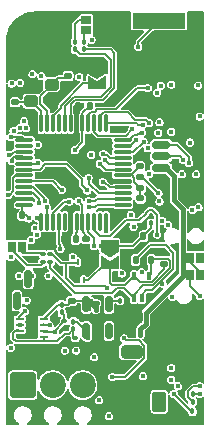
<source format=gbr>
%TF.GenerationSoftware,KiCad,Pcbnew,9.0.2*%
%TF.CreationDate,2025-12-22T17:06:25+08:00*%
%TF.ProjectId,OshEasyMini,4f736845-6173-4794-9d69-6e692e6b6963,rev?*%
%TF.SameCoordinates,Original*%
%TF.FileFunction,Copper,L1,Top*%
%TF.FilePolarity,Positive*%
%FSLAX46Y46*%
G04 Gerber Fmt 4.6, Leading zero omitted, Abs format (unit mm)*
G04 Created by KiCad (PCBNEW 9.0.2) date 2025-12-22 17:06:25*
%MOMM*%
%LPD*%
G01*
G04 APERTURE LIST*
G04 Aperture macros list*
%AMRoundRect*
0 Rectangle with rounded corners*
0 $1 Rounding radius*
0 $2 $3 $4 $5 $6 $7 $8 $9 X,Y pos of 4 corners*
0 Add a 4 corners polygon primitive as box body*
4,1,4,$2,$3,$4,$5,$6,$7,$8,$9,$2,$3,0*
0 Add four circle primitives for the rounded corners*
1,1,$1+$1,$2,$3*
1,1,$1+$1,$4,$5*
1,1,$1+$1,$6,$7*
1,1,$1+$1,$8,$9*
0 Add four rect primitives between the rounded corners*
20,1,$1+$1,$2,$3,$4,$5,0*
20,1,$1+$1,$4,$5,$6,$7,0*
20,1,$1+$1,$6,$7,$8,$9,0*
20,1,$1+$1,$8,$9,$2,$3,0*%
%AMFreePoly0*
4,1,6,1.000000,0.000000,0.500000,-0.750000,-0.500000,-0.750000,-0.500000,0.750000,0.500000,0.750000,1.000000,0.000000,1.000000,0.000000,$1*%
%AMFreePoly1*
4,1,6,0.500000,-0.750000,-0.650000,-0.750000,-0.150000,0.000000,-0.650000,0.750000,0.500000,0.750000,0.500000,-0.750000,0.500000,-0.750000,$1*%
G04 Aperture macros list end*
%TA.AperFunction,SMDPad,CuDef*%
%ADD10RoundRect,0.075000X0.662500X0.075000X-0.662500X0.075000X-0.662500X-0.075000X0.662500X-0.075000X0*%
%TD*%
%TA.AperFunction,SMDPad,CuDef*%
%ADD11RoundRect,0.075000X0.075000X0.662500X-0.075000X0.662500X-0.075000X-0.662500X0.075000X-0.662500X0*%
%TD*%
%TA.AperFunction,SMDPad,CuDef*%
%ADD12RoundRect,0.140000X-0.170000X0.140000X-0.170000X-0.140000X0.170000X-0.140000X0.170000X0.140000X0*%
%TD*%
%TA.AperFunction,SMDPad,CuDef*%
%ADD13RoundRect,0.150000X-0.625000X0.150000X-0.625000X-0.150000X0.625000X-0.150000X0.625000X0.150000X0*%
%TD*%
%TA.AperFunction,SMDPad,CuDef*%
%ADD14RoundRect,0.250000X-0.650000X0.350000X-0.650000X-0.350000X0.650000X-0.350000X0.650000X0.350000X0*%
%TD*%
%TA.AperFunction,SMDPad,CuDef*%
%ADD15RoundRect,0.100000X0.100000X-0.225000X0.100000X0.225000X-0.100000X0.225000X-0.100000X-0.225000X0*%
%TD*%
%TA.AperFunction,SMDPad,CuDef*%
%ADD16RoundRect,0.100000X-0.130000X-0.100000X0.130000X-0.100000X0.130000X0.100000X-0.130000X0.100000X0*%
%TD*%
%TA.AperFunction,SMDPad,CuDef*%
%ADD17RoundRect,0.250000X0.325000X0.250000X-0.325000X0.250000X-0.325000X-0.250000X0.325000X-0.250000X0*%
%TD*%
%TA.AperFunction,ComponentPad*%
%ADD18RoundRect,0.249999X-0.850001X-0.850001X0.850001X-0.850001X0.850001X0.850001X-0.850001X0.850001X0*%
%TD*%
%TA.AperFunction,ComponentPad*%
%ADD19C,2.200000*%
%TD*%
%TA.AperFunction,SMDPad,CuDef*%
%ADD20R,0.650000X0.850000*%
%TD*%
%TA.AperFunction,SMDPad,CuDef*%
%ADD21RoundRect,0.062500X0.062500X0.212500X-0.062500X0.212500X-0.062500X-0.212500X0.062500X-0.212500X0*%
%TD*%
%TA.AperFunction,HeatsinkPad*%
%ADD22R,0.800000X0.600000*%
%TD*%
%TA.AperFunction,SMDPad,CuDef*%
%ADD23RoundRect,0.140000X0.170000X-0.140000X0.170000X0.140000X-0.170000X0.140000X-0.170000X-0.140000X0*%
%TD*%
%TA.AperFunction,SMDPad,CuDef*%
%ADD24FreePoly0,270.000000*%
%TD*%
%TA.AperFunction,SMDPad,CuDef*%
%ADD25FreePoly1,270.000000*%
%TD*%
%TA.AperFunction,SMDPad,CuDef*%
%ADD26RoundRect,0.112500X-0.112500X-0.237500X0.112500X-0.237500X0.112500X0.237500X-0.112500X0.237500X0*%
%TD*%
%TA.AperFunction,SMDPad,CuDef*%
%ADD27RoundRect,0.062500X-0.300000X-0.062500X0.300000X-0.062500X0.300000X0.062500X-0.300000X0.062500X0*%
%TD*%
%TA.AperFunction,HeatsinkPad*%
%ADD28R,0.900000X1.600000*%
%TD*%
%TA.AperFunction,SMDPad,CuDef*%
%ADD29RoundRect,0.100000X0.100000X-0.130000X0.100000X0.130000X-0.100000X0.130000X-0.100000X-0.130000X0*%
%TD*%
%TA.AperFunction,SMDPad,CuDef*%
%ADD30R,4.500000X1.350000*%
%TD*%
%TA.AperFunction,SMDPad,CuDef*%
%ADD31RoundRect,0.150000X0.150000X-0.587500X0.150000X0.587500X-0.150000X0.587500X-0.150000X-0.587500X0*%
%TD*%
%TA.AperFunction,SMDPad,CuDef*%
%ADD32RoundRect,0.100000X0.130000X0.100000X-0.130000X0.100000X-0.130000X-0.100000X0.130000X-0.100000X0*%
%TD*%
%TA.AperFunction,SMDPad,CuDef*%
%ADD33RoundRect,0.147500X0.172500X-0.147500X0.172500X0.147500X-0.172500X0.147500X-0.172500X-0.147500X0*%
%TD*%
%TA.AperFunction,SMDPad,CuDef*%
%ADD34RoundRect,0.100000X-0.100000X0.130000X-0.100000X-0.130000X0.100000X-0.130000X0.100000X0.130000X0*%
%TD*%
%TA.AperFunction,SMDPad,CuDef*%
%ADD35RoundRect,0.140000X-0.140000X-0.170000X0.140000X-0.170000X0.140000X0.170000X-0.140000X0.170000X0*%
%TD*%
%TA.AperFunction,SMDPad,CuDef*%
%ADD36RoundRect,0.250000X-0.650000X0.325000X-0.650000X-0.325000X0.650000X-0.325000X0.650000X0.325000X0*%
%TD*%
%TA.AperFunction,ComponentPad*%
%ADD37RoundRect,0.250000X0.350000X0.625000X-0.350000X0.625000X-0.350000X-0.625000X0.350000X-0.625000X0*%
%TD*%
%TA.AperFunction,ComponentPad*%
%ADD38O,1.200000X1.750000*%
%TD*%
%TA.AperFunction,SMDPad,CuDef*%
%ADD39R,0.850000X0.650000*%
%TD*%
%TA.AperFunction,ComponentPad*%
%ADD40C,4.700000*%
%TD*%
%TA.AperFunction,SMDPad,CuDef*%
%ADD41RoundRect,0.140000X0.140000X0.170000X-0.140000X0.170000X-0.140000X-0.170000X0.140000X-0.170000X0*%
%TD*%
%TA.AperFunction,SMDPad,CuDef*%
%ADD42RoundRect,0.150000X0.150000X-0.512500X0.150000X0.512500X-0.150000X0.512500X-0.150000X-0.512500X0*%
%TD*%
%TA.AperFunction,ViaPad*%
%ADD43C,0.400000*%
%TD*%
%TA.AperFunction,Conductor*%
%ADD44C,0.400000*%
%TD*%
%TA.AperFunction,Conductor*%
%ADD45C,0.160000*%
%TD*%
G04 APERTURE END LIST*
D10*
%TO.P,U9,1,PA00*%
%TO.N,/TX1*%
X100092500Y-46600000D03*
%TO.P,U9,2,PA01*%
%TO.N,/RX1*%
X100092500Y-46100000D03*
%TO.P,U9,3,PA02*%
%TO.N,/AC_INT2*%
X100092500Y-45600000D03*
%TO.P,U9,4,PA03*%
%TO.N,/AC_INT1*%
X100092500Y-45099999D03*
%TO.P,U9,5,GNDANA*%
%TO.N,GND*%
X100092500Y-44600000D03*
%TO.P,U9,6,VDDANA*%
%TO.N,Net-(U9-VDDANA)*%
X100092500Y-44100000D03*
%TO.P,U9,7,PB08*%
%TO.N,/RADIO_INT*%
X100092500Y-43600000D03*
%TO.P,U9,8,PB09*%
%TO.N,/RADIO_MARC_ISR*%
X100092500Y-43100000D03*
%TO.P,U9,9,PA04*%
%TO.N,/MOSI0*%
X100092500Y-42600001D03*
%TO.P,U9,10,PA05*%
%TO.N,/SCK0*%
X100092500Y-42100000D03*
%TO.P,U9,11,PA06*%
%TO.N,/MISO0*%
X100092500Y-41600000D03*
%TO.P,U9,12,PA07*%
%TO.N,/CS_RADIO*%
X100092500Y-41100000D03*
D11*
%TO.P,U9,13,PA08*%
%TO.N,/CS_ACCEL*%
X98680000Y-39687500D03*
%TO.P,U9,14,PA09*%
%TO.N,/V_BATT*%
X98180000Y-39687500D03*
%TO.P,U9,15,PA10*%
%TO.N,/SENSE_A*%
X97680000Y-39687500D03*
%TO.P,U9,16,PA11*%
%TO.N,/SENSE_B*%
X97179999Y-39687500D03*
%TO.P,U9,17,VDDIO*%
%TO.N,+3V3*%
X96680000Y-39687500D03*
%TO.P,U9,18,GND*%
%TO.N,GND*%
X96180000Y-39687500D03*
%TO.P,U9,19,PB10*%
%TO.N,Net-(U9-PB10)*%
X95680000Y-39687500D03*
%TO.P,U9,20,PB11*%
%TO.N,Net-(U9-PB11)*%
X95180000Y-39687500D03*
%TO.P,U9,21,PA12*%
%TO.N,/CS_COMP1*%
X94680001Y-39687500D03*
%TO.P,U9,22,PA13*%
%TO.N,/CS_COMP0*%
X94180000Y-39687500D03*
%TO.P,U9,23,PA14*%
%TO.N,/PH0*%
X93680000Y-39687500D03*
%TO.P,U9,24,PA15*%
%TO.N,/PH1*%
X93180000Y-39687500D03*
D10*
%TO.P,U9,25,PA16*%
%TO.N,/BUZZ*%
X91767500Y-41100000D03*
%TO.P,U9,26,PA17*%
%TO.N,unconnected-(U9-PA17-Pad26)*%
X91767500Y-41600000D03*
%TO.P,U9,27,PA18*%
%TO.N,/FIRE_B*%
X91767500Y-42100000D03*
%TO.P,U9,28,PA19*%
%TO.N,/FIRE_A*%
X91767500Y-42600001D03*
%TO.P,U9,29,PA20*%
%TO.N,/MISO3*%
X91767500Y-43100000D03*
%TO.P,U9,30,PA21*%
%TO.N,/CS_BARO*%
X91767500Y-43600000D03*
%TO.P,U9,31,PA22*%
%TO.N,/MOSI3*%
X91767500Y-44100000D03*
%TO.P,U9,32,PA23*%
%TO.N,/SCK3*%
X91767500Y-44600000D03*
%TO.P,U9,33,PA24*%
%TO.N,/USB_D-*%
X91767500Y-45099999D03*
%TO.P,U9,34,PA25*%
%TO.N,/USB_D+*%
X91767500Y-45600000D03*
%TO.P,U9,35,GND*%
%TO.N,GND*%
X91767500Y-46100000D03*
%TO.P,U9,36,VDDIO*%
%TO.N,+3V3*%
X91767500Y-46600000D03*
D11*
%TO.P,U9,37,PB22*%
%TO.N,/MOSI5*%
X93180000Y-48012500D03*
%TO.P,U9,38,PB23*%
%TO.N,/SCK5*%
X93680000Y-48012500D03*
%TO.P,U9,39,PA27*%
%TO.N,/CS_FLASH*%
X94180000Y-48012500D03*
%TO.P,U9,40,~{RESET}*%
%TO.N,/NRST*%
X94680001Y-48012500D03*
%TO.P,U9,41,PA28*%
%TO.N,unconnected-(U9-PA28-Pad41)*%
X95180000Y-48012500D03*
%TO.P,U9,42,GND*%
%TO.N,GND*%
X95680000Y-48012500D03*
%TO.P,U9,43,VDDCORE*%
%TO.N,Net-(U9-VDDCORE)*%
X96180000Y-48012500D03*
%TO.P,U9,44,VDDIN*%
%TO.N,+3V3*%
X96680000Y-48012500D03*
%TO.P,U9,45,PA30*%
%TO.N,/SWCLK*%
X97179999Y-48012500D03*
%TO.P,U9,46,PA31*%
%TO.N,/SWDIO*%
X97680000Y-48012500D03*
%TO.P,U9,47,PB02*%
%TO.N,unconnected-(U9-PB02-Pad47)*%
X98180000Y-48012500D03*
%TO.P,U9,48,PB03*%
%TO.N,/MISO5*%
X98680000Y-48012500D03*
%TD*%
D12*
%TO.P,C44,1*%
%TO.N,GND*%
X103606013Y-50646666D03*
%TO.P,C44,2*%
%TO.N,/MGSW_IN*%
X103606013Y-51606666D03*
%TD*%
D13*
%TO.P,J10,1,Pin_1*%
%TO.N,Net-(J10-Pin_1)*%
X103348457Y-41494765D03*
%TO.P,J10,2,Pin_2*%
%TO.N,Net-(J10-Pin_2)*%
X103348457Y-42494765D03*
%TO.P,J10,3,Pin_3*%
%TO.N,VBUS*%
X103348457Y-43494765D03*
%TO.P,J10,4,Pin_4*%
%TO.N,GND*%
X103348457Y-44494765D03*
D14*
%TO.P,J10,MP,MountPin*%
X105873457Y-40194765D03*
X105873457Y-45794765D03*
%TD*%
D15*
%TO.P,U21,1,D*%
%TO.N,Net-(U21-D)*%
X101034444Y-54504248D03*
%TO.P,U21,2,C*%
%TO.N,/HALL_OUT*%
X101684444Y-54504248D03*
%TO.P,U21,3,GND*%
%TO.N,GND*%
X102334444Y-54504248D03*
%TO.P,U21,4,~{Q}*%
%TO.N,Net-(U21-D)*%
X102334444Y-52604248D03*
%TO.P,U21,5,VCC*%
%TO.N,/MGSW_IN*%
X101034444Y-52604248D03*
%TD*%
D16*
%TO.P,R50,1*%
%TO.N,Net-(D5-A1)*%
X93307843Y-50747973D03*
%TO.P,R50,2*%
%TO.N,/HALL_OUT*%
X93947843Y-50747973D03*
%TD*%
D17*
%TO.P,X2,1,1*%
%TO.N,/PH0*%
X94080000Y-36412500D03*
%TO.P,X2,2,2*%
%TO.N,GND*%
X92330000Y-36412500D03*
%TO.P,X2,3,3*%
%TO.N,/PH1*%
X92330000Y-37812500D03*
%TO.P,X2,4,4*%
%TO.N,GND*%
X94080000Y-37812500D03*
%TD*%
D18*
%TO.P,J4,1,Pin_1*%
%TO.N,/FET_B*%
X91620000Y-61850000D03*
D19*
%TO.P,J4,2,Pin_2*%
%TO.N,/FET_A*%
X94160000Y-61850000D03*
%TO.P,J4,3,Pin_3*%
%TO.N,V_LIPO*%
X96700000Y-61850000D03*
%TD*%
D20*
%TO.P,D4,1,A1*%
%TO.N,Net-(D4-A1)*%
X105790000Y-51090000D03*
%TO.P,D4,2,A2*%
%TO.N,Net-(D4-A2)*%
X106640000Y-51090000D03*
%TO.P,D4,3,K1*%
%TO.N,Net-(D4-K1)*%
X105790000Y-52540000D03*
%TO.P,D4,4,K2*%
%TO.N,Net-(D4-A1)*%
X106640000Y-52540000D03*
%TD*%
D21*
%TO.P,U7,1,VCC*%
%TO.N,/MGSW_IN*%
X96769384Y-52991703D03*
%TO.P,U7,2,GND*%
%TO.N,GND*%
X96769384Y-51441703D03*
%TO.P,U7,3,OUT*%
%TO.N,/HALL_OUT*%
X96269384Y-51441703D03*
%TO.P,U7,4,SEL*%
%TO.N,GND*%
X96269384Y-52991703D03*
D22*
%TO.P,U7,5,PAD*%
X96519384Y-52216703D03*
%TD*%
D23*
%TO.P,C24,1*%
%TO.N,GND*%
X95777864Y-55654204D03*
%TO.P,C24,2*%
%TO.N,+3V3*%
X95777864Y-54694204D03*
%TD*%
D24*
%TO.P,JP2,1,A*%
%TO.N,GND*%
X97908463Y-34852249D03*
D25*
%TO.P,JP2,2,B*%
%TO.N,/CS_COMP0*%
X97908463Y-36302249D03*
%TD*%
D26*
%TO.P,D2,1*%
%TO.N,/HALL_OUT*%
X101188101Y-51245521D03*
%TO.P,D2,2*%
%TO.N,Net-(U21-D)*%
X102488101Y-51245521D03*
%TO.P,D2,3*%
%TO.N,Net-(JP1-A)*%
X101838101Y-49245521D03*
%TD*%
D27*
%TO.P,U12,1,OUT1*%
%TO.N,/GATE_B*%
X91365000Y-56240000D03*
%TO.P,U12,2,IN1-*%
%TO.N,/CMP_RAIL*%
X91365000Y-56740000D03*
%TO.P,U12,3,IN1+*%
%TO.N,/CMP_LDO_IN*%
X91365000Y-57240000D03*
%TO.P,U12,4,VCC-*%
%TO.N,GND*%
X91365000Y-57740000D03*
%TO.P,U12,5,IN2+*%
%TO.N,/CMP_LDO_IN*%
X93390000Y-57740000D03*
%TO.P,U12,6,IN2-*%
%TO.N,/CMP_RAIL*%
X93390000Y-57240000D03*
%TO.P,U12,7,OUT2*%
%TO.N,/GATE_A*%
X93390000Y-56740000D03*
%TO.P,U12,8,VCC+*%
%TO.N,+3V3*%
X93390000Y-56240000D03*
D28*
%TO.P,U12,9,EPAD*%
%TO.N,GND*%
X92377500Y-56990000D03*
%TD*%
D29*
%TO.P,R40,1*%
%TO.N,/CMP_LDO_IN*%
X95901699Y-57119488D03*
%TO.P,R40,2*%
%TO.N,V_LIPO*%
X95901699Y-56479488D03*
%TD*%
D23*
%TO.P,C18,1*%
%TO.N,GND*%
X101583341Y-47008627D03*
%TO.P,C18,2*%
%TO.N,Net-(U9-VDDANA)*%
X101583341Y-46048627D03*
%TD*%
D29*
%TO.P,R49,1*%
%TO.N,GND*%
X105993881Y-64715654D03*
%TO.P,R49,2*%
%TO.N,Net-(Q1-G)*%
X105993881Y-64075654D03*
%TD*%
D30*
%TO.P,U11,N*%
%TO.N,GND*%
X103170000Y-38145000D03*
%TO.P,U11,P*%
%TO.N,/BUZZ*%
X103170000Y-30995000D03*
%TD*%
D31*
%TO.P,Q2,1,G*%
%TO.N,Net-(JP1-A)*%
X91150000Y-54710000D03*
%TO.P,Q2,2,S*%
%TO.N,GND*%
X93050000Y-54710000D03*
%TO.P,Q2,3,D*%
%TO.N,Net-(Q2-D)*%
X92100000Y-52835000D03*
%TD*%
D29*
%TO.P,R42,1*%
%TO.N,/CMP_RAIL*%
X94925228Y-55685326D03*
%TO.P,R42,2*%
%TO.N,+3V3*%
X94925228Y-55045326D03*
%TD*%
D32*
%TO.P,R51,1*%
%TO.N,Net-(U21-D)*%
X93940000Y-51460000D03*
%TO.P,R51,2*%
%TO.N,Net-(D5-A2)*%
X93300000Y-51460000D03*
%TD*%
D12*
%TO.P,C5,1*%
%TO.N,GND*%
X90968739Y-36940400D03*
%TO.P,C5,2*%
%TO.N,/PH1*%
X90968739Y-37900400D03*
%TD*%
D33*
%TO.P,FB1,1*%
%TO.N,Net-(U9-VDDANA)*%
X101567084Y-45168850D03*
%TO.P,FB1,2*%
%TO.N,+3V3*%
X101567084Y-44198850D03*
%TD*%
D34*
%TO.P,R2,1*%
%TO.N,Net-(D3-A2)*%
X96064052Y-32792843D03*
%TO.P,R2,2*%
%TO.N,Net-(U9-PB11)*%
X96064052Y-33432843D03*
%TD*%
D35*
%TO.P,C46,1*%
%TO.N,GND*%
X96314229Y-38209598D03*
%TO.P,C46,2*%
%TO.N,+3V3*%
X97274229Y-38209598D03*
%TD*%
D23*
%TO.P,C6,1*%
%TO.N,GND*%
X95460000Y-36640000D03*
%TO.P,C6,2*%
%TO.N,/PH0*%
X95460000Y-35680000D03*
%TD*%
D29*
%TO.P,R53,1*%
%TO.N,Net-(Q2-D)*%
X106000000Y-63265000D03*
%TO.P,R53,2*%
%TO.N,/MGSW_IN*%
X106000000Y-62625000D03*
%TD*%
D20*
%TO.P,D5,1,A1*%
%TO.N,Net-(D5-A1)*%
X91550000Y-50150000D03*
%TO.P,D5,2,A2*%
%TO.N,Net-(D5-A2)*%
X90700000Y-50150000D03*
%TO.P,D5,3,K1*%
%TO.N,GND*%
X91550000Y-48700000D03*
%TO.P,D5,4,K2*%
X90700000Y-48700000D03*
%TD*%
D36*
%TO.P,C23,1*%
%TO.N,GND*%
X100834290Y-56081725D03*
%TO.P,C23,2*%
%TO.N,V_LIPO*%
X100834290Y-59031727D03*
%TD*%
D37*
%TO.P,J6,1,Pin_1*%
%TO.N,V_CHARGE*%
X103180000Y-63250000D03*
D38*
%TO.P,J6,2,Pin_2*%
%TO.N,GND*%
X101180000Y-63250000D03*
%TD*%
D39*
%TO.P,D3,1,A1*%
%TO.N,Net-(D3-A1)*%
X96996470Y-31767058D03*
%TO.P,D3,2,A2*%
%TO.N,Net-(D3-A2)*%
X96996470Y-30917058D03*
%TO.P,D3,3,K1*%
%TO.N,GND*%
X98446470Y-31767058D03*
%TO.P,D3,4,K2*%
X98446470Y-30917058D03*
%TD*%
D16*
%TO.P,R43,1*%
%TO.N,GND*%
X94501862Y-56446928D03*
%TO.P,R43,2*%
%TO.N,/CMP_RAIL*%
X95141862Y-56446928D03*
%TD*%
%TO.P,R41,1*%
%TO.N,GND*%
X95420315Y-57874684D03*
%TO.P,R41,2*%
%TO.N,/CMP_LDO_IN*%
X96060315Y-57874684D03*
%TD*%
D24*
%TO.P,JP1,1,A*%
%TO.N,Net-(JP1-A)*%
X98982135Y-50061405D03*
D25*
%TO.P,JP1,2,B*%
%TO.N,/MGSW_IN*%
X98982135Y-51511405D03*
%TD*%
D34*
%TO.P,C22,1*%
%TO.N,GND*%
X99855510Y-54056111D03*
%TO.P,C22,2*%
%TO.N,Net-(U18-BP)*%
X99855510Y-54696111D03*
%TD*%
D40*
%TO.P,H2,1,1*%
%TO.N,GND*%
X92600000Y-32600000D03*
%TD*%
D41*
%TO.P,C16,1*%
%TO.N,Net-(U9-VDDCORE)*%
X96101330Y-49520756D03*
%TO.P,C16,2*%
%TO.N,GND*%
X95141330Y-49520756D03*
%TD*%
D12*
%TO.P,C17,1*%
%TO.N,GND*%
X101550000Y-42370000D03*
%TO.P,C17,2*%
%TO.N,Net-(U9-VDDANA)*%
X101550000Y-43330000D03*
%TD*%
D34*
%TO.P,R55,1*%
%TO.N,GND*%
X102460000Y-47510000D03*
%TO.P,R55,2*%
%TO.N,Net-(JP1-A)*%
X102460000Y-48150000D03*
%TD*%
D23*
%TO.P,C45,1*%
%TO.N,GND*%
X96989398Y-50425694D03*
%TO.P,C45,2*%
%TO.N,+3V3*%
X96989398Y-49465694D03*
%TD*%
D42*
%TO.P,U18,1,VIN*%
%TO.N,V_LIPO*%
X97013197Y-57272898D03*
%TO.P,U18,2,GND*%
%TO.N,GND*%
X97963197Y-57272898D03*
%TO.P,U18,3,ON/~{OFF}*%
%TO.N,V_LIPO*%
X98913197Y-57272898D03*
%TO.P,U18,4,BP*%
%TO.N,Net-(U18-BP)*%
X98913197Y-54997898D03*
%TO.P,U18,5,VOUT*%
%TO.N,+3V3*%
X97013197Y-54997898D03*
%TD*%
D34*
%TO.P,R3,1*%
%TO.N,Net-(D3-A1)*%
X96768627Y-32784923D03*
%TO.P,R3,2*%
%TO.N,Net-(U9-PB10)*%
X96768627Y-33424923D03*
%TD*%
D35*
%TO.P,C19,1*%
%TO.N,GND*%
X90640000Y-47490000D03*
%TO.P,C19,2*%
%TO.N,+3V3*%
X91600000Y-47490000D03*
%TD*%
D40*
%TO.P,H1,1,1*%
%TO.N,GND*%
X104600000Y-57350000D03*
%TD*%
D43*
%TO.N,GND*%
X94863261Y-52227954D03*
X95255169Y-50967719D03*
X104600000Y-50200000D03*
X90610352Y-48518702D03*
X100326594Y-56745379D03*
X106100000Y-47600000D03*
X102438025Y-46363215D03*
X101225000Y-42700000D03*
X92400000Y-54050000D03*
X97960000Y-64690000D03*
X103100000Y-61000000D03*
X90575000Y-56425000D03*
X104330476Y-38454400D03*
X106700000Y-50250000D03*
X96370000Y-52480000D03*
X91304541Y-53150003D03*
X95661513Y-46940187D03*
X96002985Y-55366247D03*
X92910000Y-63700000D03*
X105856124Y-31919948D03*
X105941802Y-33273649D03*
X90400000Y-44900000D03*
X91850000Y-54000000D03*
X97794486Y-30771352D03*
X106600000Y-34600000D03*
X92150000Y-57425000D03*
X95187660Y-57017523D03*
X100966249Y-38462500D03*
X91088777Y-39514107D03*
X97740611Y-60140829D03*
X100000000Y-40200000D03*
X92804541Y-50100000D03*
X96132299Y-60277290D03*
X94060574Y-38053181D03*
X95300000Y-63900000D03*
X103600000Y-50600000D03*
X96180000Y-50350000D03*
X93010000Y-42120000D03*
X96043070Y-44590231D03*
X106600000Y-32000000D03*
X98100000Y-58200000D03*
X93675000Y-43575000D03*
X97643630Y-56131971D03*
X94910000Y-54120000D03*
X90600000Y-41400000D03*
X94450000Y-56300000D03*
X100714507Y-55961513D03*
X92800000Y-51100000D03*
X98600000Y-31600000D03*
X94304541Y-50100000D03*
X94737297Y-53340027D03*
X106500000Y-37900000D03*
X90640000Y-47490000D03*
X99050000Y-62720000D03*
X105907531Y-34678756D03*
X106600000Y-33200000D03*
X101041826Y-37772156D03*
X106302829Y-43000000D03*
X99900000Y-49200000D03*
%TO.N,+3V3*%
X96018749Y-41962500D03*
X92900000Y-41500000D03*
X97800000Y-55500000D03*
X106470391Y-36483131D03*
X97400000Y-54750000D03*
X97430000Y-42340000D03*
X97900000Y-54900000D03*
X92120000Y-47740000D03*
X101000000Y-48450000D03*
X103112500Y-45600000D03*
X96414376Y-35765076D03*
X97446249Y-32622500D03*
X102200000Y-41800000D03*
X106600000Y-39100000D03*
X106500000Y-46800000D03*
X100000000Y-52400000D03*
X91728777Y-39514107D03*
X97228341Y-55395349D03*
X96360000Y-46250000D03*
X104300000Y-54400000D03*
X92804541Y-49100000D03*
X91304541Y-52600000D03*
%TO.N,/NRST*%
X94814559Y-50305877D03*
X103431000Y-47950000D03*
X90847399Y-40323378D03*
%TO.N,/RADIO_MARC_ISR*%
X98600000Y-42800000D03*
X91349997Y-40100000D03*
%TO.N,/RADIO_INT*%
X91900000Y-40100000D03*
X98142371Y-43105086D03*
%TO.N,/CS_RADIO*%
X93200000Y-35700000D03*
X101725675Y-40464347D03*
%TO.N,/CS_BARO*%
X97087500Y-45362500D03*
X106300000Y-44000000D03*
%TO.N,VBUS*%
X101580000Y-57630000D03*
X105160000Y-47250000D03*
%TO.N,V_LIPO*%
X100628594Y-59228025D03*
X97089994Y-56826929D03*
X101146466Y-59296567D03*
X101159159Y-58682229D03*
X97042505Y-57362147D03*
X98886855Y-57732299D03*
X104200000Y-60400000D03*
X97113586Y-57869864D03*
X104200000Y-61400000D03*
X98827504Y-57034923D03*
%TO.N,/MGSW_IN*%
X104758812Y-61948127D03*
X103606013Y-51606666D03*
X106600000Y-62600000D03*
%TO.N,/HALL_OUT*%
X103450000Y-53250000D03*
X98745969Y-53591937D03*
%TO.N,Net-(JP1-A)*%
X98230000Y-50090000D03*
X91200000Y-54110000D03*
%TO.N,Net-(D4-A2)*%
X100200000Y-57900000D03*
X106700000Y-51100000D03*
X99200000Y-61150000D03*
%TO.N,Net-(D4-A1)*%
X106640000Y-52540000D03*
X101800000Y-61100000D03*
%TO.N,Net-(D4-K1)*%
X98090000Y-63140000D03*
X106600000Y-54300000D03*
%TO.N,/SWDIO*%
X103000000Y-49100000D03*
%TO.N,/SWCLK*%
X97680096Y-50100376D03*
X103950000Y-48300000D03*
%TO.N,Net-(Q1-G)*%
X104400000Y-62600000D03*
%TO.N,Net-(Q2-D)*%
X92400000Y-52600000D03*
X106620000Y-61950000D03*
%TO.N,/SENSE_A*%
X100900000Y-40200000D03*
X95187660Y-58927523D03*
%TO.N,/SENSE_B*%
X90614999Y-58700000D03*
X102200000Y-36700000D03*
%TO.N,/FIRE_A*%
X96139926Y-58913531D03*
X90680900Y-42857354D03*
%TO.N,/GATE_A*%
X93893463Y-56783325D03*
%TO.N,/FIRE_B*%
X90437765Y-42364011D03*
X91950000Y-54675000D03*
%TO.N,/GATE_B*%
X91800000Y-55600000D03*
%TO.N,/CMP_RAIL*%
X94381052Y-57369669D03*
X91365000Y-56740000D03*
%TO.N,/V_BATT*%
X97669934Y-59483948D03*
X102333581Y-39666605D03*
%TO.N,/USB_D+*%
X92959998Y-46430002D03*
%TO.N,/USB_D-*%
X93483378Y-46260956D03*
%TO.N,/AC_INT1*%
X98400000Y-44650000D03*
X103100000Y-40500000D03*
%TO.N,/SCK0*%
X101848255Y-41235281D03*
X104200000Y-36399999D03*
X105784060Y-41314842D03*
%TO.N,/MISO0*%
X101207465Y-41107465D03*
X103000000Y-37100000D03*
%TO.N,/CS_ACCEL*%
X104200000Y-40400000D03*
X101800000Y-39800000D03*
%TO.N,/MOSI0*%
X103300000Y-36500000D03*
X98441173Y-42273429D03*
%TO.N,/AC_INT2*%
X97200000Y-44300000D03*
X103200000Y-39600000D03*
%TO.N,/SCK3*%
X94940000Y-45320000D03*
X102300000Y-44000000D03*
%TO.N,/MISO3*%
X92890000Y-43020000D03*
X105100000Y-44000000D03*
%TO.N,/MOSI3*%
X103200000Y-46300000D03*
X90400000Y-45750003D03*
%TO.N,/TX1*%
X90620000Y-51020000D03*
X97200000Y-46800000D03*
%TO.N,/RX1*%
X92299837Y-49592432D03*
X97200000Y-46250000D03*
%TO.N,/MISO5*%
X98680000Y-48820000D03*
X92440000Y-35520000D03*
%TO.N,/MOSI5*%
X90688727Y-36306236D03*
X92862983Y-47685922D03*
%TO.N,/SCK5*%
X93682060Y-46796135D03*
X91394998Y-36265002D03*
%TO.N,/CS_FLASH*%
X101700000Y-52300000D03*
X95574034Y-46315745D03*
%TO.N,/BUZZ*%
X101400000Y-33200000D03*
X90609651Y-40850082D03*
%TO.N,Net-(J10-Pin_2)*%
X105200000Y-42800000D03*
%TO.N,Net-(J10-Pin_1)*%
X105690776Y-43048276D03*
%TO.N,Net-(U1-V_BCKP)*%
X98918131Y-64485309D03*
X92634973Y-48576789D03*
X100771675Y-47427018D03*
X105989336Y-47004266D03*
%TO.N,Net-(U1-VCC_RF)*%
X93800000Y-52600000D03*
X95854545Y-51000000D03*
%TD*%
D44*
%TO.N,+3V3*%
X97695796Y-54900000D02*
X97597898Y-54997898D01*
X97900000Y-54900000D02*
X97695796Y-54900000D01*
X97597898Y-54997898D02*
X97013197Y-54997898D01*
X97800000Y-55000000D02*
X97800000Y-55500000D01*
X97900000Y-54900000D02*
X97800000Y-55000000D01*
%TO.N,VBUS*%
X102035290Y-55714710D02*
X105160000Y-52590000D01*
X101580000Y-57630000D02*
X101580000Y-57097175D01*
X105160000Y-51900000D02*
X105160000Y-46955413D01*
X101580000Y-57097175D02*
X102035290Y-56641885D01*
X103348457Y-43494765D02*
X103765425Y-43494765D01*
X104424457Y-46219870D02*
X105160000Y-46955413D01*
X104424457Y-44153797D02*
X104424457Y-46219870D01*
X103765425Y-43494765D02*
X104424457Y-44153797D01*
X102035290Y-56641885D02*
X102035290Y-55714710D01*
X105160000Y-52590000D02*
X105160000Y-51900000D01*
D45*
%TO.N,Net-(JP1-A)*%
X101766209Y-49236111D02*
X101766209Y-49238431D01*
X101766209Y-49238431D02*
X100943235Y-50061405D01*
X100943235Y-50061405D02*
X98982135Y-50061405D01*
X102460000Y-48542320D02*
X101766209Y-49236111D01*
X102460000Y-48150000D02*
X102460000Y-48542320D01*
%TO.N,/SWDIO*%
X97680000Y-48750000D02*
X97680000Y-48012500D01*
X98181000Y-49251000D02*
X97680000Y-48750000D01*
X99000000Y-49251000D02*
X98181000Y-49251000D01*
X100344112Y-47906888D02*
X99000000Y-49251000D01*
X101493112Y-47906888D02*
X100344112Y-47906888D01*
X102079000Y-47260834D02*
X102079000Y-47321000D01*
X102590083Y-47009917D02*
X102329917Y-47009917D01*
X102079000Y-47321000D02*
X101493112Y-47906888D01*
X103000000Y-47419834D02*
X102590083Y-47009917D01*
X103000000Y-49100000D02*
X103000000Y-47419834D01*
X102329917Y-47009917D02*
X102079000Y-47260834D01*
%TO.N,Net-(U21-D)*%
X101034444Y-54179249D02*
X101034444Y-54504248D01*
X101813693Y-53400000D02*
X101034444Y-54179249D01*
X102632968Y-53400000D02*
X101813693Y-53400000D01*
X104097013Y-51329822D02*
X104097013Y-51935955D01*
X104097013Y-51935955D02*
X102632968Y-53400000D01*
X102508974Y-51145666D02*
X103912857Y-51145666D01*
X103912857Y-51145666D02*
X104097013Y-51329822D01*
X102416209Y-51238431D02*
X102508974Y-51145666D01*
X102469536Y-52469156D02*
X102469536Y-51291758D01*
X102469536Y-51291758D02*
X102416209Y-51238431D01*
X102334444Y-52604248D02*
X102469536Y-52469156D01*
X99200000Y-54025000D02*
X99579889Y-53645111D01*
X100175307Y-53645111D02*
X101034444Y-54504248D01*
X96039624Y-54025000D02*
X99200000Y-54025000D01*
X93940000Y-51925376D02*
X96039624Y-54025000D01*
X93940000Y-51460000D02*
X93940000Y-51925376D01*
X99579889Y-53645111D02*
X100175307Y-53645111D01*
%TO.N,/MGSW_IN*%
X98631095Y-51511405D02*
X97150797Y-52991703D01*
X98982135Y-51511405D02*
X98631095Y-51511405D01*
X97150797Y-52991703D02*
X96769384Y-52991703D01*
%TO.N,/HALL_OUT*%
X96161088Y-51549999D02*
X96269384Y-51441703D01*
X95750000Y-51549999D02*
X96161088Y-51549999D01*
X98628913Y-53474881D02*
X98745969Y-53591937D01*
X95300000Y-52800000D02*
X95974881Y-53474881D01*
X95300000Y-51549999D02*
X95300000Y-52800000D01*
X95750000Y-51549999D02*
X95300000Y-51549999D01*
%TO.N,GND*%
X95692637Y-48624117D02*
X95692637Y-47715649D01*
X96650000Y-52200000D02*
X96370000Y-52480000D01*
X92302500Y-56940000D02*
X92021250Y-57221250D01*
X96180000Y-39687500D02*
X96180000Y-38343827D01*
X96180000Y-38343827D02*
X96314228Y-38209598D01*
X95132637Y-49184117D02*
X95692637Y-48624117D01*
X91290000Y-57690000D02*
X91552500Y-57690000D01*
%TO.N,+3V3*%
X96680000Y-46570000D02*
X96680000Y-48012500D01*
X95777864Y-54694204D02*
X96709503Y-54694204D01*
X93390000Y-56240000D02*
X94584674Y-55045326D01*
X97013197Y-54997898D02*
X97152102Y-54997898D01*
X97152102Y-54997898D02*
X97400000Y-54750000D01*
X97297898Y-54997898D02*
X97800000Y-55500000D01*
X94584674Y-55045326D02*
X94925228Y-55045326D01*
X96709503Y-54694204D02*
X97013197Y-54997898D01*
X96692637Y-48920633D02*
X96692637Y-47715649D01*
X96987973Y-49612027D02*
X96987973Y-49469455D01*
X101567084Y-44198850D02*
X101711350Y-44198850D01*
X91870000Y-47490000D02*
X92120000Y-47740000D01*
X95426742Y-55045326D02*
X95777864Y-54694204D01*
X97013197Y-54997898D02*
X97297898Y-54997898D01*
X91600000Y-47490000D02*
X91600000Y-46767500D01*
X96680000Y-39687500D02*
X96680000Y-38803827D01*
X101711350Y-44198850D02*
X103112500Y-45600000D01*
X94925228Y-55045326D02*
X95426742Y-55045326D01*
X96018749Y-41962500D02*
X96680000Y-41301249D01*
X96680000Y-38803827D02*
X97274229Y-38209598D01*
X91600000Y-46767500D02*
X91767500Y-46600000D01*
X96970996Y-49198991D02*
X96692637Y-48920633D01*
X91600000Y-47490000D02*
X91870000Y-47490000D01*
X96360000Y-46250000D02*
X96680000Y-46570000D01*
X96680000Y-41301249D02*
X96680000Y-39687500D01*
%TO.N,/NRST*%
X94814559Y-50000491D02*
X94814559Y-50305877D01*
X94680001Y-49865933D02*
X94814559Y-50000491D01*
X94680001Y-48012500D02*
X94680001Y-49865933D01*
%TO.N,/RADIO_MARC_ISR*%
X98900000Y-43100000D02*
X98600000Y-42800000D01*
X100092500Y-43100000D02*
X98900000Y-43100000D01*
%TO.N,/RADIO_INT*%
X98142371Y-43105086D02*
X98637285Y-43600000D01*
X98637285Y-43600000D02*
X100092500Y-43600000D01*
%TO.N,/CS_RADIO*%
X100776465Y-41100000D02*
X100092500Y-41100000D01*
X101028938Y-40676465D02*
X100776465Y-40928938D01*
X101535653Y-40464347D02*
X101323535Y-40676465D01*
X101725675Y-40464347D02*
X101535653Y-40464347D01*
X100776465Y-40928938D02*
X100776465Y-41100000D01*
X101323535Y-40676465D02*
X101028938Y-40676465D01*
%TO.N,/CS_BARO*%
X96600000Y-44875000D02*
X97087500Y-45362500D01*
X93496473Y-43144000D02*
X95344000Y-43144000D01*
X91767500Y-43600000D02*
X93040473Y-43600000D01*
X93040473Y-43600000D02*
X93496473Y-43144000D01*
X95344000Y-43144000D02*
X96600000Y-44400000D01*
X96600000Y-44400000D02*
X96600000Y-44875000D01*
%TO.N,/PH1*%
X93180000Y-39687500D02*
X93180000Y-38662500D01*
X92242099Y-37900400D02*
X92330000Y-37812500D01*
X93180000Y-38662500D02*
X92330000Y-37812500D01*
X90968739Y-37900400D02*
X92242099Y-37900400D01*
%TO.N,/PH0*%
X94642500Y-35850000D02*
X94080000Y-36412500D01*
X94374852Y-36707352D02*
X94080000Y-36412500D01*
X93680000Y-39687500D02*
X93680000Y-38603952D01*
X93110000Y-38033952D02*
X93110000Y-37382500D01*
X93110000Y-37382500D02*
X94080000Y-36412500D01*
X93680000Y-38603952D02*
X93110000Y-38033952D01*
X95460000Y-35850000D02*
X94642500Y-35850000D01*
%TO.N,Net-(U9-VDDCORE)*%
X96101330Y-48990751D02*
X96101330Y-49520756D01*
X96192637Y-48899444D02*
X96101330Y-48990751D01*
X96192637Y-48899444D02*
X96192637Y-47715649D01*
%TO.N,Net-(U9-VDDANA)*%
X101554219Y-43365469D02*
X101576893Y-43342795D01*
X101066084Y-44276084D02*
X101066084Y-44667850D01*
X101583341Y-46048627D02*
X101583341Y-45185107D01*
X100890000Y-44100000D02*
X101066084Y-44276084D01*
X100780000Y-44100000D02*
X101550000Y-43330000D01*
X100092500Y-44100000D02*
X100780000Y-44100000D01*
X101066084Y-44667850D02*
X101567084Y-45168850D01*
X101583341Y-45185107D02*
X101567084Y-45168850D01*
X100092500Y-44100000D02*
X100890000Y-44100000D01*
%TO.N,Net-(U18-BP)*%
X99214984Y-54696111D02*
X98913197Y-54997898D01*
X99855510Y-54696111D02*
X99214984Y-54696111D01*
%TO.N,V_LIPO*%
X95901699Y-56479488D02*
X96219787Y-56479488D01*
X96219787Y-56479488D02*
X97013197Y-57272898D01*
%TO.N,/MGSW_IN*%
X106000000Y-62625000D02*
X106575000Y-62625000D01*
X106575000Y-62625000D02*
X106600000Y-62600000D01*
X100254581Y-53384111D02*
X99184111Y-53384111D01*
X98982135Y-53182135D02*
X98982135Y-51511405D01*
X101034444Y-52604248D02*
X100254581Y-53384111D01*
X101540444Y-53110248D02*
X102553610Y-53110248D01*
X99184111Y-53384111D02*
X98982135Y-53182135D01*
X103606013Y-52057845D02*
X103606013Y-51606666D01*
X102553610Y-53110248D02*
X103606013Y-52057845D01*
X101034444Y-52604248D02*
X101540444Y-53110248D01*
%TO.N,/HALL_OUT*%
X94869999Y-51549999D02*
X94067973Y-50747973D01*
X103726802Y-49999611D02*
X102355029Y-49999611D01*
X104358013Y-52044065D02*
X104358013Y-50630822D01*
X95750000Y-51549999D02*
X94869999Y-51549999D01*
X103450000Y-53150000D02*
X103450000Y-53250000D01*
X103351039Y-53051039D02*
X104358013Y-52044065D01*
X104358013Y-50630822D02*
X103726802Y-49999611D01*
X102355029Y-49999611D02*
X101116209Y-51238431D01*
X101684444Y-54504248D02*
X101684444Y-54179249D01*
X103351039Y-53051039D02*
X103450000Y-53150000D01*
X102602078Y-53800000D02*
X103351039Y-53051039D01*
X102063693Y-53800000D02*
X102602078Y-53800000D01*
X101684444Y-54179249D02*
X102063693Y-53800000D01*
X94067973Y-50747973D02*
X93947843Y-50747973D01*
%TO.N,Net-(JP1-A)*%
X98230000Y-50090000D02*
X98258595Y-50061405D01*
X91150000Y-54160000D02*
X91200000Y-54110000D01*
X91150000Y-54710000D02*
X91150000Y-54160000D01*
X98258595Y-50061405D02*
X98982135Y-50061405D01*
%TO.N,Net-(D3-A1)*%
X96768627Y-31994902D02*
X96996471Y-31767058D01*
X96768627Y-32784923D02*
X96768627Y-31994902D01*
%TO.N,Net-(D3-A2)*%
X96411470Y-30917058D02*
X96996470Y-30917058D01*
X96064052Y-31264476D02*
X96411470Y-30917058D01*
X96064052Y-32792843D02*
X96064052Y-31264476D01*
%TO.N,Net-(D4-A2)*%
X101915290Y-58521275D02*
X101915290Y-59542179D01*
X100200000Y-57900000D02*
X100361000Y-58061000D01*
X100361000Y-58061000D02*
X101455015Y-58061000D01*
X106640000Y-51090000D02*
X106690000Y-51090000D01*
X101915290Y-59542179D02*
X100307469Y-61150000D01*
X106690000Y-51090000D02*
X106700000Y-51100000D01*
X100307469Y-61150000D02*
X99200000Y-61150000D01*
X101455015Y-58061000D02*
X101915290Y-58521275D01*
%TO.N,Net-(D4-A1)*%
X106650000Y-52278000D02*
X105800000Y-51428000D01*
X105800000Y-51428000D02*
X105800000Y-51090000D01*
X106650000Y-52540000D02*
X106650000Y-52278000D01*
%TO.N,Net-(D4-K1)*%
X105790000Y-52540000D02*
X105790000Y-53490000D01*
X105790000Y-53490000D02*
X106600000Y-54300000D01*
%TO.N,Net-(D5-A1)*%
X91650000Y-50650000D02*
X91550000Y-50550000D01*
X91550000Y-50550000D02*
X91550000Y-50150000D01*
X93307843Y-50747973D02*
X93209870Y-50650000D01*
X93209870Y-50650000D02*
X91650000Y-50650000D01*
%TO.N,/SWCLK*%
X97179999Y-48012500D02*
X97179999Y-48893637D01*
X97680096Y-49393734D02*
X97680096Y-50100376D01*
X97179999Y-48893637D02*
X97680096Y-49393734D01*
%TO.N,Net-(Q1-G)*%
X105875654Y-64075654D02*
X105993881Y-64075654D01*
X104400000Y-62600000D02*
X105875654Y-64075654D01*
%TO.N,Net-(Q2-D)*%
X106044834Y-61950000D02*
X105619000Y-62375834D01*
X92165000Y-52835000D02*
X92100000Y-52835000D01*
X106620000Y-61950000D02*
X106044834Y-61950000D01*
X105619000Y-62375834D02*
X105619000Y-62884000D01*
X105619000Y-62884000D02*
X106000000Y-63265000D01*
X92400000Y-52600000D02*
X92165000Y-52835000D01*
%TO.N,Net-(U9-PB10)*%
X98374268Y-37718598D02*
X96037385Y-37718598D01*
X99360000Y-33730000D02*
X99360000Y-36732866D01*
X99054923Y-33424923D02*
X99360000Y-33730000D01*
X99360000Y-36732866D02*
X98374268Y-37718598D01*
X95680000Y-38075983D02*
X95680000Y-39687500D01*
X96768627Y-33424923D02*
X99054923Y-33424923D01*
X96037385Y-37718598D02*
X95680000Y-38075983D01*
%TO.N,Net-(U9-PB11)*%
X99099000Y-36624756D02*
X98266158Y-37457598D01*
X95929275Y-37457598D02*
X95180000Y-38206873D01*
X99099000Y-34339000D02*
X99099000Y-36624756D01*
X95180000Y-38206873D02*
X95180000Y-39687500D01*
X98266158Y-37457598D02*
X95929275Y-37457598D01*
X98595923Y-33835923D02*
X99099000Y-34339000D01*
X96467132Y-33835923D02*
X98595923Y-33835923D01*
X96064052Y-33432843D02*
X96467132Y-33835923D01*
%TO.N,/SENSE_A*%
X97994409Y-40739408D02*
X97680000Y-40424999D01*
X100360592Y-40739408D02*
X97994409Y-40739408D01*
X97680000Y-40424999D02*
X97680000Y-39687500D01*
X100900000Y-40200000D02*
X100360592Y-40739408D01*
%TO.N,/SENSE_B*%
X101328000Y-36700000D02*
X102200000Y-36700000D01*
X97700000Y-38700598D02*
X97892598Y-38508000D01*
X97892598Y-38508000D02*
X99520000Y-38508000D01*
X99520000Y-38508000D02*
X101328000Y-36700000D01*
X97429402Y-38700598D02*
X97700000Y-38700598D01*
X97179999Y-38950001D02*
X97429402Y-38700598D01*
X97179999Y-39687500D02*
X97179999Y-38950001D01*
%TO.N,/FIRE_A*%
X90996882Y-42431000D02*
X91598499Y-42431000D01*
X90917882Y-42510000D02*
X90996882Y-42431000D01*
X90910000Y-42510000D02*
X90917882Y-42510000D01*
X90680900Y-42857354D02*
X90680900Y-42739100D01*
X91598499Y-42431000D02*
X91767500Y-42600001D01*
X90680900Y-42739100D02*
X90910000Y-42510000D01*
%TO.N,/GATE_A*%
X93893463Y-56783325D02*
X93408325Y-56783325D01*
X93408325Y-56783325D02*
X93315000Y-56690000D01*
%TO.N,/FIRE_B*%
X90899814Y-42100000D02*
X91767500Y-42100000D01*
X90635803Y-42364011D02*
X90899814Y-42100000D01*
X90437765Y-42364011D02*
X90635803Y-42364011D01*
%TO.N,/GATE_B*%
X91800000Y-55600000D02*
X91290000Y-56110000D01*
X91290000Y-56110000D02*
X91290000Y-56190000D01*
%TO.N,/CMP_LDO_IN*%
X95527503Y-57493684D02*
X95901699Y-57119488D01*
X94524833Y-58140000D02*
X95171149Y-57493684D01*
X90810000Y-57918594D02*
X91031406Y-58140000D01*
X90810000Y-57461406D02*
X90810000Y-57918594D01*
X95901699Y-57716068D02*
X96060315Y-57874684D01*
X91031406Y-58140000D02*
X93380000Y-58140000D01*
X91290000Y-57190000D02*
X91081406Y-57190000D01*
X95171149Y-57493684D02*
X95527503Y-57493684D01*
X91081406Y-57190000D02*
X90810000Y-57461406D01*
X93380000Y-58140000D02*
X94524833Y-58140000D01*
X95901699Y-57119488D02*
X95901699Y-57716068D01*
X93390000Y-57740000D02*
X93390000Y-58130000D01*
X93390000Y-58130000D02*
X93380000Y-58140000D01*
%TO.N,/CMP_RAIL*%
X95141862Y-55901960D02*
X94925228Y-55685326D01*
X95141862Y-56446928D02*
X95141862Y-55901960D01*
X94273791Y-57314999D02*
X95141862Y-56446928D01*
X93315000Y-57190000D02*
X93439999Y-57314999D01*
X93439999Y-57314999D02*
X94273791Y-57314999D01*
%TO.N,/V_BATT*%
X100507000Y-38769000D02*
X101107000Y-39369000D01*
X101107000Y-39369000D02*
X102035976Y-39369000D01*
X98496882Y-38769000D02*
X100507000Y-38769000D01*
X102035976Y-39369000D02*
X102333581Y-39666605D01*
X98180000Y-39687500D02*
X98180000Y-39085882D01*
X98180000Y-39085882D02*
X98496882Y-38769000D01*
%TO.N,/USB_D+*%
X92959998Y-46054999D02*
X92504999Y-45600000D01*
X92504999Y-45600000D02*
X91767500Y-45600000D01*
X92959998Y-46430002D02*
X92959998Y-46054999D01*
%TO.N,/USB_D-*%
X93400000Y-45995000D02*
X92504999Y-45099999D01*
X92504999Y-45099999D02*
X91767500Y-45099999D01*
X93483378Y-46217533D02*
X93400000Y-46134155D01*
X93400000Y-46134155D02*
X93400000Y-45995000D01*
X93483378Y-46260956D02*
X93483378Y-46217533D01*
%TO.N,/AC_INT1*%
X98524214Y-44650000D02*
X98974213Y-45099999D01*
X98974213Y-45099999D02*
X100092500Y-45099999D01*
X98400000Y-44650000D02*
X98524214Y-44650000D01*
%TO.N,/SCK0*%
X100983536Y-42100000D02*
X101848255Y-41235281D01*
X100092500Y-42100000D02*
X100983536Y-42100000D01*
%TO.N,/MISO0*%
X100714930Y-41600000D02*
X100092500Y-41600000D01*
X101207465Y-41107465D02*
X100714930Y-41600000D01*
%TO.N,/CS_ACCEL*%
X101257504Y-39687500D02*
X98680000Y-39687500D01*
X101800000Y-39800000D02*
X101370004Y-39800000D01*
X101370004Y-39800000D02*
X101257504Y-39687500D01*
%TO.N,/MOSI0*%
X99009528Y-42600001D02*
X100092500Y-42600001D01*
X98778527Y-42369000D02*
X99009528Y-42600001D01*
X98536744Y-42369000D02*
X98778527Y-42369000D01*
X98441173Y-42273429D02*
X98536744Y-42369000D01*
%TO.N,/AC_INT2*%
X97261475Y-44808661D02*
X98052814Y-45600000D01*
X97200000Y-44300000D02*
X97261475Y-44361475D01*
X98052814Y-45600000D02*
X100092500Y-45600000D01*
X97261475Y-44361475D02*
X97261475Y-44808661D01*
%TO.N,/SCK3*%
X94895000Y-45320000D02*
X94175000Y-44600000D01*
X94940000Y-45320000D02*
X94895000Y-45320000D01*
X94175000Y-44600000D02*
X91767500Y-44600000D01*
%TO.N,/MISO3*%
X92810000Y-43100000D02*
X92890000Y-43020000D01*
X91767500Y-43100000D02*
X92810000Y-43100000D01*
%TO.N,/MOSI3*%
X90831000Y-44299001D02*
X90831000Y-45435976D01*
X90516973Y-45750003D02*
X90400000Y-45750003D01*
X91030001Y-44100000D02*
X90831000Y-44299001D01*
X91767500Y-44100000D02*
X91030001Y-44100000D01*
X90831000Y-45435976D02*
X90516973Y-45750003D01*
%TO.N,/TX1*%
X97720003Y-46800000D02*
X97920003Y-46600000D01*
X97200000Y-46800000D02*
X97720003Y-46800000D01*
X97920003Y-46600000D02*
X100092500Y-46600000D01*
%TO.N,/RX1*%
X97285267Y-46250000D02*
X97306426Y-46271159D01*
X97200000Y-46250000D02*
X97285267Y-46250000D01*
X97870000Y-46100000D02*
X100092500Y-46100000D01*
X97306426Y-46271159D02*
X97698841Y-46271159D01*
X97698841Y-46271159D02*
X97870000Y-46100000D01*
%TO.N,/MISO5*%
X98680000Y-48820000D02*
X98680000Y-48012500D01*
%TO.N,/MOSI5*%
X93180000Y-48012500D02*
X93180000Y-48002939D01*
X93180000Y-48002939D02*
X92862983Y-47685922D01*
%TO.N,/SCK5*%
X93682060Y-46796135D02*
X93680000Y-46798195D01*
X93680000Y-46798195D02*
X93680000Y-48012500D01*
%TO.N,/CS_FLASH*%
X95139256Y-46315745D02*
X94180000Y-47275001D01*
X95574034Y-46315745D02*
X95139256Y-46315745D01*
X94180000Y-47275001D02*
X94180000Y-48012500D01*
%TO.N,/CS_COMP0*%
X94836000Y-38181763D02*
X94836000Y-38429883D01*
X94836000Y-38429883D02*
X94180000Y-39085883D01*
X96715514Y-36302249D02*
X94836000Y-38181763D01*
X97908463Y-36302249D02*
X96715514Y-36302249D01*
X94180000Y-39085883D02*
X94180000Y-39687500D01*
%TO.N,/BUZZ*%
X101400000Y-32765000D02*
X103170000Y-30995000D01*
X101400000Y-33200000D02*
X101400000Y-32765000D01*
X102615000Y-30995000D02*
X103170000Y-30995000D01*
X90610024Y-40850455D02*
X91517955Y-40850455D01*
X90609651Y-40850082D02*
X90610024Y-40850455D01*
X91517955Y-40850455D02*
X91767500Y-41100000D01*
%TO.N,Net-(J10-Pin_2)*%
X104894765Y-42494765D02*
X105200000Y-42800000D01*
X104056184Y-42501984D02*
X103267731Y-42501984D01*
X103348457Y-42494765D02*
X104894765Y-42494765D01*
%TO.N,Net-(J10-Pin_1)*%
X105690776Y-43048276D02*
X105690776Y-42525541D01*
X104660000Y-41494765D02*
X103348457Y-41494765D01*
X103267731Y-41501984D02*
X103621984Y-41501984D01*
X105690776Y-42525541D02*
X104660000Y-41494765D01*
%TO.N,Net-(D5-A2)*%
X93301699Y-51542222D02*
X93143921Y-51700000D01*
X93143921Y-51700000D02*
X91988000Y-51700000D01*
X90700000Y-50412000D02*
X90700000Y-50150000D01*
X91988000Y-51700000D02*
X90700000Y-50412000D01*
%TO.N,/HALL_OUT*%
X95974881Y-53474881D02*
X98628913Y-53474881D01*
%TD*%
%TA.AperFunction,Conductor*%
%TO.N,GND*%
G36*
X103260377Y-53545243D02*
G01*
X103314708Y-53576612D01*
X103314710Y-53576612D01*
X103314712Y-53576614D01*
X103314713Y-53576614D01*
X103314715Y-53576615D01*
X103359284Y-53588557D01*
X103403853Y-53600499D01*
X103403854Y-53600500D01*
X103475166Y-53600500D01*
X103527492Y-53622174D01*
X103549166Y-53674500D01*
X103527492Y-53726826D01*
X101754820Y-55499497D01*
X101736833Y-55530652D01*
X101723267Y-55554150D01*
X101714842Y-55568742D01*
X101708675Y-55579423D01*
X101708674Y-55579425D01*
X101684790Y-55668563D01*
X101684790Y-56466051D01*
X101663116Y-56518377D01*
X101299530Y-56881962D01*
X101275214Y-56924080D01*
X101253386Y-56961885D01*
X101253384Y-56961890D01*
X101229500Y-57051028D01*
X101229500Y-57676146D01*
X101245899Y-57737347D01*
X101238507Y-57793500D01*
X101193574Y-57827978D01*
X101174421Y-57830500D01*
X100601024Y-57830500D01*
X100548698Y-57808826D01*
X100529546Y-57775653D01*
X100526615Y-57764715D01*
X100526613Y-57764710D01*
X100480471Y-57684791D01*
X100480470Y-57684790D01*
X100480469Y-57684788D01*
X100415212Y-57619531D01*
X100415209Y-57619529D01*
X100415208Y-57619528D01*
X100335289Y-57573386D01*
X100335284Y-57573384D01*
X100246146Y-57549500D01*
X100246144Y-57549500D01*
X100153856Y-57549500D01*
X100153854Y-57549500D01*
X100064715Y-57573384D01*
X100064710Y-57573386D01*
X99984791Y-57619528D01*
X99919528Y-57684791D01*
X99873386Y-57764710D01*
X99873384Y-57764715D01*
X99849500Y-57853853D01*
X99849500Y-57946146D01*
X99873384Y-58035284D01*
X99873386Y-58035289D01*
X99919528Y-58115208D01*
X99919529Y-58115209D01*
X99919531Y-58115212D01*
X99984788Y-58180469D01*
X99984790Y-58180470D01*
X99984791Y-58180471D01*
X100030912Y-58207099D01*
X100065390Y-58252032D01*
X100057998Y-58308185D01*
X100027508Y-58337119D01*
X99945947Y-58378677D01*
X99856241Y-58468383D01*
X99798643Y-58581425D01*
X99783790Y-58675207D01*
X99783790Y-59388246D01*
X99798643Y-59482031D01*
X99798644Y-59482033D01*
X99823132Y-59530092D01*
X99856240Y-59595069D01*
X99945948Y-59684777D01*
X100058986Y-59742373D01*
X100152771Y-59757227D01*
X101195613Y-59757226D01*
X101247939Y-59778900D01*
X101269613Y-59831226D01*
X101247939Y-59883552D01*
X100233667Y-60897826D01*
X100181341Y-60919500D01*
X99495833Y-60919500D01*
X99443508Y-60897827D01*
X99430469Y-60884788D01*
X99415212Y-60869531D01*
X99415209Y-60869529D01*
X99415208Y-60869528D01*
X99335289Y-60823386D01*
X99335284Y-60823384D01*
X99246146Y-60799500D01*
X99246144Y-60799500D01*
X99153856Y-60799500D01*
X99153854Y-60799500D01*
X99064715Y-60823384D01*
X99064710Y-60823386D01*
X98984791Y-60869528D01*
X98919528Y-60934791D01*
X98873386Y-61014710D01*
X98873384Y-61014715D01*
X98849500Y-61103853D01*
X98849500Y-61196146D01*
X98873384Y-61285284D01*
X98873386Y-61285289D01*
X98919528Y-61365208D01*
X98919529Y-61365209D01*
X98919531Y-61365212D01*
X98984788Y-61430469D01*
X98984790Y-61430470D01*
X98984791Y-61430471D01*
X99019480Y-61450499D01*
X99064712Y-61476614D01*
X99064713Y-61476614D01*
X99064715Y-61476615D01*
X99109284Y-61488557D01*
X99153853Y-61500499D01*
X99153854Y-61500500D01*
X99153856Y-61500500D01*
X99246146Y-61500500D01*
X99246146Y-61500499D01*
X99335288Y-61476614D01*
X99415212Y-61430469D01*
X99443508Y-61402173D01*
X99495833Y-61380500D01*
X100252999Y-61380500D01*
X100253007Y-61380501D01*
X100261619Y-61380501D01*
X100353319Y-61380501D01*
X100402945Y-61359944D01*
X100438037Y-61345409D01*
X100502878Y-61280568D01*
X100502878Y-61280567D01*
X100513283Y-61270162D01*
X100513285Y-61270159D01*
X100729591Y-61053853D01*
X101449500Y-61053853D01*
X101449500Y-61146146D01*
X101473384Y-61235284D01*
X101473386Y-61235289D01*
X101519528Y-61315208D01*
X101519529Y-61315209D01*
X101519531Y-61315212D01*
X101584788Y-61380469D01*
X101584790Y-61380470D01*
X101584791Y-61380471D01*
X101664710Y-61426613D01*
X101664712Y-61426614D01*
X101664713Y-61426614D01*
X101664715Y-61426615D01*
X101709284Y-61438557D01*
X101753853Y-61450499D01*
X101753854Y-61450500D01*
X101753856Y-61450500D01*
X101846146Y-61450500D01*
X101846146Y-61450499D01*
X101935288Y-61426614D01*
X102015212Y-61380469D01*
X102080469Y-61315212D01*
X102126614Y-61235288D01*
X102150499Y-61146146D01*
X102150500Y-61146146D01*
X102150500Y-61053854D01*
X102150499Y-61053853D01*
X102126615Y-60964715D01*
X102126613Y-60964710D01*
X102080471Y-60884791D01*
X102080470Y-60884790D01*
X102080469Y-60884788D01*
X102015212Y-60819531D01*
X102015209Y-60819529D01*
X102015208Y-60819528D01*
X101935289Y-60773386D01*
X101935284Y-60773384D01*
X101846146Y-60749500D01*
X101846144Y-60749500D01*
X101753856Y-60749500D01*
X101753854Y-60749500D01*
X101664715Y-60773384D01*
X101664710Y-60773386D01*
X101584791Y-60819528D01*
X101519528Y-60884791D01*
X101473386Y-60964710D01*
X101473384Y-60964715D01*
X101449500Y-61053853D01*
X100729591Y-61053853D01*
X101429591Y-60353853D01*
X103849500Y-60353853D01*
X103849500Y-60446146D01*
X103873384Y-60535284D01*
X103873386Y-60535289D01*
X103919528Y-60615208D01*
X103919529Y-60615209D01*
X103919531Y-60615212D01*
X103984788Y-60680469D01*
X103984790Y-60680470D01*
X103984791Y-60680471D01*
X104064710Y-60726613D01*
X104064712Y-60726614D01*
X104064713Y-60726614D01*
X104064715Y-60726615D01*
X104109284Y-60738557D01*
X104153853Y-60750499D01*
X104153854Y-60750500D01*
X104153856Y-60750500D01*
X104246146Y-60750500D01*
X104246146Y-60750499D01*
X104335288Y-60726614D01*
X104415212Y-60680469D01*
X104480469Y-60615212D01*
X104526614Y-60535288D01*
X104550499Y-60446146D01*
X104550500Y-60446146D01*
X104550500Y-60353854D01*
X104550499Y-60353853D01*
X104526615Y-60264715D01*
X104526613Y-60264710D01*
X104480471Y-60184791D01*
X104480470Y-60184790D01*
X104480469Y-60184788D01*
X104415212Y-60119531D01*
X104415209Y-60119529D01*
X104415208Y-60119528D01*
X104335289Y-60073386D01*
X104335284Y-60073384D01*
X104246146Y-60049500D01*
X104246144Y-60049500D01*
X104153856Y-60049500D01*
X104153854Y-60049500D01*
X104064715Y-60073384D01*
X104064710Y-60073386D01*
X103984791Y-60119528D01*
X103919528Y-60184791D01*
X103873386Y-60264710D01*
X103873384Y-60264715D01*
X103849500Y-60353853D01*
X101429591Y-60353853D01*
X102035449Y-59747995D01*
X102035452Y-59747993D01*
X102045857Y-59737588D01*
X102045858Y-59737588D01*
X102110699Y-59672747D01*
X102145790Y-59588028D01*
X102145790Y-58475426D01*
X102110699Y-58390707D01*
X102045858Y-58325866D01*
X102041643Y-58321651D01*
X102041636Y-58321645D01*
X101758956Y-58038965D01*
X101737282Y-57986639D01*
X101758956Y-57934313D01*
X101774283Y-57922553D01*
X101795207Y-57910472D01*
X101795207Y-57910471D01*
X101795212Y-57910469D01*
X101860469Y-57845212D01*
X101906614Y-57765288D01*
X101930499Y-57676146D01*
X101930500Y-57676146D01*
X101930500Y-57273007D01*
X101952173Y-57220682D01*
X102315759Y-56857097D01*
X102361904Y-56777173D01*
X102363676Y-56770561D01*
X102385790Y-56688029D01*
X102385790Y-55890543D01*
X102407464Y-55838217D01*
X103102739Y-55142942D01*
X103827178Y-54418502D01*
X103879503Y-54396829D01*
X103931829Y-54418503D01*
X103950981Y-54451676D01*
X103973384Y-54535284D01*
X103973386Y-54535289D01*
X104019528Y-54615208D01*
X104019529Y-54615209D01*
X104019531Y-54615212D01*
X104084788Y-54680469D01*
X104084790Y-54680470D01*
X104084791Y-54680471D01*
X104155238Y-54721144D01*
X104164712Y-54726614D01*
X104164713Y-54726614D01*
X104164715Y-54726615D01*
X104186063Y-54732335D01*
X104253853Y-54750499D01*
X104253854Y-54750500D01*
X104253856Y-54750500D01*
X104346146Y-54750500D01*
X104346146Y-54750499D01*
X104435288Y-54726614D01*
X104515212Y-54680469D01*
X104543658Y-54652022D01*
X104595983Y-54630349D01*
X104648309Y-54652023D01*
X104657512Y-54663237D01*
X104718105Y-54753922D01*
X104724537Y-54763547D01*
X104821453Y-54860463D01*
X104935415Y-54936610D01*
X104935420Y-54936612D01*
X104935419Y-54936612D01*
X105039559Y-54979748D01*
X105062043Y-54989061D01*
X105196470Y-55015800D01*
X105196471Y-55015800D01*
X105333529Y-55015800D01*
X105333530Y-55015800D01*
X105467957Y-54989061D01*
X105594585Y-54936610D01*
X105708547Y-54860463D01*
X105805463Y-54763547D01*
X105881610Y-54649585D01*
X105934061Y-54522957D01*
X105960800Y-54388530D01*
X105960800Y-54251470D01*
X105942667Y-54160309D01*
X105953716Y-54104761D01*
X106000808Y-54073295D01*
X106056357Y-54084344D01*
X106067571Y-54093547D01*
X106227826Y-54253802D01*
X106249500Y-54306128D01*
X106249500Y-54346146D01*
X106273384Y-54435284D01*
X106273386Y-54435289D01*
X106319528Y-54515208D01*
X106319529Y-54515209D01*
X106319531Y-54515212D01*
X106384788Y-54580469D01*
X106384790Y-54580470D01*
X106384791Y-54580471D01*
X106464710Y-54626613D01*
X106464712Y-54626614D01*
X106464713Y-54626614D01*
X106464715Y-54626615D01*
X106473079Y-54628856D01*
X106553853Y-54650499D01*
X106553854Y-54650500D01*
X106553856Y-54650500D01*
X106646146Y-54650500D01*
X106646146Y-54650499D01*
X106735288Y-54626614D01*
X106815212Y-54580469D01*
X106873175Y-54522505D01*
X106925500Y-54500832D01*
X106977826Y-54522506D01*
X106999500Y-54574832D01*
X106999500Y-61655168D01*
X106977826Y-61707494D01*
X106925500Y-61729168D01*
X106873175Y-61707494D01*
X106835212Y-61669531D01*
X106835209Y-61669529D01*
X106835208Y-61669528D01*
X106755289Y-61623386D01*
X106755284Y-61623384D01*
X106666146Y-61599500D01*
X106666144Y-61599500D01*
X106573856Y-61599500D01*
X106573854Y-61599500D01*
X106484715Y-61623384D01*
X106484710Y-61623386D01*
X106404791Y-61669528D01*
X106376492Y-61697827D01*
X106324167Y-61719500D01*
X105998984Y-61719500D01*
X105981809Y-61726614D01*
X105981808Y-61726614D01*
X105914268Y-61754589D01*
X105914265Y-61754592D01*
X105423590Y-62245266D01*
X105411945Y-62273383D01*
X105411944Y-62273386D01*
X105392831Y-62319528D01*
X105388499Y-62329985D01*
X105388499Y-62430295D01*
X105388500Y-62430304D01*
X105388500Y-62832178D01*
X105388499Y-62832192D01*
X105388499Y-62929850D01*
X105409055Y-62979476D01*
X105421236Y-63008884D01*
X105423591Y-63014568D01*
X105488432Y-63079409D01*
X105498839Y-63089816D01*
X105498841Y-63089817D01*
X105627826Y-63218802D01*
X105649500Y-63271128D01*
X105649500Y-63344872D01*
X105627826Y-63397198D01*
X105575500Y-63418872D01*
X105523174Y-63397198D01*
X104772174Y-62646198D01*
X104750500Y-62593872D01*
X104750500Y-62553854D01*
X104750499Y-62553853D01*
X104726615Y-62464715D01*
X104726614Y-62464714D01*
X104726614Y-62464712D01*
X104694809Y-62409626D01*
X104687417Y-62353475D01*
X104721895Y-62308541D01*
X104758896Y-62298627D01*
X104804958Y-62298627D01*
X104804958Y-62298626D01*
X104894100Y-62274741D01*
X104974024Y-62228596D01*
X105039281Y-62163339D01*
X105085426Y-62083415D01*
X105109311Y-61994273D01*
X105109312Y-61994273D01*
X105109312Y-61901981D01*
X105109311Y-61901980D01*
X105085427Y-61812842D01*
X105085425Y-61812837D01*
X105039283Y-61732918D01*
X105039282Y-61732917D01*
X105039281Y-61732915D01*
X104974024Y-61667658D01*
X104974021Y-61667656D01*
X104974020Y-61667655D01*
X104894101Y-61621513D01*
X104894096Y-61621511D01*
X104804958Y-61597627D01*
X104804956Y-61597627D01*
X104712668Y-61597627D01*
X104712666Y-61597627D01*
X104618839Y-61622768D01*
X104618099Y-61620009D01*
X104570512Y-61620001D01*
X104530471Y-61579945D01*
X104527365Y-61532486D01*
X104542335Y-61476615D01*
X104550499Y-61446146D01*
X104550500Y-61446146D01*
X104550500Y-61353854D01*
X104550499Y-61353853D01*
X104549918Y-61351686D01*
X104526614Y-61264712D01*
X104526613Y-61264710D01*
X104480471Y-61184791D01*
X104480470Y-61184790D01*
X104480469Y-61184788D01*
X104415212Y-61119531D01*
X104415209Y-61119529D01*
X104415208Y-61119528D01*
X104335289Y-61073386D01*
X104335284Y-61073384D01*
X104246146Y-61049500D01*
X104246144Y-61049500D01*
X104153856Y-61049500D01*
X104153854Y-61049500D01*
X104064715Y-61073384D01*
X104064710Y-61073386D01*
X103984791Y-61119528D01*
X103919528Y-61184791D01*
X103873386Y-61264710D01*
X103873384Y-61264715D01*
X103849500Y-61353853D01*
X103849500Y-61446146D01*
X103873384Y-61535284D01*
X103873386Y-61535289D01*
X103919528Y-61615208D01*
X103919529Y-61615209D01*
X103919531Y-61615212D01*
X103984788Y-61680469D01*
X103984790Y-61680470D01*
X103984791Y-61680471D01*
X104052390Y-61719500D01*
X104064712Y-61726614D01*
X104064713Y-61726614D01*
X104064715Y-61726615D01*
X104088239Y-61732918D01*
X104153853Y-61750499D01*
X104153854Y-61750500D01*
X104153856Y-61750500D01*
X104246146Y-61750500D01*
X104246146Y-61750499D01*
X104311761Y-61732918D01*
X104339973Y-61725359D01*
X104340719Y-61728143D01*
X104388201Y-61728085D01*
X104428300Y-61768083D01*
X104431447Y-61815639D01*
X104408312Y-61901983D01*
X104408312Y-61994273D01*
X104432196Y-62083411D01*
X104432197Y-62083412D01*
X104432198Y-62083415D01*
X104464002Y-62138500D01*
X104471395Y-62194652D01*
X104436917Y-62239586D01*
X104399916Y-62249500D01*
X104353854Y-62249500D01*
X104264715Y-62273384D01*
X104264710Y-62273386D01*
X104184791Y-62319528D01*
X104119528Y-62384791D01*
X104073386Y-62464710D01*
X104073385Y-62464714D01*
X104060869Y-62511421D01*
X104026390Y-62556354D01*
X103970237Y-62563745D01*
X103925304Y-62529266D01*
X103916302Y-62503841D01*
X103915646Y-62499696D01*
X103915645Y-62499694D01*
X103915645Y-62499693D01*
X103858049Y-62386657D01*
X103768343Y-62296951D01*
X103768342Y-62296950D01*
X103655304Y-62239354D01*
X103655302Y-62239353D01*
X103655301Y-62239353D01*
X103561519Y-62224500D01*
X102798480Y-62224500D01*
X102704695Y-62239353D01*
X102704693Y-62239354D01*
X102591657Y-62296950D01*
X102501951Y-62386656D01*
X102444353Y-62499698D01*
X102429500Y-62593480D01*
X102429500Y-63906519D01*
X102444353Y-64000304D01*
X102444354Y-64000306D01*
X102461780Y-64034505D01*
X102501950Y-64113342D01*
X102591658Y-64203050D01*
X102704696Y-64260646D01*
X102798481Y-64275500D01*
X103561518Y-64275499D01*
X103561519Y-64275499D01*
X103655304Y-64260646D01*
X103655306Y-64260645D01*
X103657419Y-64259568D01*
X103768342Y-64203050D01*
X103858050Y-64113342D01*
X103915646Y-64000304D01*
X103930500Y-63906519D01*
X103930499Y-62762350D01*
X103952173Y-62710025D01*
X104004499Y-62688351D01*
X104056825Y-62710025D01*
X104070915Y-62731114D01*
X104070961Y-62731088D01*
X104071359Y-62731778D01*
X104072868Y-62734036D01*
X104073384Y-62735282D01*
X104073386Y-62735288D01*
X104073388Y-62735291D01*
X104119528Y-62815208D01*
X104119529Y-62815209D01*
X104119531Y-62815212D01*
X104184788Y-62880469D01*
X104184790Y-62880470D01*
X104184791Y-62880471D01*
X104264710Y-62926613D01*
X104264712Y-62926614D01*
X104264713Y-62926614D01*
X104264715Y-62926615D01*
X104298252Y-62935601D01*
X104353853Y-62950499D01*
X104353854Y-62950500D01*
X104353856Y-62950500D01*
X104393872Y-62950500D01*
X104446198Y-62972174D01*
X105621707Y-64147683D01*
X105643381Y-64200009D01*
X105643381Y-64230328D01*
X105657915Y-64303394D01*
X105689071Y-64350024D01*
X105713280Y-64386255D01*
X105796141Y-64441620D01*
X105869207Y-64456154D01*
X105869209Y-64456154D01*
X106118553Y-64456154D01*
X106118555Y-64456154D01*
X106191621Y-64441620D01*
X106274482Y-64386255D01*
X106329847Y-64303394D01*
X106344381Y-64230328D01*
X106344381Y-63920980D01*
X106329847Y-63847914D01*
X106274482Y-63765053D01*
X106274479Y-63765050D01*
X106227858Y-63733900D01*
X106196391Y-63686809D01*
X106207440Y-63631260D01*
X106227854Y-63610844D01*
X106280601Y-63575601D01*
X106335966Y-63492740D01*
X106350500Y-63419674D01*
X106350500Y-63110326D01*
X106335966Y-63037260D01*
X106311060Y-62999986D01*
X106300012Y-62944438D01*
X106331478Y-62897346D01*
X106387027Y-62886297D01*
X106409590Y-62894789D01*
X106464710Y-62926613D01*
X106464712Y-62926614D01*
X106464713Y-62926614D01*
X106464715Y-62926615D01*
X106498252Y-62935601D01*
X106553853Y-62950499D01*
X106553854Y-62950500D01*
X106553856Y-62950500D01*
X106646146Y-62950500D01*
X106646146Y-62950499D01*
X106735288Y-62926614D01*
X106815212Y-62880469D01*
X106873175Y-62822505D01*
X106925500Y-62800832D01*
X106977826Y-62822506D01*
X106999500Y-62874832D01*
X106999500Y-65125500D01*
X106977826Y-65177826D01*
X106925500Y-65199500D01*
X97078867Y-65199500D01*
X97026541Y-65177826D01*
X97004867Y-65125500D01*
X97026541Y-65073174D01*
X97050549Y-65057133D01*
X97052641Y-65056265D01*
X97055495Y-65055084D01*
X97178416Y-64972951D01*
X97282951Y-64868416D01*
X97365084Y-64745495D01*
X97421658Y-64608913D01*
X97450500Y-64463918D01*
X97450500Y-64439162D01*
X98567631Y-64439162D01*
X98567631Y-64531455D01*
X98591515Y-64620593D01*
X98591517Y-64620598D01*
X98637659Y-64700517D01*
X98637660Y-64700518D01*
X98637662Y-64700521D01*
X98702919Y-64765778D01*
X98782843Y-64811923D01*
X98782844Y-64811923D01*
X98782846Y-64811924D01*
X98827415Y-64823866D01*
X98871984Y-64835808D01*
X98871985Y-64835809D01*
X98871987Y-64835809D01*
X98964277Y-64835809D01*
X98964277Y-64835808D01*
X99053419Y-64811923D01*
X99133343Y-64765778D01*
X99198600Y-64700521D01*
X99244745Y-64620597D01*
X99268630Y-64531455D01*
X99268631Y-64531455D01*
X99268631Y-64439163D01*
X99268630Y-64439162D01*
X99244746Y-64350024D01*
X99244744Y-64350019D01*
X99198602Y-64270100D01*
X99198601Y-64270099D01*
X99198600Y-64270097D01*
X99133343Y-64204840D01*
X99133340Y-64204838D01*
X99133339Y-64204837D01*
X99053420Y-64158695D01*
X99053415Y-64158693D01*
X98964277Y-64134809D01*
X98964275Y-64134809D01*
X98871987Y-64134809D01*
X98871985Y-64134809D01*
X98782846Y-64158693D01*
X98782841Y-64158695D01*
X98702922Y-64204837D01*
X98637659Y-64270100D01*
X98591517Y-64350019D01*
X98591515Y-64350024D01*
X98567631Y-64439162D01*
X97450500Y-64439162D01*
X97450500Y-64316082D01*
X97421658Y-64171087D01*
X97365084Y-64034505D01*
X97282951Y-63911584D01*
X97178416Y-63807049D01*
X97115565Y-63765053D01*
X97055494Y-63724915D01*
X96918917Y-63668343D01*
X96918907Y-63668340D01*
X96804081Y-63645500D01*
X96773918Y-63639500D01*
X96626082Y-63639500D01*
X96595919Y-63645500D01*
X96481092Y-63668340D01*
X96481082Y-63668343D01*
X96344505Y-63724915D01*
X96221584Y-63807048D01*
X96221583Y-63807050D01*
X96117050Y-63911583D01*
X96117048Y-63911584D01*
X96034915Y-64034505D01*
X95978343Y-64171082D01*
X95978340Y-64171092D01*
X95949500Y-64316083D01*
X95949500Y-64463916D01*
X95978340Y-64608907D01*
X95978343Y-64608917D01*
X96034915Y-64745494D01*
X96117048Y-64868415D01*
X96221584Y-64972951D01*
X96344505Y-65055084D01*
X96349451Y-65057133D01*
X96389500Y-65097181D01*
X96389500Y-65153818D01*
X96349452Y-65193867D01*
X96321133Y-65199500D01*
X94538867Y-65199500D01*
X94486541Y-65177826D01*
X94464867Y-65125500D01*
X94486541Y-65073174D01*
X94510549Y-65057133D01*
X94512641Y-65056265D01*
X94515495Y-65055084D01*
X94638416Y-64972951D01*
X94742951Y-64868416D01*
X94825084Y-64745495D01*
X94881658Y-64608913D01*
X94910500Y-64463918D01*
X94910500Y-64316082D01*
X94881658Y-64171087D01*
X94825084Y-64034505D01*
X94742951Y-63911584D01*
X94638416Y-63807049D01*
X94575565Y-63765053D01*
X94515494Y-63724915D01*
X94378917Y-63668343D01*
X94378907Y-63668340D01*
X94264081Y-63645500D01*
X94233918Y-63639500D01*
X94086082Y-63639500D01*
X94055919Y-63645500D01*
X93941092Y-63668340D01*
X93941082Y-63668343D01*
X93804505Y-63724915D01*
X93681584Y-63807048D01*
X93681583Y-63807050D01*
X93577050Y-63911583D01*
X93577048Y-63911584D01*
X93494915Y-64034505D01*
X93438343Y-64171082D01*
X93438340Y-64171092D01*
X93409500Y-64316083D01*
X93409500Y-64463916D01*
X93438340Y-64608907D01*
X93438343Y-64608917D01*
X93494915Y-64745494D01*
X93577048Y-64868415D01*
X93681584Y-64972951D01*
X93804505Y-65055084D01*
X93809451Y-65057133D01*
X93849500Y-65097181D01*
X93849500Y-65153818D01*
X93809452Y-65193867D01*
X93781133Y-65199500D01*
X91998867Y-65199500D01*
X91946541Y-65177826D01*
X91924867Y-65125500D01*
X91946541Y-65073174D01*
X91970549Y-65057133D01*
X91972641Y-65056265D01*
X91975495Y-65055084D01*
X92098416Y-64972951D01*
X92202951Y-64868416D01*
X92285084Y-64745495D01*
X92341658Y-64608913D01*
X92370500Y-64463918D01*
X92370500Y-64316082D01*
X92341658Y-64171087D01*
X92285084Y-64034505D01*
X92202951Y-63911584D01*
X92098416Y-63807049D01*
X92035565Y-63765053D01*
X91975494Y-63724915D01*
X91838917Y-63668343D01*
X91838907Y-63668340D01*
X91724081Y-63645500D01*
X91693918Y-63639500D01*
X91546082Y-63639500D01*
X91515919Y-63645500D01*
X91401092Y-63668340D01*
X91401082Y-63668343D01*
X91264505Y-63724915D01*
X91141584Y-63807048D01*
X91141583Y-63807050D01*
X91037050Y-63911583D01*
X91037048Y-63911584D01*
X90954915Y-64034505D01*
X90898343Y-64171082D01*
X90898340Y-64171092D01*
X90869500Y-64316083D01*
X90869500Y-64463916D01*
X90898340Y-64608907D01*
X90898343Y-64608917D01*
X90954915Y-64745494D01*
X91037048Y-64868415D01*
X91141584Y-64972951D01*
X91264505Y-65055084D01*
X91269451Y-65057133D01*
X91309500Y-65097181D01*
X91309500Y-65153818D01*
X91269452Y-65193867D01*
X91241133Y-65199500D01*
X90274500Y-65199500D01*
X90222174Y-65177826D01*
X90200500Y-65125500D01*
X90200500Y-60968479D01*
X90369500Y-60968479D01*
X90369500Y-62731520D01*
X90384353Y-62825302D01*
X90384353Y-62825303D01*
X90384354Y-62825305D01*
X90441950Y-62938343D01*
X90531657Y-63028050D01*
X90644695Y-63085646D01*
X90707218Y-63095548D01*
X90738479Y-63100500D01*
X90738480Y-63100500D01*
X92501521Y-63100500D01*
X92524966Y-63096786D01*
X92595305Y-63085646D01*
X92708343Y-63028050D01*
X92798050Y-62938343D01*
X92855646Y-62825305D01*
X92870500Y-62731520D01*
X92870500Y-62381908D01*
X92892174Y-62329582D01*
X92944500Y-62307908D01*
X92996826Y-62329582D01*
X93010432Y-62348309D01*
X93047404Y-62420872D01*
X93090475Y-62505405D01*
X93202882Y-62660118D01*
X93206172Y-62664646D01*
X93345354Y-62803828D01*
X93504595Y-62919524D01*
X93679975Y-63008884D01*
X93679977Y-63008884D01*
X93679980Y-63008886D01*
X93867163Y-63069706D01*
X93867169Y-63069707D01*
X93867174Y-63069709D01*
X93994126Y-63089816D01*
X94061582Y-63100500D01*
X94061583Y-63100500D01*
X94258418Y-63100500D01*
X94307019Y-63092802D01*
X94452826Y-63069709D01*
X94452833Y-63069706D01*
X94452836Y-63069706D01*
X94640019Y-63008886D01*
X94640019Y-63008885D01*
X94640025Y-63008884D01*
X94815405Y-62919524D01*
X94974646Y-62803828D01*
X95113828Y-62664646D01*
X95229524Y-62505405D01*
X95318884Y-62330025D01*
X95329086Y-62298626D01*
X95359622Y-62204648D01*
X95396405Y-62161580D01*
X95452867Y-62157137D01*
X95495935Y-62193920D01*
X95500378Y-62204648D01*
X95541113Y-62330019D01*
X95630475Y-62505404D01*
X95732768Y-62646198D01*
X95746172Y-62664646D01*
X95885354Y-62803828D01*
X96044595Y-62919524D01*
X96219975Y-63008884D01*
X96219977Y-63008884D01*
X96219980Y-63008886D01*
X96407163Y-63069706D01*
X96407169Y-63069707D01*
X96407174Y-63069709D01*
X96534126Y-63089816D01*
X96601582Y-63100500D01*
X96601583Y-63100500D01*
X96798418Y-63100500D01*
X96840384Y-63093853D01*
X97739500Y-63093853D01*
X97739500Y-63186146D01*
X97763384Y-63275284D01*
X97763386Y-63275289D01*
X97809528Y-63355208D01*
X97809529Y-63355209D01*
X97809531Y-63355212D01*
X97874788Y-63420469D01*
X97954712Y-63466614D01*
X97954713Y-63466614D01*
X97954715Y-63466615D01*
X97999284Y-63478557D01*
X98043853Y-63490499D01*
X98043854Y-63490500D01*
X98043856Y-63490500D01*
X98136146Y-63490500D01*
X98136146Y-63490499D01*
X98225288Y-63466614D01*
X98305212Y-63420469D01*
X98370469Y-63355212D01*
X98416614Y-63275288D01*
X98440499Y-63186146D01*
X98440500Y-63186146D01*
X98440500Y-63093854D01*
X98440499Y-63093853D01*
X98416615Y-63004715D01*
X98416613Y-63004710D01*
X98370471Y-62924791D01*
X98370470Y-62924790D01*
X98370469Y-62924788D01*
X98305212Y-62859531D01*
X98305209Y-62859529D01*
X98305208Y-62859528D01*
X98225289Y-62813386D01*
X98225284Y-62813384D01*
X98136146Y-62789500D01*
X98136144Y-62789500D01*
X98043856Y-62789500D01*
X98043854Y-62789500D01*
X97954715Y-62813384D01*
X97954710Y-62813386D01*
X97874791Y-62859528D01*
X97809528Y-62924791D01*
X97763386Y-63004710D01*
X97763384Y-63004715D01*
X97739500Y-63093853D01*
X96840384Y-63093853D01*
X96847019Y-63092802D01*
X96992826Y-63069709D01*
X96992833Y-63069706D01*
X96992836Y-63069706D01*
X97121038Y-63028050D01*
X97150036Y-63018628D01*
X97150037Y-63018628D01*
X97158627Y-63015836D01*
X97180025Y-63008884D01*
X97355405Y-62919524D01*
X97514646Y-62803828D01*
X97653828Y-62664646D01*
X97769524Y-62505405D01*
X97858884Y-62330025D01*
X97869086Y-62298626D01*
X97919706Y-62142836D01*
X97919706Y-62142833D01*
X97919709Y-62142826D01*
X97950500Y-61948417D01*
X97950500Y-61751583D01*
X97950328Y-61750500D01*
X97937207Y-61667655D01*
X97919709Y-61557174D01*
X97919707Y-61557169D01*
X97919706Y-61557163D01*
X97858886Y-61369980D01*
X97858884Y-61369977D01*
X97858884Y-61369975D01*
X97769524Y-61194595D01*
X97653828Y-61035354D01*
X97514646Y-60896172D01*
X97514643Y-60896169D01*
X97514641Y-60896168D01*
X97355404Y-60780475D01*
X97180019Y-60691113D01*
X96992836Y-60630293D01*
X96992823Y-60630290D01*
X96798418Y-60599500D01*
X96798417Y-60599500D01*
X96601583Y-60599500D01*
X96601582Y-60599500D01*
X96407176Y-60630290D01*
X96407163Y-60630293D01*
X96219980Y-60691113D01*
X96044595Y-60780475D01*
X95885358Y-60896168D01*
X95746168Y-61035358D01*
X95630475Y-61194595D01*
X95541113Y-61369980D01*
X95500378Y-61495351D01*
X95463595Y-61538419D01*
X95407133Y-61542862D01*
X95364065Y-61506079D01*
X95359622Y-61495351D01*
X95318886Y-61369980D01*
X95318884Y-61369977D01*
X95318884Y-61369975D01*
X95229524Y-61194595D01*
X95113828Y-61035354D01*
X94974646Y-60896172D01*
X94974643Y-60896169D01*
X94974641Y-60896168D01*
X94815404Y-60780475D01*
X94640019Y-60691113D01*
X94452836Y-60630293D01*
X94452823Y-60630290D01*
X94258418Y-60599500D01*
X94258417Y-60599500D01*
X94061583Y-60599500D01*
X94061582Y-60599500D01*
X93867176Y-60630290D01*
X93867163Y-60630293D01*
X93679980Y-60691113D01*
X93504595Y-60780475D01*
X93345358Y-60896168D01*
X93206168Y-61035358D01*
X93090475Y-61194595D01*
X93054748Y-61264715D01*
X93015901Y-61340959D01*
X93010435Y-61351686D01*
X92967368Y-61388469D01*
X92910905Y-61384026D01*
X92874122Y-61340959D01*
X92870500Y-61318091D01*
X92870500Y-60968479D01*
X92859310Y-60897827D01*
X92855646Y-60874695D01*
X92798050Y-60761657D01*
X92708343Y-60671950D01*
X92595305Y-60614354D01*
X92595303Y-60614353D01*
X92595302Y-60614353D01*
X92501521Y-60599500D01*
X92501520Y-60599500D01*
X90738480Y-60599500D01*
X90738479Y-60599500D01*
X90644697Y-60614353D01*
X90531655Y-60671951D01*
X90441951Y-60761655D01*
X90384353Y-60874697D01*
X90369500Y-60968479D01*
X90200500Y-60968479D01*
X90200500Y-59437801D01*
X97319434Y-59437801D01*
X97319434Y-59530094D01*
X97343318Y-59619232D01*
X97343320Y-59619237D01*
X97389462Y-59699156D01*
X97389463Y-59699157D01*
X97389465Y-59699160D01*
X97454722Y-59764417D01*
X97454724Y-59764418D01*
X97454725Y-59764419D01*
X97534644Y-59810561D01*
X97534646Y-59810562D01*
X97534647Y-59810562D01*
X97534649Y-59810563D01*
X97579218Y-59822505D01*
X97623787Y-59834447D01*
X97623788Y-59834448D01*
X97623790Y-59834448D01*
X97716080Y-59834448D01*
X97716080Y-59834447D01*
X97805222Y-59810562D01*
X97885146Y-59764417D01*
X97950403Y-59699160D01*
X97996548Y-59619236D01*
X98020433Y-59530094D01*
X98020434Y-59530094D01*
X98020434Y-59437802D01*
X98020433Y-59437801D01*
X97996549Y-59348663D01*
X97996547Y-59348658D01*
X97950405Y-59268739D01*
X97950404Y-59268738D01*
X97950403Y-59268736D01*
X97885146Y-59203479D01*
X97885143Y-59203477D01*
X97885142Y-59203476D01*
X97805223Y-59157334D01*
X97805218Y-59157332D01*
X97716080Y-59133448D01*
X97716078Y-59133448D01*
X97623790Y-59133448D01*
X97623788Y-59133448D01*
X97534649Y-59157332D01*
X97534644Y-59157334D01*
X97454725Y-59203476D01*
X97389462Y-59268739D01*
X97343320Y-59348658D01*
X97343318Y-59348663D01*
X97319434Y-59437801D01*
X90200500Y-59437801D01*
X90200500Y-58958538D01*
X90222174Y-58906212D01*
X90274500Y-58884538D01*
X90326826Y-58906212D01*
X90333203Y-58913483D01*
X90334526Y-58915207D01*
X90334528Y-58915209D01*
X90334530Y-58915212D01*
X90399787Y-58980469D01*
X90479711Y-59026614D01*
X90479712Y-59026614D01*
X90479714Y-59026615D01*
X90524283Y-59038557D01*
X90568852Y-59050499D01*
X90568853Y-59050500D01*
X90568855Y-59050500D01*
X90661145Y-59050500D01*
X90661145Y-59050499D01*
X90750287Y-59026614D01*
X90830211Y-58980469D01*
X90895468Y-58915212D01*
X90915004Y-58881376D01*
X94837160Y-58881376D01*
X94837160Y-58973669D01*
X94861044Y-59062807D01*
X94861046Y-59062812D01*
X94907188Y-59142731D01*
X94907189Y-59142732D01*
X94907191Y-59142735D01*
X94972448Y-59207992D01*
X94972450Y-59207993D01*
X94972451Y-59207994D01*
X95028139Y-59240146D01*
X95052372Y-59254137D01*
X95052373Y-59254137D01*
X95052375Y-59254138D01*
X95089293Y-59264030D01*
X95141513Y-59278022D01*
X95141514Y-59278023D01*
X95141516Y-59278023D01*
X95233806Y-59278023D01*
X95233806Y-59278022D01*
X95322948Y-59254137D01*
X95402872Y-59207992D01*
X95468129Y-59142735D01*
X95514274Y-59062811D01*
X95538159Y-58973669D01*
X95538160Y-58973669D01*
X95538160Y-58881377D01*
X95538159Y-58881376D01*
X95534410Y-58867384D01*
X95789426Y-58867384D01*
X95789426Y-58959677D01*
X95813310Y-59048815D01*
X95813312Y-59048820D01*
X95859454Y-59128739D01*
X95859455Y-59128740D01*
X95859457Y-59128743D01*
X95924714Y-59194000D01*
X95924716Y-59194001D01*
X95924717Y-59194002D01*
X96004636Y-59240144D01*
X96004638Y-59240145D01*
X96004639Y-59240145D01*
X96004641Y-59240146D01*
X96049210Y-59252088D01*
X96093779Y-59264030D01*
X96093780Y-59264031D01*
X96093782Y-59264031D01*
X96186072Y-59264031D01*
X96186072Y-59264030D01*
X96275214Y-59240145D01*
X96355138Y-59194000D01*
X96420395Y-59128743D01*
X96466540Y-59048819D01*
X96490425Y-58959677D01*
X96490426Y-58959677D01*
X96490426Y-58867385D01*
X96490425Y-58867384D01*
X96466541Y-58778246D01*
X96466539Y-58778241D01*
X96420397Y-58698322D01*
X96420396Y-58698321D01*
X96420395Y-58698319D01*
X96355138Y-58633062D01*
X96355135Y-58633060D01*
X96355134Y-58633059D01*
X96275215Y-58586917D01*
X96275210Y-58586915D01*
X96186072Y-58563031D01*
X96186070Y-58563031D01*
X96093782Y-58563031D01*
X96093780Y-58563031D01*
X96004641Y-58586915D01*
X96004636Y-58586917D01*
X95924717Y-58633059D01*
X95859454Y-58698322D01*
X95813312Y-58778241D01*
X95813310Y-58778246D01*
X95789426Y-58867384D01*
X95534410Y-58867384D01*
X95514275Y-58792238D01*
X95514273Y-58792233D01*
X95468131Y-58712314D01*
X95468130Y-58712313D01*
X95468129Y-58712311D01*
X95402872Y-58647054D01*
X95402869Y-58647052D01*
X95402868Y-58647051D01*
X95322949Y-58600909D01*
X95322944Y-58600907D01*
X95233806Y-58577023D01*
X95233804Y-58577023D01*
X95141516Y-58577023D01*
X95141514Y-58577023D01*
X95052375Y-58600907D01*
X95052370Y-58600909D01*
X94972451Y-58647051D01*
X94907188Y-58712314D01*
X94861046Y-58792233D01*
X94861044Y-58792238D01*
X94837160Y-58881376D01*
X90915004Y-58881376D01*
X90941613Y-58835288D01*
X90965498Y-58746146D01*
X90965499Y-58746146D01*
X90965499Y-58653854D01*
X90965498Y-58653853D01*
X90963675Y-58647051D01*
X90941613Y-58564712D01*
X90941612Y-58564710D01*
X90895469Y-58484789D01*
X90893065Y-58481657D01*
X90878399Y-58426952D01*
X90906711Y-58377899D01*
X90961416Y-58363233D01*
X90980086Y-58368234D01*
X90985556Y-58370500D01*
X90985557Y-58370500D01*
X93334148Y-58370500D01*
X93334150Y-58370501D01*
X93425850Y-58370501D01*
X93425852Y-58370500D01*
X94470363Y-58370500D01*
X94470371Y-58370501D01*
X94478983Y-58370501D01*
X94570682Y-58370501D01*
X94570683Y-58370501D01*
X94621382Y-58349500D01*
X94655401Y-58335409D01*
X94720242Y-58270568D01*
X94720242Y-58270567D01*
X94730647Y-58260162D01*
X94730648Y-58260159D01*
X95244951Y-57745858D01*
X95297277Y-57724184D01*
X95481651Y-57724184D01*
X95481653Y-57724185D01*
X95573353Y-57724185D01*
X95587034Y-57718517D01*
X95599863Y-57717890D01*
X95615342Y-57723432D01*
X95631787Y-57723430D01*
X95640967Y-57732607D01*
X95653185Y-57736982D01*
X95660211Y-57751846D01*
X95671841Y-57763472D01*
X95674177Y-57769109D01*
X95679815Y-57797439D01*
X95679815Y-57999358D01*
X95689722Y-58049161D01*
X95694349Y-58072424D01*
X95746406Y-58150335D01*
X95749714Y-58155285D01*
X95832575Y-58210650D01*
X95905641Y-58225184D01*
X95905643Y-58225184D01*
X96214987Y-58225184D01*
X96214989Y-58225184D01*
X96288055Y-58210650D01*
X96370916Y-58155285D01*
X96426281Y-58072424D01*
X96440815Y-57999358D01*
X96440815Y-57923548D01*
X96462489Y-57871222D01*
X96514815Y-57849548D01*
X96567141Y-57871222D01*
X96582508Y-57893655D01*
X96610991Y-57958163D01*
X96690432Y-58037604D01*
X96793206Y-58082983D01*
X96810400Y-58084977D01*
X96854198Y-58106157D01*
X96898374Y-58150333D01*
X96898376Y-58150334D01*
X96898377Y-58150335D01*
X96978296Y-58196477D01*
X96978298Y-58196478D01*
X96978299Y-58196478D01*
X96978301Y-58196479D01*
X97017936Y-58207099D01*
X97067439Y-58220363D01*
X97067440Y-58220364D01*
X97067442Y-58220364D01*
X97159732Y-58220364D01*
X97159732Y-58220363D01*
X97248874Y-58196478D01*
X97328798Y-58150333D01*
X97394055Y-58085076D01*
X97440200Y-58005152D01*
X97464085Y-57916010D01*
X97464086Y-57916010D01*
X97464086Y-57821838D01*
X97463696Y-57815903D01*
X97463696Y-56715534D01*
X97463696Y-56715533D01*
X98462697Y-56715533D01*
X98462697Y-57830261D01*
X98465611Y-57855384D01*
X98465612Y-57855390D01*
X98478955Y-57885609D01*
X98510991Y-57958163D01*
X98590432Y-58037604D01*
X98693206Y-58082983D01*
X98718332Y-58085898D01*
X99108061Y-58085897D01*
X99133188Y-58082983D01*
X99235962Y-58037604D01*
X99315403Y-57958163D01*
X99360782Y-57855389D01*
X99363697Y-57830263D01*
X99363696Y-56715534D01*
X99360782Y-56690407D01*
X99315403Y-56587633D01*
X99235962Y-56508192D01*
X99133188Y-56462813D01*
X99133187Y-56462812D01*
X99133185Y-56462812D01*
X99111856Y-56460338D01*
X99108062Y-56459898D01*
X99108061Y-56459898D01*
X98718333Y-56459898D01*
X98693210Y-56462812D01*
X98693204Y-56462813D01*
X98590431Y-56508192D01*
X98510991Y-56587632D01*
X98465611Y-56690409D01*
X98462697Y-56715533D01*
X97463696Y-56715533D01*
X97460782Y-56690411D01*
X97460782Y-56690409D01*
X97460782Y-56690407D01*
X97415403Y-56587633D01*
X97335962Y-56508192D01*
X97233188Y-56462813D01*
X97233187Y-56462812D01*
X97233185Y-56462812D01*
X97211856Y-56460338D01*
X97208062Y-56459898D01*
X97208061Y-56459898D01*
X96818333Y-56459898D01*
X96793210Y-56462812D01*
X96793204Y-56462813D01*
X96690428Y-56508193D01*
X96684772Y-56513850D01*
X96632445Y-56535522D01*
X96580123Y-56513848D01*
X96425604Y-56359329D01*
X96425604Y-56359328D01*
X96388530Y-56322254D01*
X96350355Y-56284079D01*
X96350353Y-56284078D01*
X96350351Y-56284077D01*
X96315263Y-56269543D01*
X96315263Y-56269542D01*
X96265635Y-56248986D01*
X96261307Y-56248125D01*
X96214220Y-56216659D01*
X96182302Y-56168889D01*
X96182299Y-56168886D01*
X96099439Y-56113522D01*
X96076444Y-56108948D01*
X96026373Y-56098988D01*
X95777025Y-56098988D01*
X95740447Y-56106264D01*
X95703958Y-56113522D01*
X95621098Y-56168886D01*
X95621096Y-56168888D01*
X95599163Y-56201713D01*
X95552071Y-56233178D01*
X95496522Y-56222128D01*
X95486471Y-56214063D01*
X95480612Y-56208456D01*
X95452463Y-56166327D01*
X95399872Y-56131187D01*
X95395198Y-56126714D01*
X95386196Y-56106264D01*
X95373784Y-56087688D01*
X95372563Y-56075291D01*
X95372380Y-56074876D01*
X95372493Y-56074584D01*
X95372362Y-56073251D01*
X95372362Y-55956430D01*
X95372363Y-55956421D01*
X95372363Y-55856110D01*
X95357834Y-55821036D01*
X95357833Y-55821034D01*
X95354816Y-55813751D01*
X95337271Y-55771392D01*
X95292668Y-55726789D01*
X95288861Y-55721283D01*
X95284197Y-55699644D01*
X95275728Y-55679197D01*
X95275728Y-55530653D01*
X95269531Y-55499498D01*
X95261194Y-55457586D01*
X95227017Y-55406436D01*
X95224146Y-55392000D01*
X95215969Y-55379762D01*
X95218840Y-55365326D01*
X95215969Y-55350889D01*
X95227019Y-55324213D01*
X95230148Y-55319531D01*
X95237376Y-55308713D01*
X95284468Y-55277248D01*
X95298904Y-55275826D01*
X95372272Y-55275826D01*
X95372280Y-55275827D01*
X95380892Y-55275827D01*
X95472592Y-55275827D01*
X95522218Y-55255270D01*
X95557310Y-55240735D01*
X95622151Y-55175894D01*
X95622151Y-55175893D01*
X95632557Y-55165487D01*
X95632559Y-55165484D01*
X95651667Y-55146376D01*
X95659958Y-55142942D01*
X95703992Y-55124703D01*
X95991236Y-55124703D01*
X96015526Y-55121886D01*
X96114880Y-55078017D01*
X96191677Y-55001220D01*
X96205985Y-54968814D01*
X96246947Y-54929701D01*
X96273680Y-54924704D01*
X96488697Y-54924704D01*
X96541023Y-54946378D01*
X96562697Y-54998704D01*
X96562697Y-55555261D01*
X96565611Y-55580384D01*
X96565612Y-55580390D01*
X96594646Y-55646146D01*
X96610991Y-55683163D01*
X96690432Y-55762604D01*
X96793206Y-55807983D01*
X96818332Y-55810898D01*
X97208061Y-55810897D01*
X97233188Y-55807983D01*
X97335962Y-55762604D01*
X97387443Y-55711122D01*
X97402755Y-55699372D01*
X97419394Y-55689765D01*
X97475544Y-55682373D01*
X97514953Y-55712609D01*
X97516578Y-55711363D01*
X97519529Y-55715209D01*
X97519531Y-55715212D01*
X97584788Y-55780469D01*
X97584790Y-55780470D01*
X97584791Y-55780471D01*
X97655051Y-55821036D01*
X97664712Y-55826614D01*
X97664713Y-55826614D01*
X97664715Y-55826615D01*
X97708015Y-55838217D01*
X97753853Y-55850499D01*
X97753854Y-55850500D01*
X97753856Y-55850500D01*
X97846146Y-55850500D01*
X97846146Y-55850499D01*
X97935288Y-55826614D01*
X98015212Y-55780469D01*
X98080469Y-55715212D01*
X98126614Y-55635288D01*
X98150499Y-55546146D01*
X98150500Y-55546146D01*
X98150500Y-55175832D01*
X98172173Y-55123507D01*
X98180469Y-55115212D01*
X98226614Y-55035288D01*
X98235636Y-55001615D01*
X98235740Y-55001228D01*
X98235740Y-55001226D01*
X98235742Y-55001220D01*
X98250500Y-54946144D01*
X98250500Y-54853856D01*
X98250500Y-54853854D01*
X98250499Y-54853853D01*
X98249676Y-54850783D01*
X98238557Y-54809284D01*
X98226615Y-54764715D01*
X98226613Y-54764710D01*
X98180471Y-54684791D01*
X98180470Y-54684790D01*
X98180469Y-54684788D01*
X98115212Y-54619531D01*
X98115209Y-54619529D01*
X98115208Y-54619528D01*
X98035289Y-54573386D01*
X98035284Y-54573384D01*
X97946146Y-54549500D01*
X97946144Y-54549500D01*
X97725833Y-54549500D01*
X97673508Y-54527826D01*
X97615212Y-54469531D01*
X97615209Y-54469529D01*
X97535289Y-54423386D01*
X97535285Y-54423385D01*
X97489007Y-54410984D01*
X97485654Y-54408411D01*
X97481429Y-54408509D01*
X97463615Y-54391500D01*
X97444074Y-54376505D01*
X97440466Y-54369396D01*
X97436048Y-54359390D01*
X97434740Y-54302768D01*
X97473853Y-54261805D01*
X97503743Y-54255500D01*
X98422651Y-54255500D01*
X98474977Y-54277174D01*
X98496651Y-54329500D01*
X98490346Y-54359390D01*
X98465611Y-54415409D01*
X98462697Y-54440533D01*
X98462697Y-55555261D01*
X98465611Y-55580384D01*
X98465612Y-55580390D01*
X98494646Y-55646146D01*
X98510991Y-55683163D01*
X98590432Y-55762604D01*
X98693206Y-55807983D01*
X98718332Y-55810898D01*
X99108061Y-55810897D01*
X99133188Y-55807983D01*
X99235962Y-55762604D01*
X99315403Y-55683163D01*
X99360782Y-55580389D01*
X99363697Y-55555263D01*
X99363696Y-55000610D01*
X99385370Y-54948285D01*
X99437696Y-54926611D01*
X99481834Y-54926611D01*
X99534160Y-54948285D01*
X99543363Y-54959500D01*
X99574906Y-55006709D01*
X99574908Y-55006711D01*
X99574909Y-55006712D01*
X99657770Y-55062077D01*
X99730836Y-55076611D01*
X99730838Y-55076611D01*
X99980182Y-55076611D01*
X99980184Y-55076611D01*
X100053250Y-55062077D01*
X100136111Y-55006712D01*
X100191476Y-54923851D01*
X100206010Y-54850785D01*
X100206010Y-54541437D01*
X100191476Y-54468371D01*
X100136111Y-54385510D01*
X100111994Y-54369396D01*
X100053250Y-54330145D01*
X100050007Y-54329500D01*
X99980184Y-54315611D01*
X99730836Y-54315611D01*
X99686149Y-54324500D01*
X99657769Y-54330145D01*
X99574909Y-54385509D01*
X99574906Y-54385512D01*
X99543363Y-54432722D01*
X99537061Y-54436933D01*
X99534160Y-54443937D01*
X99514217Y-54452197D01*
X99496272Y-54464189D01*
X99481834Y-54465611D01*
X99430998Y-54465611D01*
X99378672Y-54443937D01*
X99364657Y-54419780D01*
X99363030Y-54420499D01*
X99348914Y-54388530D01*
X99315403Y-54312633D01*
X99315402Y-54312632D01*
X99312633Y-54306360D01*
X99316116Y-54304821D01*
X99314272Y-54296105D01*
X99305852Y-54275777D01*
X99308579Y-54269193D01*
X99307104Y-54262221D01*
X99327525Y-54223451D01*
X99330566Y-54220409D01*
X99330568Y-54220409D01*
X99395409Y-54155568D01*
X99395409Y-54155566D01*
X99653691Y-53897285D01*
X99706017Y-53875611D01*
X100049179Y-53875611D01*
X100101505Y-53897285D01*
X100662270Y-54458050D01*
X100683944Y-54510376D01*
X100683944Y-54753922D01*
X100686091Y-54764715D01*
X100698478Y-54826988D01*
X100740719Y-54890208D01*
X100753843Y-54909849D01*
X100836704Y-54965214D01*
X100909770Y-54979748D01*
X100909772Y-54979748D01*
X101159116Y-54979748D01*
X101159118Y-54979748D01*
X101232184Y-54965214D01*
X101315045Y-54909849D01*
X101315045Y-54909847D01*
X101318332Y-54907652D01*
X101373881Y-54896603D01*
X101400556Y-54907652D01*
X101403842Y-54909847D01*
X101403843Y-54909849D01*
X101486704Y-54965214D01*
X101559770Y-54979748D01*
X101559772Y-54979748D01*
X101809116Y-54979748D01*
X101809118Y-54979748D01*
X101882184Y-54965214D01*
X101965045Y-54909849D01*
X102020410Y-54826988D01*
X102034944Y-54753922D01*
X102034944Y-54254574D01*
X102026094Y-54210083D01*
X102027572Y-54202649D01*
X102024672Y-54195646D01*
X102032932Y-54175705D01*
X102037143Y-54154535D01*
X102046347Y-54143321D01*
X102137496Y-54052174D01*
X102150040Y-54046978D01*
X102189821Y-54030500D01*
X102547608Y-54030500D01*
X102547616Y-54030501D01*
X102556228Y-54030501D01*
X102647928Y-54030501D01*
X102697554Y-54009944D01*
X102732646Y-53995409D01*
X102797487Y-53930568D01*
X102797487Y-53930567D01*
X102807892Y-53920162D01*
X102807894Y-53920159D01*
X103171051Y-53557001D01*
X103223376Y-53535328D01*
X103260377Y-53545243D01*
G37*
%TD.AperFunction*%
%TA.AperFunction,Conductor*%
G36*
X91073317Y-51111293D02*
G01*
X91792590Y-51830566D01*
X91792591Y-51830568D01*
X91815879Y-51853856D01*
X91825772Y-51863749D01*
X91834367Y-51884500D01*
X91844445Y-51908833D01*
X91847445Y-51916075D01*
X91842058Y-51929079D01*
X91825771Y-51968400D01*
X91825770Y-51968400D01*
X91825770Y-51968401D01*
X91803337Y-51983768D01*
X91777235Y-51995293D01*
X91697794Y-52074734D01*
X91652414Y-52177511D01*
X91649500Y-52202635D01*
X91649500Y-52270627D01*
X91627826Y-52322953D01*
X91575500Y-52344627D01*
X91523175Y-52322953D01*
X91519753Y-52319531D01*
X91519750Y-52319529D01*
X91519749Y-52319528D01*
X91439830Y-52273386D01*
X91439825Y-52273384D01*
X91350687Y-52249500D01*
X91350685Y-52249500D01*
X91258397Y-52249500D01*
X91258395Y-52249500D01*
X91169256Y-52273384D01*
X91169251Y-52273386D01*
X91089332Y-52319528D01*
X91024069Y-52384791D01*
X90977927Y-52464710D01*
X90977925Y-52464715D01*
X90954041Y-52553853D01*
X90954041Y-52646146D01*
X90977925Y-52735284D01*
X90977927Y-52735289D01*
X91024069Y-52815208D01*
X91024070Y-52815209D01*
X91024072Y-52815212D01*
X91089329Y-52880469D01*
X91089331Y-52880470D01*
X91089332Y-52880471D01*
X91169251Y-52926613D01*
X91169253Y-52926614D01*
X91169254Y-52926614D01*
X91169256Y-52926615D01*
X91179527Y-52929367D01*
X91258394Y-52950499D01*
X91258395Y-52950500D01*
X91258397Y-52950500D01*
X91350687Y-52950500D01*
X91350687Y-52950499D01*
X91439829Y-52926614D01*
X91519753Y-52880469D01*
X91523173Y-52877048D01*
X91575495Y-52855372D01*
X91627822Y-52877042D01*
X91649500Y-52929367D01*
X91649500Y-53467363D01*
X91652414Y-53492486D01*
X91652415Y-53492492D01*
X91660970Y-53511867D01*
X91697794Y-53595265D01*
X91777235Y-53674706D01*
X91880009Y-53720085D01*
X91905135Y-53723000D01*
X92294864Y-53722999D01*
X92319991Y-53720085D01*
X92422765Y-53674706D01*
X92502206Y-53595265D01*
X92547585Y-53492491D01*
X92550500Y-53467365D01*
X92550499Y-52960553D01*
X92572173Y-52908228D01*
X92587492Y-52896473D01*
X92615212Y-52880469D01*
X92680469Y-52815212D01*
X92726614Y-52735288D01*
X92750499Y-52646146D01*
X92750500Y-52646146D01*
X92750500Y-52553854D01*
X92750499Y-52553853D01*
X92744962Y-52533190D01*
X92726614Y-52464712D01*
X92723428Y-52459193D01*
X92680471Y-52384791D01*
X92680470Y-52384790D01*
X92680469Y-52384788D01*
X92615212Y-52319531D01*
X92598571Y-52309923D01*
X92587497Y-52303529D01*
X92553020Y-52258594D01*
X92550499Y-52239444D01*
X92550499Y-52202636D01*
X92547585Y-52177513D01*
X92547585Y-52177511D01*
X92547585Y-52177509D01*
X92502206Y-52074735D01*
X92484297Y-52056826D01*
X92462623Y-52004500D01*
X92484297Y-51952174D01*
X92536623Y-51930500D01*
X93089451Y-51930500D01*
X93089459Y-51930501D01*
X93098071Y-51930501D01*
X93189771Y-51930501D01*
X93239397Y-51909944D01*
X93274489Y-51895409D01*
X93337724Y-51832174D01*
X93390050Y-51810500D01*
X93454672Y-51810500D01*
X93454674Y-51810500D01*
X93527740Y-51795966D01*
X93578889Y-51761789D01*
X93593323Y-51758918D01*
X93605561Y-51750741D01*
X93619999Y-51753612D01*
X93634437Y-51750741D01*
X93661110Y-51761789D01*
X93664419Y-51763999D01*
X93676610Y-51772145D01*
X93708078Y-51819236D01*
X93709500Y-51833675D01*
X93709500Y-51873554D01*
X93709499Y-51873568D01*
X93709499Y-51971226D01*
X93726387Y-52011996D01*
X93744589Y-52055941D01*
X93744592Y-52055945D01*
X93811821Y-52123174D01*
X93833495Y-52175500D01*
X93811821Y-52227826D01*
X93759495Y-52249500D01*
X93753854Y-52249500D01*
X93664715Y-52273384D01*
X93664710Y-52273386D01*
X93584791Y-52319528D01*
X93519528Y-52384791D01*
X93473386Y-52464710D01*
X93473384Y-52464715D01*
X93449500Y-52553853D01*
X93449500Y-52646146D01*
X93473384Y-52735284D01*
X93473386Y-52735289D01*
X93519528Y-52815208D01*
X93519529Y-52815209D01*
X93519531Y-52815212D01*
X93584788Y-52880469D01*
X93584790Y-52880470D01*
X93584791Y-52880471D01*
X93664710Y-52926613D01*
X93664712Y-52926614D01*
X93664713Y-52926614D01*
X93664715Y-52926615D01*
X93674986Y-52929367D01*
X93753853Y-52950499D01*
X93753854Y-52950500D01*
X93753856Y-52950500D01*
X93846146Y-52950500D01*
X93846146Y-52950499D01*
X93935288Y-52926614D01*
X94015212Y-52880469D01*
X94080469Y-52815212D01*
X94126614Y-52735288D01*
X94150499Y-52646146D01*
X94150500Y-52646146D01*
X94150500Y-52640504D01*
X94172174Y-52588178D01*
X94224500Y-52566504D01*
X94276826Y-52588178D01*
X95826026Y-54137378D01*
X95847700Y-54189704D01*
X95826026Y-54242030D01*
X95773700Y-54263704D01*
X95564491Y-54263704D01*
X95540204Y-54266521D01*
X95440847Y-54310391D01*
X95364051Y-54387187D01*
X95320182Y-54486541D01*
X95317364Y-54510834D01*
X95317364Y-54670806D01*
X95295690Y-54723132D01*
X95243364Y-54744806D01*
X95202252Y-54732335D01*
X95122968Y-54679360D01*
X95049902Y-54664826D01*
X94800554Y-54664826D01*
X94751843Y-54674515D01*
X94727487Y-54679360D01*
X94644627Y-54734724D01*
X94644624Y-54734727D01*
X94613081Y-54781937D01*
X94568785Y-54812791D01*
X94560286Y-54814826D01*
X94538824Y-54814826D01*
X94514813Y-54824772D01*
X94509418Y-54827006D01*
X94509412Y-54827008D01*
X94454108Y-54849915D01*
X94389264Y-54914759D01*
X93361198Y-55942826D01*
X93308872Y-55964500D01*
X93069020Y-55964500D01*
X93058713Y-55966550D01*
X93006891Y-55976857D01*
X92936435Y-56023934D01*
X92936434Y-56023935D01*
X92889357Y-56094391D01*
X92878612Y-56148415D01*
X92877000Y-56156520D01*
X92877000Y-56323480D01*
X92879457Y-56335837D01*
X92889357Y-56385608D01*
X92931639Y-56448888D01*
X92942688Y-56504437D01*
X92931639Y-56531112D01*
X92889357Y-56594391D01*
X92877000Y-56656520D01*
X92877000Y-56823479D01*
X92889357Y-56885608D01*
X92931639Y-56948888D01*
X92942688Y-57004437D01*
X92931639Y-57031112D01*
X92889357Y-57094391D01*
X92877000Y-57156520D01*
X92877000Y-57323479D01*
X92889357Y-57385608D01*
X92931639Y-57448888D01*
X92942688Y-57504437D01*
X92931639Y-57531112D01*
X92889357Y-57594391D01*
X92877000Y-57656520D01*
X92877000Y-57823482D01*
X92877356Y-57827095D01*
X92875271Y-57827300D01*
X92865486Y-57876589D01*
X92818406Y-57908073D01*
X92803942Y-57909500D01*
X91157534Y-57909500D01*
X91105208Y-57887826D01*
X91062174Y-57844792D01*
X91040500Y-57792466D01*
X91040500Y-57589500D01*
X91062174Y-57537174D01*
X91114500Y-57515500D01*
X91685979Y-57515500D01*
X91685980Y-57515500D01*
X91748109Y-57503142D01*
X91818565Y-57456065D01*
X91865642Y-57385609D01*
X91878000Y-57323480D01*
X91878000Y-57156520D01*
X91865642Y-57094391D01*
X91823359Y-57031110D01*
X91812311Y-56975563D01*
X91823360Y-56948888D01*
X91827610Y-56942528D01*
X91865642Y-56885609D01*
X91878000Y-56823480D01*
X91878000Y-56656520D01*
X91865642Y-56594391D01*
X91823359Y-56531110D01*
X91812311Y-56475563D01*
X91823360Y-56448888D01*
X91834093Y-56432825D01*
X91865642Y-56385609D01*
X91878000Y-56323480D01*
X91878000Y-56156520D01*
X91865642Y-56094391D01*
X91864623Y-56092866D01*
X91838508Y-56053780D01*
X91827459Y-55998231D01*
X91858926Y-55951140D01*
X91880878Y-55941192D01*
X91935288Y-55926614D01*
X92015212Y-55880469D01*
X92080469Y-55815212D01*
X92126614Y-55735288D01*
X92150499Y-55646146D01*
X92150500Y-55646146D01*
X92150500Y-55553854D01*
X92150499Y-55553853D01*
X92148433Y-55546144D01*
X92126614Y-55464712D01*
X92080469Y-55384788D01*
X92015212Y-55319531D01*
X92015209Y-55319529D01*
X92015208Y-55319528D01*
X91935289Y-55273386D01*
X91935284Y-55273384D01*
X91846146Y-55249500D01*
X91846144Y-55249500D01*
X91753856Y-55249500D01*
X91753854Y-55249500D01*
X91693652Y-55265631D01*
X91637499Y-55258239D01*
X91603021Y-55213306D01*
X91600499Y-55194153D01*
X91600499Y-54999831D01*
X91622173Y-54947505D01*
X91674499Y-54925831D01*
X91726823Y-54947504D01*
X91734788Y-54955469D01*
X91734790Y-54955470D01*
X91734791Y-54955471D01*
X91814043Y-55001228D01*
X91814712Y-55001614D01*
X91814713Y-55001614D01*
X91814715Y-55001615D01*
X91833734Y-55006711D01*
X91903853Y-55025499D01*
X91903854Y-55025500D01*
X91903856Y-55025500D01*
X91996146Y-55025500D01*
X91996146Y-55025499D01*
X92085288Y-55001614D01*
X92165212Y-54955469D01*
X92230469Y-54890212D01*
X92276614Y-54810288D01*
X92300499Y-54721146D01*
X92300500Y-54721146D01*
X92300500Y-54628854D01*
X92300499Y-54628853D01*
X92299899Y-54626615D01*
X92279237Y-54549500D01*
X92276615Y-54539715D01*
X92276613Y-54539710D01*
X92230471Y-54459791D01*
X92230470Y-54459790D01*
X92230469Y-54459788D01*
X92165212Y-54394531D01*
X92165209Y-54394529D01*
X92165208Y-54394528D01*
X92085289Y-54348386D01*
X92085284Y-54348384D01*
X91996146Y-54324500D01*
X91996144Y-54324500D01*
X91903856Y-54324500D01*
X91903854Y-54324500D01*
X91814715Y-54348384D01*
X91814710Y-54348386D01*
X91734791Y-54394528D01*
X91734788Y-54394530D01*
X91734788Y-54394531D01*
X91726823Y-54402495D01*
X91674499Y-54424169D01*
X91622173Y-54402495D01*
X91600499Y-54350169D01*
X91600499Y-54077636D01*
X91600006Y-54073384D01*
X91597585Y-54052509D01*
X91552206Y-53949735D01*
X91472765Y-53870294D01*
X91472764Y-53870293D01*
X91455353Y-53862605D01*
X91432919Y-53847238D01*
X91415212Y-53829531D01*
X91415209Y-53829529D01*
X91415208Y-53829528D01*
X91335289Y-53783386D01*
X91335284Y-53783384D01*
X91246146Y-53759500D01*
X91246144Y-53759500D01*
X91153856Y-53759500D01*
X91153854Y-53759500D01*
X91064716Y-53783384D01*
X91064707Y-53783388D01*
X91015000Y-53812086D01*
X90978004Y-53822000D01*
X90955136Y-53822000D01*
X90930013Y-53824914D01*
X90930007Y-53824915D01*
X90827234Y-53870294D01*
X90747794Y-53949734D01*
X90702414Y-54052511D01*
X90699500Y-54077635D01*
X90699500Y-55342363D01*
X90702414Y-55367486D01*
X90702415Y-55367492D01*
X90740549Y-55453856D01*
X90747794Y-55470265D01*
X90827235Y-55549706D01*
X90930009Y-55595085D01*
X90955135Y-55598000D01*
X91297372Y-55597999D01*
X91349698Y-55619673D01*
X91371372Y-55671999D01*
X91349698Y-55724325D01*
X91131197Y-55942826D01*
X91078871Y-55964500D01*
X91044020Y-55964500D01*
X91033713Y-55966550D01*
X90981891Y-55976857D01*
X90911435Y-56023934D01*
X90911434Y-56023935D01*
X90864357Y-56094391D01*
X90853612Y-56148415D01*
X90852000Y-56156520D01*
X90852000Y-56323480D01*
X90854457Y-56335837D01*
X90864357Y-56385608D01*
X90906639Y-56448888D01*
X90917688Y-56504437D01*
X90906639Y-56531112D01*
X90864357Y-56594391D01*
X90852000Y-56656520D01*
X90852000Y-56823479D01*
X90864357Y-56885608D01*
X90906639Y-56948888D01*
X90909510Y-56963325D01*
X90917689Y-56975566D01*
X90914816Y-56990001D01*
X90917688Y-57004437D01*
X90906637Y-57031114D01*
X90895225Y-57048192D01*
X90886966Y-57058444D01*
X90886939Y-57058472D01*
X90885997Y-57059432D01*
X90614591Y-57330837D01*
X90602161Y-57360847D01*
X90579499Y-57415555D01*
X90579499Y-57515867D01*
X90579500Y-57515876D01*
X90579500Y-57866772D01*
X90579499Y-57866786D01*
X90579499Y-57964444D01*
X90595527Y-58003140D01*
X90595529Y-58003142D01*
X90614590Y-58049161D01*
X90689839Y-58124410D01*
X90689841Y-58124411D01*
X90812539Y-58247109D01*
X90834213Y-58299435D01*
X90812539Y-58351761D01*
X90760213Y-58373435D01*
X90741062Y-58370914D01*
X90661143Y-58349500D01*
X90568855Y-58349500D01*
X90568853Y-58349500D01*
X90479714Y-58373384D01*
X90479709Y-58373386D01*
X90399790Y-58419528D01*
X90334523Y-58484795D01*
X90333199Y-58486521D01*
X90332250Y-58487068D01*
X90331101Y-58488218D01*
X90330792Y-58487909D01*
X90284144Y-58514830D01*
X90229440Y-58500160D01*
X90201131Y-58451105D01*
X90200500Y-58441461D01*
X90200500Y-51270576D01*
X90222174Y-51218250D01*
X90274500Y-51196576D01*
X90326826Y-51218250D01*
X90338586Y-51233576D01*
X90339528Y-51235208D01*
X90339529Y-51235209D01*
X90339531Y-51235212D01*
X90404788Y-51300469D01*
X90404790Y-51300470D01*
X90404791Y-51300471D01*
X90484710Y-51346613D01*
X90484712Y-51346614D01*
X90484713Y-51346614D01*
X90484715Y-51346615D01*
X90529284Y-51358557D01*
X90573853Y-51370499D01*
X90573854Y-51370500D01*
X90573856Y-51370500D01*
X90666146Y-51370500D01*
X90666146Y-51370499D01*
X90755288Y-51346614D01*
X90835212Y-51300469D01*
X90900469Y-51235212D01*
X90946614Y-51155288D01*
X90949513Y-51144468D01*
X90983987Y-51099536D01*
X91040139Y-51092139D01*
X91073317Y-51111293D01*
G37*
%TD.AperFunction*%
%TA.AperFunction,Conductor*%
G36*
X95556990Y-56704285D02*
G01*
X95577409Y-56724704D01*
X95599908Y-56758377D01*
X95610957Y-56813926D01*
X95599908Y-56840599D01*
X95565733Y-56891746D01*
X95551199Y-56964815D01*
X95551199Y-57113360D01*
X95529525Y-57165686D01*
X95453701Y-57241510D01*
X95401375Y-57263184D01*
X95225619Y-57263184D01*
X95225611Y-57263183D01*
X95216999Y-57263183D01*
X95125300Y-57263183D01*
X95085908Y-57279500D01*
X95040581Y-57298274D01*
X95040580Y-57298276D01*
X94975739Y-57363117D01*
X94856666Y-57482189D01*
X94804340Y-57503863D01*
X94752014Y-57482189D01*
X94730340Y-57429863D01*
X94730974Y-57420198D01*
X94731552Y-57415810D01*
X94731552Y-57323523D01*
X94724016Y-57295402D01*
X94712958Y-57254132D01*
X94720350Y-57197981D01*
X94732106Y-57182658D01*
X95095664Y-56819102D01*
X95147990Y-56797428D01*
X95296534Y-56797428D01*
X95296536Y-56797428D01*
X95369602Y-56782894D01*
X95452463Y-56727529D01*
X95454351Y-56724704D01*
X95457174Y-56722817D01*
X95457617Y-56722375D01*
X95457705Y-56722463D01*
X95501441Y-56693237D01*
X95556990Y-56704285D01*
G37*
%TD.AperFunction*%
%TA.AperFunction,Conductor*%
G36*
X94553054Y-55507573D02*
G01*
X94574728Y-55559899D01*
X94574728Y-55840000D01*
X94584782Y-55890543D01*
X94589262Y-55913066D01*
X94632155Y-55977262D01*
X94644627Y-55995927D01*
X94727488Y-56051292D01*
X94778312Y-56061401D01*
X94825404Y-56092866D01*
X94836453Y-56148415D01*
X94825405Y-56175090D01*
X94775896Y-56249188D01*
X94761362Y-56322255D01*
X94761362Y-56470799D01*
X94739688Y-56523125D01*
X94369397Y-56893415D01*
X94317071Y-56915089D01*
X94264745Y-56893415D01*
X94243071Y-56841089D01*
X94243705Y-56831422D01*
X94243961Y-56829474D01*
X94243963Y-56829469D01*
X94243963Y-56737181D01*
X94243963Y-56737179D01*
X94243962Y-56737178D01*
X94220078Y-56648040D01*
X94220076Y-56648035D01*
X94173934Y-56568116D01*
X94173933Y-56568115D01*
X94173932Y-56568113D01*
X94108675Y-56502856D01*
X94108672Y-56502854D01*
X94108671Y-56502853D01*
X94028752Y-56456711D01*
X94028747Y-56456709D01*
X93951149Y-56435917D01*
X93906216Y-56401439D01*
X93897724Y-56350003D01*
X93903000Y-56323480D01*
X93903000Y-56156520D01*
X93893537Y-56108946D01*
X93904586Y-56053399D01*
X93913784Y-56042190D01*
X94448402Y-55507573D01*
X94500728Y-55485899D01*
X94553054Y-55507573D01*
G37*
%TD.AperFunction*%
%TA.AperFunction,Conductor*%
G36*
X104797029Y-49799649D02*
G01*
X104809500Y-49840761D01*
X104809500Y-52414166D01*
X104787826Y-52466492D01*
X103926826Y-53327492D01*
X103874500Y-53349166D01*
X103822174Y-53327492D01*
X103800500Y-53275166D01*
X103800500Y-53203854D01*
X103800499Y-53203853D01*
X103798470Y-53196282D01*
X103782633Y-53137174D01*
X103776615Y-53114715D01*
X103776612Y-53114708D01*
X103745243Y-53060377D01*
X103737849Y-53004225D01*
X103757000Y-52971052D01*
X104478172Y-52249881D01*
X104478175Y-52249879D01*
X104488580Y-52239474D01*
X104488581Y-52239474D01*
X104553422Y-52174633D01*
X104588513Y-52089914D01*
X104588513Y-50584973D01*
X104562987Y-50523347D01*
X104553423Y-50500256D01*
X104553421Y-50500253D01*
X104484366Y-50431198D01*
X104484359Y-50431192D01*
X104113911Y-50060744D01*
X104092237Y-50008418D01*
X104113911Y-49956092D01*
X104166237Y-49934418D01*
X104176853Y-49935464D01*
X104176855Y-49935444D01*
X104180468Y-49935800D01*
X104180470Y-49935800D01*
X104317529Y-49935800D01*
X104317530Y-49935800D01*
X104451957Y-49909061D01*
X104578585Y-49856610D01*
X104692547Y-49780463D01*
X104692549Y-49780460D01*
X104694388Y-49779232D01*
X104749937Y-49768183D01*
X104797029Y-49799649D01*
G37*
%TD.AperFunction*%
%TA.AperFunction,Conductor*%
G36*
X96044081Y-46403813D02*
G01*
X96044082Y-46403814D01*
X96079528Y-46465208D01*
X96079529Y-46465209D01*
X96079531Y-46465212D01*
X96144788Y-46530469D01*
X96144790Y-46530470D01*
X96144791Y-46530471D01*
X96209650Y-46567918D01*
X96224712Y-46576614D01*
X96224713Y-46576614D01*
X96224715Y-46576615D01*
X96255218Y-46584788D01*
X96313853Y-46600499D01*
X96313854Y-46600500D01*
X96313856Y-46600500D01*
X96353872Y-46600500D01*
X96406198Y-46622174D01*
X96427826Y-46643802D01*
X96449500Y-46696128D01*
X96449500Y-47070953D01*
X96427826Y-47123279D01*
X96375500Y-47144953D01*
X96347186Y-47139322D01*
X96342987Y-47137583D01*
X96306200Y-47130266D01*
X96277211Y-47124500D01*
X96277210Y-47124500D01*
X96082794Y-47124500D01*
X96017014Y-47137582D01*
X95942423Y-47187422D01*
X95942422Y-47187423D01*
X95892582Y-47262014D01*
X95879500Y-47327789D01*
X95879500Y-48697214D01*
X95892581Y-48762983D01*
X95904254Y-48780453D01*
X95915303Y-48836002D01*
X95910500Y-48851272D01*
X95907119Y-48858984D01*
X95905921Y-48860183D01*
X95894641Y-48887417D01*
X95894380Y-48888046D01*
X95894366Y-48888079D01*
X95870829Y-48944902D01*
X95870829Y-49024939D01*
X95849155Y-49077265D01*
X95826721Y-49092633D01*
X95794316Y-49106941D01*
X95794315Y-49106942D01*
X95717517Y-49183739D01*
X95673648Y-49283093D01*
X95670830Y-49307386D01*
X95670830Y-49734128D01*
X95673647Y-49758415D01*
X95673647Y-49758417D01*
X95673648Y-49758418D01*
X95717517Y-49857772D01*
X95794314Y-49934569D01*
X95893668Y-49978438D01*
X95917957Y-49981256D01*
X96284702Y-49981255D01*
X96308992Y-49978438D01*
X96408346Y-49934569D01*
X96485143Y-49857772D01*
X96495265Y-49834846D01*
X96536228Y-49795734D01*
X96592850Y-49797042D01*
X96615286Y-49812411D01*
X96652382Y-49849507D01*
X96751736Y-49893376D01*
X96776025Y-49896194D01*
X97202770Y-49896193D01*
X97227060Y-49893376D01*
X97250874Y-49882860D01*
X97307496Y-49881552D01*
X97348459Y-49920664D01*
X97352244Y-49969707D01*
X97329596Y-50054232D01*
X97329596Y-50146522D01*
X97353480Y-50235660D01*
X97353482Y-50235665D01*
X97399624Y-50315584D01*
X97399625Y-50315585D01*
X97399627Y-50315588D01*
X97464884Y-50380845D01*
X97464886Y-50380846D01*
X97464887Y-50380847D01*
X97531835Y-50419500D01*
X97544808Y-50426990D01*
X97544809Y-50426990D01*
X97544811Y-50426991D01*
X97569372Y-50433572D01*
X97633949Y-50450875D01*
X97633950Y-50450876D01*
X97633952Y-50450876D01*
X97726242Y-50450876D01*
X97726242Y-50450875D01*
X97815384Y-50426990D01*
X97895308Y-50380845D01*
X97907911Y-50368241D01*
X97960236Y-50346568D01*
X98001350Y-50359041D01*
X98007408Y-50363089D01*
X98014788Y-50370469D01*
X98041734Y-50386026D01*
X98043749Y-50387373D01*
X98058234Y-50409053D01*
X98074113Y-50429746D01*
X98074616Y-50433572D01*
X98075214Y-50434466D01*
X98074925Y-50435916D01*
X98076635Y-50448900D01*
X98076635Y-50561406D01*
X98092742Y-50630327D01*
X98120871Y-50662334D01*
X98139133Y-50715947D01*
X98117613Y-50763509D01*
X98097467Y-50783655D01*
X98076635Y-50861402D01*
X98076635Y-51709236D01*
X98054961Y-51761562D01*
X97131494Y-52685029D01*
X97079168Y-52706703D01*
X97026842Y-52685029D01*
X97017639Y-52673814D01*
X96985451Y-52625640D01*
X96985448Y-52625637D01*
X96914992Y-52578560D01*
X96865221Y-52568660D01*
X96852864Y-52566203D01*
X96685904Y-52566203D01*
X96675597Y-52568253D01*
X96623775Y-52578560D01*
X96553319Y-52625637D01*
X96553318Y-52625638D01*
X96506241Y-52696094D01*
X96493884Y-52758223D01*
X96493884Y-53170381D01*
X96472210Y-53222707D01*
X96419884Y-53244381D01*
X96101009Y-53244381D01*
X96048683Y-53222707D01*
X95552174Y-52726198D01*
X95530500Y-52673872D01*
X95530500Y-51854499D01*
X95552174Y-51802173D01*
X95604500Y-51780499D01*
X95704151Y-51780499D01*
X95995544Y-51780499D01*
X96047870Y-51802173D01*
X96048544Y-51802994D01*
X96053315Y-51807764D01*
X96053317Y-51807765D01*
X96053319Y-51807768D01*
X96123775Y-51854845D01*
X96185904Y-51867203D01*
X96185905Y-51867203D01*
X96352863Y-51867203D01*
X96352864Y-51867203D01*
X96414993Y-51854845D01*
X96485449Y-51807768D01*
X96532526Y-51737312D01*
X96544884Y-51675183D01*
X96544884Y-51208223D01*
X96532526Y-51146094D01*
X96485449Y-51075638D01*
X96471241Y-51066144D01*
X96414992Y-51028560D01*
X96365221Y-51018660D01*
X96352864Y-51016203D01*
X96352863Y-51016203D01*
X96278150Y-51016203D01*
X96225824Y-50994529D01*
X96207866Y-50958121D01*
X96206301Y-50958541D01*
X96181160Y-50864715D01*
X96181158Y-50864710D01*
X96135016Y-50784791D01*
X96135015Y-50784790D01*
X96135014Y-50784788D01*
X96069757Y-50719531D01*
X96069754Y-50719529D01*
X96069753Y-50719528D01*
X95989834Y-50673386D01*
X95989829Y-50673384D01*
X95900691Y-50649500D01*
X95900689Y-50649500D01*
X95808401Y-50649500D01*
X95808399Y-50649500D01*
X95719260Y-50673384D01*
X95719255Y-50673386D01*
X95639336Y-50719528D01*
X95574073Y-50784791D01*
X95527931Y-50864710D01*
X95527929Y-50864715D01*
X95504045Y-50953853D01*
X95504045Y-51046146D01*
X95527929Y-51135284D01*
X95527931Y-51135289D01*
X95570200Y-51208499D01*
X95577593Y-51264651D01*
X95543114Y-51309585D01*
X95506114Y-51319499D01*
X94996127Y-51319499D01*
X94943801Y-51297825D01*
X94350017Y-50704041D01*
X94328343Y-50651715D01*
X94328343Y-50623300D01*
X94321683Y-50589820D01*
X94313809Y-50550233D01*
X94258444Y-50467372D01*
X94230798Y-50448900D01*
X94175583Y-50412007D01*
X94102517Y-50397473D01*
X93793169Y-50397473D01*
X93756636Y-50404740D01*
X93720101Y-50412007D01*
X93668954Y-50446182D01*
X93613405Y-50457231D01*
X93586732Y-50446182D01*
X93535584Y-50412007D01*
X93506274Y-50406177D01*
X93462517Y-50397473D01*
X93153169Y-50397473D01*
X93116636Y-50404740D01*
X93080101Y-50412007D01*
X93075612Y-50413867D01*
X93047294Y-50419500D01*
X92099500Y-50419500D01*
X92047174Y-50397826D01*
X92025500Y-50345500D01*
X92025500Y-49966937D01*
X92047174Y-49914611D01*
X92099500Y-49892937D01*
X92136499Y-49902851D01*
X92164549Y-49919046D01*
X92164551Y-49919046D01*
X92164552Y-49919047D01*
X92170587Y-49920664D01*
X92253690Y-49942931D01*
X92253691Y-49942932D01*
X92253693Y-49942932D01*
X92345983Y-49942932D01*
X92345983Y-49942931D01*
X92435125Y-49919046D01*
X92515049Y-49872901D01*
X92580306Y-49807644D01*
X92626451Y-49727720D01*
X92650336Y-49638578D01*
X92650337Y-49638578D01*
X92650337Y-49546288D01*
X92647500Y-49535700D01*
X92654893Y-49479548D01*
X92699827Y-49445069D01*
X92738131Y-49445069D01*
X92748696Y-49447900D01*
X92758396Y-49450500D01*
X92758397Y-49450500D01*
X92850687Y-49450500D01*
X92850687Y-49450499D01*
X92939829Y-49426614D01*
X93019753Y-49380469D01*
X93085010Y-49315212D01*
X93131155Y-49235288D01*
X93155040Y-49146146D01*
X93155041Y-49146146D01*
X93155041Y-49053854D01*
X93155040Y-49053853D01*
X93154329Y-49051201D01*
X93147293Y-49024939D01*
X93138910Y-48993652D01*
X93146302Y-48937499D01*
X93191235Y-48903021D01*
X93210388Y-48900499D01*
X93277215Y-48900499D01*
X93342984Y-48887418D01*
X93342985Y-48887417D01*
X93342986Y-48887417D01*
X93388889Y-48856745D01*
X93444436Y-48845696D01*
X93471109Y-48856744D01*
X93517014Y-48887417D01*
X93582789Y-48900500D01*
X93777210Y-48900499D01*
X93842986Y-48887417D01*
X93888889Y-48856745D01*
X93944436Y-48845696D01*
X93971109Y-48856744D01*
X94017014Y-48887417D01*
X94082789Y-48900500D01*
X94277210Y-48900499D01*
X94342986Y-48887417D01*
X94342989Y-48887414D01*
X94347176Y-48885681D01*
X94403813Y-48885675D01*
X94443865Y-48925720D01*
X94449501Y-48954045D01*
X94449501Y-49814111D01*
X94449500Y-49814125D01*
X94449500Y-49820083D01*
X94449500Y-49911783D01*
X94467254Y-49954642D01*
X94484592Y-49996501D01*
X94515866Y-50027775D01*
X94520143Y-50034404D01*
X94523913Y-50055094D01*
X94531961Y-50074522D01*
X94529278Y-50084531D01*
X94530298Y-50090123D01*
X94526189Y-50096063D01*
X94522047Y-50111522D01*
X94487945Y-50170587D01*
X94487943Y-50170592D01*
X94464059Y-50259730D01*
X94464059Y-50352023D01*
X94487943Y-50441161D01*
X94487945Y-50441166D01*
X94534087Y-50521085D01*
X94534088Y-50521086D01*
X94534090Y-50521089D01*
X94599347Y-50586346D01*
X94599349Y-50586347D01*
X94599350Y-50586348D01*
X94679267Y-50632489D01*
X94679269Y-50632489D01*
X94679271Y-50632491D01*
X94679272Y-50632491D01*
X94679274Y-50632492D01*
X94683865Y-50633722D01*
X94768412Y-50656376D01*
X94768413Y-50656377D01*
X94768415Y-50656377D01*
X94860705Y-50656377D01*
X94860705Y-50656376D01*
X94949847Y-50632491D01*
X94949849Y-50632489D01*
X94949851Y-50632489D01*
X95023754Y-50589820D01*
X95029771Y-50586346D01*
X95095028Y-50521089D01*
X95141173Y-50441165D01*
X95165058Y-50352023D01*
X95165059Y-50352023D01*
X95165059Y-50259731D01*
X95165058Y-50259730D01*
X95141174Y-50170592D01*
X95141172Y-50170587D01*
X95095030Y-50090668D01*
X95095029Y-50090667D01*
X95095028Y-50090665D01*
X95066733Y-50062370D01*
X95046355Y-50023829D01*
X95045060Y-50016998D01*
X95045060Y-49954642D01*
X95026179Y-49909061D01*
X95009968Y-49869923D01*
X94945127Y-49805082D01*
X94940912Y-49800867D01*
X94940905Y-49800861D01*
X94932175Y-49792131D01*
X94910501Y-49739805D01*
X94910501Y-48954046D01*
X94932175Y-48901720D01*
X94984501Y-48880046D01*
X95012822Y-48885680D01*
X95017012Y-48887415D01*
X95017014Y-48887417D01*
X95082789Y-48900500D01*
X95277210Y-48900499D01*
X95342986Y-48887417D01*
X95417577Y-48837577D01*
X95467417Y-48762986D01*
X95480500Y-48697211D01*
X95480499Y-47327790D01*
X95480499Y-47327789D01*
X95480499Y-47327785D01*
X95467418Y-47262016D01*
X95460951Y-47252338D01*
X95417577Y-47187423D01*
X95405424Y-47179302D01*
X95342985Y-47137582D01*
X95287834Y-47126613D01*
X95277211Y-47124500D01*
X95277210Y-47124500D01*
X95082794Y-47124500D01*
X95017012Y-47137583D01*
X94971111Y-47168253D01*
X94915562Y-47179302D01*
X94898903Y-47173873D01*
X94893676Y-47171452D01*
X94842987Y-47137583D01*
X94803638Y-47129756D01*
X94795631Y-47126048D01*
X94781967Y-47111215D01*
X94765199Y-47100011D01*
X94763423Y-47091085D01*
X94757258Y-47084392D01*
X94758084Y-47064242D01*
X94754150Y-47044462D01*
X94759290Y-47034845D01*
X94759579Y-47027802D01*
X94766426Y-47021494D01*
X94774400Y-47006575D01*
X95213058Y-46567919D01*
X95265384Y-46546245D01*
X95278201Y-46546245D01*
X95330526Y-46567918D01*
X95358822Y-46596214D01*
X95358824Y-46596215D01*
X95358825Y-46596216D01*
X95411475Y-46626614D01*
X95438746Y-46642359D01*
X95438747Y-46642359D01*
X95438749Y-46642360D01*
X95481318Y-46653766D01*
X95527887Y-46666244D01*
X95527888Y-46666245D01*
X95527890Y-46666245D01*
X95620180Y-46666245D01*
X95620180Y-46666244D01*
X95709322Y-46642359D01*
X95789246Y-46596214D01*
X95854503Y-46530957D01*
X95900648Y-46451033D01*
X95908518Y-46421660D01*
X95942995Y-46376729D01*
X95999148Y-46369335D01*
X96044081Y-46403813D01*
G37*
%TD.AperFunction*%
%TA.AperFunction,Conductor*%
G36*
X103323653Y-48284101D02*
G01*
X103341829Y-48288971D01*
X103384853Y-48300499D01*
X103384854Y-48300500D01*
X103384856Y-48300500D01*
X103477144Y-48300500D01*
X103508413Y-48292121D01*
X103564564Y-48299512D01*
X103599044Y-48344444D01*
X103599044Y-48344446D01*
X103623384Y-48435284D01*
X103623386Y-48435289D01*
X103669528Y-48515208D01*
X103669529Y-48515209D01*
X103669531Y-48515212D01*
X103734788Y-48580469D01*
X103734790Y-48580470D01*
X103734791Y-48580471D01*
X103771555Y-48601697D01*
X103806034Y-48646631D01*
X103798641Y-48702783D01*
X103786881Y-48718109D01*
X103708538Y-48796452D01*
X103708536Y-48796453D01*
X103632387Y-48910419D01*
X103579940Y-49037038D01*
X103579937Y-49037049D01*
X103553200Y-49171470D01*
X103553200Y-49308529D01*
X103579937Y-49442950D01*
X103579940Y-49442961D01*
X103632387Y-49569580D01*
X103632389Y-49569583D01*
X103632390Y-49569585D01*
X103687237Y-49651670D01*
X103688794Y-49653999D01*
X103699843Y-49709548D01*
X103668377Y-49756640D01*
X103627265Y-49769111D01*
X102409498Y-49769111D01*
X102409490Y-49769110D01*
X102400878Y-49769110D01*
X102309179Y-49769110D01*
X102259553Y-49789664D01*
X102259554Y-49789665D01*
X102224462Y-49804201D01*
X102159619Y-49869044D01*
X101305315Y-50723347D01*
X101252989Y-50745021D01*
X101049701Y-50745021D01*
X100972983Y-50760281D01*
X100885989Y-50818408D01*
X100885988Y-50818409D01*
X100827861Y-50905403D01*
X100812601Y-50982121D01*
X100812601Y-51508920D01*
X100827669Y-51584672D01*
X100827861Y-51585638D01*
X100885989Y-51672633D01*
X100972984Y-51730761D01*
X101049700Y-51746021D01*
X101326501Y-51746020D01*
X101403218Y-51730761D01*
X101490213Y-51672633D01*
X101548341Y-51585638D01*
X101563601Y-51508922D01*
X101563600Y-51147665D01*
X101585273Y-51095341D01*
X102428831Y-50251785D01*
X102481157Y-50230111D01*
X103600674Y-50230111D01*
X103653000Y-50251785D01*
X104105839Y-50704624D01*
X104108095Y-50710071D01*
X104113139Y-50713124D01*
X104127513Y-50756950D01*
X104127513Y-50874338D01*
X104105839Y-50926664D01*
X104053513Y-50948338D01*
X104025195Y-50942705D01*
X104008334Y-50935721D01*
X103958707Y-50915165D01*
X103867007Y-50915165D01*
X103858395Y-50915165D01*
X103858387Y-50915166D01*
X102894418Y-50915166D01*
X102842092Y-50893492D01*
X102832889Y-50882278D01*
X102790213Y-50818409D01*
X102790212Y-50818408D01*
X102703218Y-50760281D01*
X102686472Y-50756950D01*
X102626502Y-50745021D01*
X102626500Y-50745021D01*
X102349701Y-50745021D01*
X102272983Y-50760281D01*
X102185989Y-50818408D01*
X102185988Y-50818409D01*
X102127861Y-50905403D01*
X102112601Y-50982121D01*
X102112601Y-51508920D01*
X102127669Y-51584672D01*
X102127861Y-51585638D01*
X102185989Y-51672633D01*
X102206147Y-51686102D01*
X102237614Y-51733192D01*
X102239036Y-51747631D01*
X102239036Y-52062196D01*
X102217362Y-52114522D01*
X102191126Y-52131444D01*
X102185432Y-52133589D01*
X102136704Y-52143282D01*
X102106963Y-52163153D01*
X102099003Y-52166153D01*
X102078547Y-52165490D01*
X102058473Y-52169482D01*
X102051171Y-52164603D01*
X102042396Y-52164319D01*
X102028401Y-52149387D01*
X102011382Y-52138015D01*
X102008827Y-52133905D01*
X102002631Y-52123174D01*
X101983428Y-52089913D01*
X101980471Y-52084791D01*
X101980470Y-52084790D01*
X101980469Y-52084788D01*
X101915212Y-52019531D01*
X101915209Y-52019529D01*
X101915208Y-52019528D01*
X101835289Y-51973386D01*
X101835284Y-51973384D01*
X101746146Y-51949500D01*
X101746144Y-51949500D01*
X101653856Y-51949500D01*
X101653854Y-51949500D01*
X101564715Y-51973384D01*
X101564710Y-51973386D01*
X101484791Y-52019528D01*
X101419527Y-52084792D01*
X101382510Y-52148907D01*
X101337577Y-52183385D01*
X101281424Y-52175991D01*
X101277314Y-52173436D01*
X101260830Y-52162422D01*
X101232184Y-52143282D01*
X101159118Y-52128748D01*
X100909770Y-52128748D01*
X100863183Y-52138015D01*
X100836703Y-52143282D01*
X100753843Y-52198646D01*
X100753842Y-52198647D01*
X100698478Y-52281507D01*
X100698478Y-52281508D01*
X100684088Y-52353853D01*
X100683944Y-52354575D01*
X100683944Y-52598120D01*
X100662270Y-52650446D01*
X100180779Y-53131937D01*
X100128453Y-53153611D01*
X99310239Y-53153611D01*
X99257913Y-53131937D01*
X99234309Y-53108333D01*
X99212635Y-53056007D01*
X99212635Y-52240905D01*
X99234309Y-52188579D01*
X99286635Y-52166905D01*
X99603155Y-52166905D01*
X99655481Y-52188579D01*
X99677155Y-52240905D01*
X99674633Y-52260058D01*
X99649500Y-52353853D01*
X99649500Y-52446146D01*
X99673384Y-52535284D01*
X99673386Y-52535289D01*
X99719528Y-52615208D01*
X99719529Y-52615209D01*
X99719531Y-52615212D01*
X99784788Y-52680469D01*
X99784790Y-52680470D01*
X99784791Y-52680471D01*
X99863991Y-52726198D01*
X99864712Y-52726614D01*
X99864713Y-52726614D01*
X99864715Y-52726615D01*
X99909284Y-52738557D01*
X99953853Y-52750499D01*
X99953854Y-52750500D01*
X99953856Y-52750500D01*
X100046146Y-52750500D01*
X100046146Y-52750499D01*
X100135288Y-52726614D01*
X100215212Y-52680469D01*
X100280469Y-52615212D01*
X100326614Y-52535288D01*
X100350499Y-52446146D01*
X100350500Y-52446146D01*
X100350500Y-52353854D01*
X100350499Y-52353853D01*
X100326615Y-52264715D01*
X100326613Y-52264710D01*
X100280471Y-52184791D01*
X100280470Y-52184790D01*
X100280469Y-52184788D01*
X100215212Y-52119531D01*
X100215209Y-52119529D01*
X100215208Y-52119528D01*
X100135289Y-52073386D01*
X100135284Y-52073384D01*
X100046146Y-52049500D01*
X100046144Y-52049500D01*
X99961635Y-52049500D01*
X99909309Y-52027826D01*
X99887635Y-51975500D01*
X99887635Y-50861417D01*
X99887635Y-50861402D01*
X99887313Y-50851397D01*
X99861519Y-50775149D01*
X99851914Y-50766708D01*
X99826917Y-50715887D01*
X99845178Y-50662274D01*
X99846754Y-50660536D01*
X99866802Y-50639155D01*
X99887635Y-50561405D01*
X99887635Y-50365905D01*
X99909309Y-50313579D01*
X99961635Y-50291905D01*
X100888765Y-50291905D01*
X100888773Y-50291906D01*
X100897385Y-50291906D01*
X100989085Y-50291906D01*
X101038711Y-50271349D01*
X101073803Y-50256814D01*
X101138644Y-50191973D01*
X101138644Y-50191972D01*
X101149049Y-50181567D01*
X101149051Y-50181564D01*
X101575723Y-49754891D01*
X101628048Y-49733218D01*
X101642484Y-49734639D01*
X101699700Y-49746021D01*
X101976501Y-49746020D01*
X102053218Y-49730761D01*
X102140213Y-49672633D01*
X102198341Y-49585638D01*
X102213601Y-49508922D01*
X102213600Y-49145346D01*
X102235273Y-49093022D01*
X102643175Y-48685121D01*
X102695500Y-48663448D01*
X102747826Y-48685122D01*
X102769500Y-48737448D01*
X102769500Y-48804167D01*
X102747827Y-48856492D01*
X102719528Y-48884791D01*
X102673386Y-48964710D01*
X102673384Y-48964715D01*
X102649500Y-49053853D01*
X102649500Y-49146146D01*
X102673384Y-49235284D01*
X102673386Y-49235289D01*
X102719528Y-49315208D01*
X102719529Y-49315209D01*
X102719531Y-49315212D01*
X102784788Y-49380469D01*
X102784790Y-49380470D01*
X102784791Y-49380471D01*
X102855411Y-49421244D01*
X102864712Y-49426614D01*
X102864713Y-49426614D01*
X102864715Y-49426615D01*
X102900797Y-49436283D01*
X102953853Y-49450499D01*
X102953854Y-49450500D01*
X102953856Y-49450500D01*
X103046146Y-49450500D01*
X103046146Y-49450499D01*
X103135288Y-49426614D01*
X103215212Y-49380469D01*
X103280469Y-49315212D01*
X103326614Y-49235288D01*
X103350499Y-49146146D01*
X103350500Y-49146146D01*
X103350500Y-49053854D01*
X103350499Y-49053853D01*
X103349788Y-49051201D01*
X103331279Y-48982121D01*
X103326615Y-48964715D01*
X103326613Y-48964710D01*
X103280471Y-48884791D01*
X103280470Y-48884790D01*
X103280469Y-48884788D01*
X103252173Y-48856492D01*
X103230500Y-48804167D01*
X103230500Y-48355579D01*
X103234327Y-48346339D01*
X103233022Y-48336426D01*
X103244781Y-48321101D01*
X103252174Y-48303253D01*
X103261412Y-48299426D01*
X103267500Y-48291493D01*
X103286652Y-48288971D01*
X103304500Y-48281579D01*
X103323653Y-48284101D01*
G37*
%TD.AperFunction*%
%TA.AperFunction,Conductor*%
G36*
X94446826Y-51452802D02*
G01*
X94670369Y-51676345D01*
X94670372Y-51676349D01*
X94739430Y-51745407D01*
X94739433Y-51745409D01*
X94740911Y-51746021D01*
X94772047Y-51758918D01*
X94774520Y-51759942D01*
X94774521Y-51759943D01*
X94824149Y-51780500D01*
X94924460Y-51780500D01*
X94924468Y-51780499D01*
X94995500Y-51780499D01*
X95047826Y-51802173D01*
X95069500Y-51854499D01*
X95069500Y-52550248D01*
X95047826Y-52602574D01*
X94995500Y-52624248D01*
X94943174Y-52602574D01*
X94212812Y-51872212D01*
X94191138Y-51819886D01*
X94212812Y-51767560D01*
X94224023Y-51758359D01*
X94250601Y-51740601D01*
X94305966Y-51657740D01*
X94320500Y-51584674D01*
X94320500Y-51505128D01*
X94342174Y-51452802D01*
X94394500Y-51431128D01*
X94446826Y-51452802D01*
G37*
%TD.AperFunction*%
%TA.AperFunction,Conductor*%
G36*
X92920501Y-50902174D02*
G01*
X92940753Y-50940062D01*
X92941877Y-50945713D01*
X92997241Y-51028573D01*
X92997242Y-51028574D01*
X93014098Y-51039837D01*
X93045564Y-51086929D01*
X93034515Y-51142478D01*
X93014099Y-51162894D01*
X92989400Y-51179397D01*
X92989398Y-51179399D01*
X92934034Y-51262259D01*
X92919500Y-51335327D01*
X92919500Y-51395500D01*
X92897826Y-51447826D01*
X92845500Y-51469500D01*
X92114128Y-51469500D01*
X92061802Y-51447826D01*
X91620802Y-51006826D01*
X91599128Y-50954500D01*
X91620802Y-50902174D01*
X91673128Y-50880500D01*
X92868175Y-50880500D01*
X92920501Y-50902174D01*
G37*
%TD.AperFunction*%
%TA.AperFunction,Conductor*%
G36*
X105598099Y-49501717D02*
G01*
X105612819Y-49501717D01*
X105623226Y-49512125D01*
X105636826Y-49517758D01*
X105652867Y-49541766D01*
X105664387Y-49569580D01*
X105664389Y-49569583D01*
X105664390Y-49569585D01*
X105684386Y-49599511D01*
X105733727Y-49673356D01*
X105740537Y-49683547D01*
X105837453Y-49780463D01*
X105951415Y-49856610D01*
X105951420Y-49856612D01*
X105951419Y-49856612D01*
X106040176Y-49893376D01*
X106078043Y-49909061D01*
X106212470Y-49935800D01*
X106212471Y-49935800D01*
X106349529Y-49935800D01*
X106349530Y-49935800D01*
X106483957Y-49909061D01*
X106610585Y-49856610D01*
X106724547Y-49780463D01*
X106821463Y-49683547D01*
X106863972Y-49619926D01*
X106911063Y-49588462D01*
X106966612Y-49599511D01*
X106998078Y-49646603D01*
X106999500Y-49661040D01*
X106999500Y-50440500D01*
X106977826Y-50492826D01*
X106925500Y-50514500D01*
X106300180Y-50514500D01*
X106291448Y-50516236D01*
X106256279Y-50523232D01*
X106256275Y-50523234D01*
X106256107Y-50523347D01*
X106255908Y-50523386D01*
X106249546Y-50526022D01*
X106249021Y-50524755D01*
X106200557Y-50534392D01*
X106173893Y-50523347D01*
X106173724Y-50523234D01*
X106173720Y-50523232D01*
X106140720Y-50516668D01*
X106129820Y-50514500D01*
X106129819Y-50514500D01*
X105584500Y-50514500D01*
X105532174Y-50492826D01*
X105510500Y-50440500D01*
X105510500Y-49570084D01*
X105516133Y-49556484D01*
X105516133Y-49541765D01*
X105526541Y-49531357D01*
X105532174Y-49517758D01*
X105545774Y-49512124D01*
X105556182Y-49501717D01*
X105570901Y-49501717D01*
X105584500Y-49496084D01*
X105598099Y-49501717D01*
G37*
%TD.AperFunction*%
%TA.AperFunction,Conductor*%
G36*
X102516281Y-47262091D02*
G01*
X102747826Y-47493636D01*
X102769500Y-47545962D01*
X102769500Y-47720265D01*
X102747826Y-47772591D01*
X102695500Y-47794265D01*
X102665198Y-47785074D01*
X102664474Y-47786823D01*
X102657741Y-47784034D01*
X102633384Y-47779189D01*
X102584674Y-47769500D01*
X102335326Y-47769500D01*
X102286615Y-47779189D01*
X102262259Y-47784034D01*
X102179399Y-47839398D01*
X102179398Y-47839399D01*
X102124034Y-47922259D01*
X102118419Y-47950486D01*
X102109500Y-47995326D01*
X102109500Y-48304674D01*
X102117788Y-48346339D01*
X102124034Y-48377740D01*
X102160216Y-48431891D01*
X102171265Y-48487440D01*
X102151013Y-48525329D01*
X101952995Y-48723347D01*
X101900669Y-48745021D01*
X101699701Y-48745021D01*
X101622983Y-48760281D01*
X101535989Y-48818408D01*
X101535988Y-48818409D01*
X101477861Y-48905403D01*
X101476863Y-48910419D01*
X101463365Y-48978282D01*
X101462601Y-48982121D01*
X101462601Y-49185410D01*
X101440927Y-49237736D01*
X100869433Y-49809231D01*
X100817107Y-49830905D01*
X99961635Y-49830905D01*
X99909309Y-49809231D01*
X99887635Y-49756905D01*
X99887635Y-49561403D01*
X99887634Y-49561402D01*
X99879204Y-49529942D01*
X99866802Y-49483655D01*
X99809885Y-49426738D01*
X99809884Y-49426737D01*
X99732137Y-49405905D01*
X99732135Y-49405905D01*
X99349722Y-49405905D01*
X99297396Y-49384231D01*
X99275722Y-49331905D01*
X99297396Y-49279579D01*
X99824984Y-48751992D01*
X100417914Y-48159062D01*
X100470240Y-48137388D01*
X100647592Y-48137388D01*
X100699918Y-48159062D01*
X100721592Y-48211388D01*
X100711678Y-48248388D01*
X100673386Y-48314710D01*
X100673384Y-48314715D01*
X100649500Y-48403853D01*
X100649500Y-48496146D01*
X100673384Y-48585284D01*
X100673386Y-48585289D01*
X100719528Y-48665208D01*
X100719529Y-48665209D01*
X100719531Y-48665212D01*
X100784788Y-48730469D01*
X100784790Y-48730470D01*
X100784791Y-48730471D01*
X100809992Y-48745021D01*
X100864712Y-48776614D01*
X100864713Y-48776614D01*
X100864715Y-48776615D01*
X100909284Y-48788557D01*
X100953853Y-48800499D01*
X100953854Y-48800500D01*
X100953856Y-48800500D01*
X101046146Y-48800500D01*
X101046146Y-48800499D01*
X101135288Y-48776614D01*
X101215212Y-48730469D01*
X101280469Y-48665212D01*
X101326614Y-48585288D01*
X101350499Y-48496146D01*
X101350500Y-48496146D01*
X101350500Y-48403854D01*
X101350499Y-48403853D01*
X101326615Y-48314715D01*
X101326613Y-48314710D01*
X101288322Y-48248388D01*
X101285800Y-48229234D01*
X101278408Y-48211388D01*
X101282234Y-48202150D01*
X101280929Y-48192235D01*
X101292689Y-48176908D01*
X101300082Y-48159062D01*
X101309320Y-48155235D01*
X101315408Y-48147302D01*
X101352408Y-48137388D01*
X101438642Y-48137388D01*
X101438650Y-48137389D01*
X101447262Y-48137389D01*
X101538962Y-48137389D01*
X101588588Y-48116832D01*
X101623680Y-48102297D01*
X101688521Y-48037456D01*
X101688521Y-48037455D01*
X101698926Y-48027050D01*
X101698928Y-48027047D01*
X102199159Y-47526816D01*
X102199162Y-47526814D01*
X102209567Y-47516409D01*
X102209568Y-47516409D01*
X102274409Y-47451568D01*
X102300118Y-47389500D01*
X102309501Y-47366849D01*
X102309501Y-47366847D01*
X102311323Y-47362450D01*
X102327359Y-47338450D01*
X102403719Y-47262091D01*
X102456045Y-47240417D01*
X102463955Y-47240417D01*
X102516281Y-47262091D01*
G37*
%TD.AperFunction*%
%TA.AperFunction,Conductor*%
G36*
X90908394Y-45789208D02*
G01*
X90917597Y-45800422D01*
X90932492Y-45822715D01*
X90942423Y-45837577D01*
X91017014Y-45887417D01*
X91082789Y-45900500D01*
X92448870Y-45900499D01*
X92501196Y-45922173D01*
X92684345Y-46105322D01*
X92706019Y-46157648D01*
X92694722Y-46196947D01*
X92690272Y-46204046D01*
X92679529Y-46214790D01*
X92633384Y-46294714D01*
X92633336Y-46294889D01*
X92631936Y-46297125D01*
X92609862Y-46312824D01*
X92588385Y-46329305D01*
X92586956Y-46329116D01*
X92585782Y-46329952D01*
X92559080Y-46325446D01*
X92532233Y-46321912D01*
X92530036Y-46320546D01*
X92529934Y-46320529D01*
X92529874Y-46320445D01*
X92528121Y-46319355D01*
X92517986Y-46312583D01*
X92452211Y-46299500D01*
X92452210Y-46299500D01*
X91082785Y-46299500D01*
X91017016Y-46312581D01*
X90942423Y-46362422D01*
X90942422Y-46362423D01*
X90892582Y-46437014D01*
X90879500Y-46502789D01*
X90879500Y-46697205D01*
X90892582Y-46762985D01*
X90927009Y-46814508D01*
X90942423Y-46837577D01*
X91017014Y-46887417D01*
X91082789Y-46900500D01*
X91295500Y-46900499D01*
X91347826Y-46922173D01*
X91369500Y-46974499D01*
X91369500Y-46994183D01*
X91347826Y-47046509D01*
X91325391Y-47061877D01*
X91292988Y-47076184D01*
X91292985Y-47076186D01*
X91216187Y-47152983D01*
X91176271Y-47243386D01*
X91172318Y-47252338D01*
X91171187Y-47262091D01*
X91169500Y-47276630D01*
X91169500Y-47703372D01*
X91172317Y-47727659D01*
X91172317Y-47727661D01*
X91172318Y-47727662D01*
X91216187Y-47827016D01*
X91292984Y-47903813D01*
X91392338Y-47947682D01*
X91416627Y-47950500D01*
X91783372Y-47950499D01*
X91793923Y-47949275D01*
X91848398Y-47964776D01*
X91854774Y-47970456D01*
X91896854Y-48012535D01*
X91904788Y-48020469D01*
X91984712Y-48066614D01*
X91984713Y-48066614D01*
X91984715Y-48066615D01*
X92029284Y-48078557D01*
X92073853Y-48090499D01*
X92073854Y-48090500D01*
X92073856Y-48090500D01*
X92166146Y-48090500D01*
X92166146Y-48090499D01*
X92255288Y-48066614D01*
X92335212Y-48020469D01*
X92400469Y-47955212D01*
X92443017Y-47881516D01*
X92487949Y-47847040D01*
X92544102Y-47854432D01*
X92571187Y-47881516D01*
X92582514Y-47901134D01*
X92647771Y-47966391D01*
X92647773Y-47966392D01*
X92647774Y-47966393D01*
X92727693Y-48012535D01*
X92727695Y-48012536D01*
X92727696Y-48012536D01*
X92727698Y-48012537D01*
X92821524Y-48037678D01*
X92821012Y-48039586D01*
X92835794Y-48048115D01*
X92857826Y-48057241D01*
X92859777Y-48061952D01*
X92864195Y-48064501D01*
X92879500Y-48109567D01*
X92879500Y-48185072D01*
X92857826Y-48237398D01*
X92805500Y-48259072D01*
X92775191Y-48250951D01*
X92774744Y-48252032D01*
X92770257Y-48250173D01*
X92681119Y-48226289D01*
X92681117Y-48226289D01*
X92588829Y-48226289D01*
X92588827Y-48226289D01*
X92499688Y-48250173D01*
X92499683Y-48250175D01*
X92419764Y-48296317D01*
X92354501Y-48361580D01*
X92308359Y-48441499D01*
X92308357Y-48441504D01*
X92284473Y-48530642D01*
X92284473Y-48622935D01*
X92308357Y-48712073D01*
X92308359Y-48712078D01*
X92354501Y-48791997D01*
X92354502Y-48791998D01*
X92354504Y-48792001D01*
X92419761Y-48857258D01*
X92419763Y-48857259D01*
X92419764Y-48857260D01*
X92446418Y-48872649D01*
X92480897Y-48917583D01*
X92478135Y-48959746D01*
X92479182Y-48960027D01*
X92454041Y-49053853D01*
X92454041Y-49146143D01*
X92456878Y-49156734D01*
X92449482Y-49212886D01*
X92404547Y-49247363D01*
X92366246Y-49247362D01*
X92345981Y-49241932D01*
X92253693Y-49241932D01*
X92253691Y-49241932D01*
X92164552Y-49265816D01*
X92164547Y-49265818D01*
X92084628Y-49311960D01*
X92019365Y-49377223D01*
X91973223Y-49457142D01*
X91973221Y-49457147D01*
X91956473Y-49519653D01*
X91921995Y-49564586D01*
X91884995Y-49574500D01*
X91210180Y-49574500D01*
X91201448Y-49576236D01*
X91166279Y-49583232D01*
X91166275Y-49583234D01*
X91166107Y-49583347D01*
X91165908Y-49583386D01*
X91159546Y-49586022D01*
X91159021Y-49584755D01*
X91110557Y-49594392D01*
X91083893Y-49583347D01*
X91083724Y-49583234D01*
X91083720Y-49583232D01*
X91050720Y-49576668D01*
X91039820Y-49574500D01*
X90360180Y-49574500D01*
X90345546Y-49577411D01*
X90316276Y-49583233D01*
X90315611Y-49583678D01*
X90314826Y-49583834D01*
X90309544Y-49586022D01*
X90309108Y-49584971D01*
X90260062Y-49594727D01*
X90212971Y-49563260D01*
X90200500Y-49522149D01*
X90200500Y-46155850D01*
X90222174Y-46103524D01*
X90274500Y-46081850D01*
X90293653Y-46084372D01*
X90330187Y-46094160D01*
X90353853Y-46100502D01*
X90353854Y-46100503D01*
X90353856Y-46100503D01*
X90446146Y-46100503D01*
X90446146Y-46100502D01*
X90535288Y-46076617D01*
X90615212Y-46030472D01*
X90680469Y-45965215D01*
X90726614Y-45885291D01*
X90728419Y-45878552D01*
X90747569Y-45845381D01*
X90803743Y-45789207D01*
X90856068Y-45767534D01*
X90908394Y-45789208D01*
G37*
%TD.AperFunction*%
%TA.AperFunction,Conductor*%
G36*
X100752479Y-30222174D02*
G01*
X100774153Y-30274500D01*
X100772731Y-30288936D01*
X100769500Y-30305180D01*
X100769500Y-31684820D01*
X100778233Y-31728722D01*
X100811496Y-31778504D01*
X100861278Y-31811767D01*
X100905180Y-31820500D01*
X101839872Y-31820500D01*
X101892198Y-31842174D01*
X101913872Y-31894500D01*
X101892198Y-31946825D01*
X101577097Y-32261926D01*
X101269433Y-32569590D01*
X101204591Y-32634431D01*
X101193952Y-32660117D01*
X101169499Y-32719149D01*
X101169499Y-32819461D01*
X101169500Y-32819470D01*
X101169500Y-32904167D01*
X101147827Y-32956492D01*
X101119528Y-32984791D01*
X101073386Y-33064710D01*
X101073384Y-33064715D01*
X101049500Y-33153853D01*
X101049500Y-33246146D01*
X101073384Y-33335284D01*
X101073386Y-33335289D01*
X101119528Y-33415208D01*
X101119529Y-33415209D01*
X101119531Y-33415212D01*
X101184788Y-33480469D01*
X101264712Y-33526614D01*
X101264713Y-33526614D01*
X101264715Y-33526615D01*
X101309284Y-33538557D01*
X101353853Y-33550499D01*
X101353854Y-33550500D01*
X101353856Y-33550500D01*
X101446146Y-33550500D01*
X101446146Y-33550499D01*
X101535288Y-33526614D01*
X101615212Y-33480469D01*
X101680469Y-33415212D01*
X101726614Y-33335288D01*
X101750499Y-33246146D01*
X101750500Y-33246146D01*
X101750500Y-33153854D01*
X101750499Y-33153853D01*
X101726615Y-33064715D01*
X101726613Y-33064710D01*
X101680471Y-32984791D01*
X101680470Y-32984790D01*
X101680469Y-32984788D01*
X101652173Y-32956492D01*
X101630500Y-32904167D01*
X101630500Y-32891128D01*
X101652174Y-32838802D01*
X102648802Y-31842174D01*
X102701128Y-31820500D01*
X105434819Y-31820500D01*
X105434820Y-31820500D01*
X105478722Y-31811767D01*
X105528504Y-31778504D01*
X105561767Y-31728722D01*
X105570500Y-31684820D01*
X105570500Y-30305180D01*
X105567269Y-30288936D01*
X105578318Y-30233388D01*
X105625411Y-30201922D01*
X105639847Y-30200500D01*
X106925500Y-30200500D01*
X106977826Y-30222174D01*
X106999500Y-30274500D01*
X106999500Y-38825168D01*
X106977826Y-38877494D01*
X106925500Y-38899168D01*
X106873175Y-38877494D01*
X106815212Y-38819531D01*
X106815209Y-38819529D01*
X106815208Y-38819528D01*
X106735289Y-38773386D01*
X106735284Y-38773384D01*
X106646146Y-38749500D01*
X106646144Y-38749500D01*
X106553856Y-38749500D01*
X106553854Y-38749500D01*
X106464715Y-38773384D01*
X106464710Y-38773386D01*
X106384791Y-38819528D01*
X106319528Y-38884791D01*
X106273386Y-38964710D01*
X106273384Y-38964715D01*
X106249500Y-39053853D01*
X106249500Y-39146146D01*
X106273384Y-39235284D01*
X106273386Y-39235289D01*
X106319528Y-39315208D01*
X106319529Y-39315209D01*
X106319531Y-39315212D01*
X106384788Y-39380469D01*
X106384790Y-39380470D01*
X106384791Y-39380471D01*
X106394598Y-39386133D01*
X106464712Y-39426614D01*
X106464713Y-39426614D01*
X106464715Y-39426615D01*
X106497226Y-39435326D01*
X106553853Y-39450499D01*
X106553854Y-39450500D01*
X106553856Y-39450500D01*
X106646146Y-39450500D01*
X106646146Y-39450499D01*
X106735288Y-39426614D01*
X106815212Y-39380469D01*
X106873175Y-39322505D01*
X106925500Y-39300832D01*
X106977826Y-39322506D01*
X106999500Y-39374832D01*
X106999500Y-48818959D01*
X106977826Y-48871285D01*
X106925500Y-48892959D01*
X106873174Y-48871285D01*
X106863971Y-48860071D01*
X106862091Y-48857258D01*
X106821463Y-48796453D01*
X106724547Y-48699537D01*
X106721070Y-48697214D01*
X106670536Y-48663448D01*
X106610585Y-48623390D01*
X106610581Y-48623388D01*
X106610579Y-48623387D01*
X106610580Y-48623387D01*
X106483961Y-48570940D01*
X106483950Y-48570937D01*
X106382680Y-48550793D01*
X106349530Y-48544200D01*
X106212470Y-48544200D01*
X106185877Y-48549489D01*
X106078049Y-48570937D01*
X106078038Y-48570940D01*
X105951419Y-48623387D01*
X105837453Y-48699536D01*
X105837452Y-48699538D01*
X105740538Y-48796452D01*
X105740536Y-48796453D01*
X105664388Y-48910418D01*
X105652867Y-48938234D01*
X105612818Y-48978282D01*
X105556181Y-48978282D01*
X105516133Y-48938233D01*
X105510500Y-48909915D01*
X105510500Y-47133539D01*
X105532174Y-47081213D01*
X105584500Y-47059539D01*
X105636826Y-47081213D01*
X105655978Y-47114385D01*
X105659255Y-47126614D01*
X105662722Y-47139555D01*
X105708864Y-47219474D01*
X105708865Y-47219475D01*
X105708867Y-47219478D01*
X105774124Y-47284735D01*
X105774126Y-47284736D01*
X105774127Y-47284737D01*
X105789946Y-47293870D01*
X105854048Y-47330880D01*
X105854049Y-47330880D01*
X105854051Y-47330881D01*
X105898620Y-47342823D01*
X105943189Y-47354765D01*
X105943190Y-47354766D01*
X105943192Y-47354766D01*
X106035482Y-47354766D01*
X106035482Y-47354765D01*
X106124624Y-47330880D01*
X106204548Y-47284735D01*
X106269805Y-47219478D01*
X106300562Y-47166206D01*
X106345494Y-47131729D01*
X106383800Y-47131729D01*
X106430774Y-47144315D01*
X106453853Y-47150499D01*
X106453854Y-47150500D01*
X106453856Y-47150500D01*
X106546146Y-47150500D01*
X106546146Y-47150499D01*
X106635288Y-47126614D01*
X106715212Y-47080469D01*
X106780469Y-47015212D01*
X106826614Y-46935288D01*
X106850499Y-46846146D01*
X106850500Y-46846146D01*
X106850500Y-46753854D01*
X106850499Y-46753853D01*
X106849463Y-46749988D01*
X106837678Y-46706005D01*
X106826615Y-46664715D01*
X106826613Y-46664710D01*
X106780471Y-46584791D01*
X106780470Y-46584790D01*
X106780469Y-46584788D01*
X106715212Y-46519531D01*
X106715209Y-46519529D01*
X106715208Y-46519528D01*
X106635289Y-46473386D01*
X106635284Y-46473384D01*
X106546146Y-46449500D01*
X106546144Y-46449500D01*
X106453856Y-46449500D01*
X106453854Y-46449500D01*
X106364715Y-46473384D01*
X106364710Y-46473386D01*
X106284791Y-46519528D01*
X106219527Y-46584792D01*
X106188773Y-46638059D01*
X106143840Y-46672537D01*
X106105536Y-46672537D01*
X106035480Y-46653766D01*
X105943192Y-46653766D01*
X105943190Y-46653766D01*
X105854051Y-46677650D01*
X105854046Y-46677652D01*
X105774127Y-46723794D01*
X105708864Y-46789057D01*
X105662722Y-46868976D01*
X105662720Y-46868981D01*
X105652691Y-46906412D01*
X105647482Y-46913199D01*
X105646699Y-46921721D01*
X105630799Y-46934941D01*
X105618213Y-46951345D01*
X105609729Y-46952461D01*
X105603150Y-46957933D01*
X105582557Y-46956038D01*
X105562060Y-46958737D01*
X105555272Y-46953528D01*
X105546751Y-46952745D01*
X105534870Y-46937873D01*
X105517127Y-46924259D01*
X105510539Y-46909196D01*
X105510110Y-46907816D01*
X105486614Y-46820125D01*
X105482702Y-46813350D01*
X105440470Y-46740201D01*
X104796631Y-46096362D01*
X104774957Y-46044036D01*
X104774957Y-44345230D01*
X104796631Y-44292904D01*
X104848957Y-44271230D01*
X104885956Y-44281143D01*
X104964712Y-44326614D01*
X104964714Y-44326614D01*
X104964715Y-44326615D01*
X105005623Y-44337576D01*
X105053853Y-44350499D01*
X105053854Y-44350500D01*
X105053856Y-44350500D01*
X105146146Y-44350500D01*
X105146146Y-44350499D01*
X105235288Y-44326614D01*
X105315212Y-44280469D01*
X105380469Y-44215212D01*
X105426614Y-44135288D01*
X105450499Y-44046146D01*
X105450500Y-44046146D01*
X105450500Y-43953854D01*
X105450499Y-43953853D01*
X105949500Y-43953853D01*
X105949500Y-44046146D01*
X105973384Y-44135284D01*
X105973386Y-44135289D01*
X106019528Y-44215208D01*
X106019529Y-44215209D01*
X106019531Y-44215212D01*
X106084788Y-44280469D01*
X106084790Y-44280470D01*
X106084791Y-44280471D01*
X106159121Y-44323386D01*
X106164712Y-44326614D01*
X106164713Y-44326614D01*
X106164715Y-44326615D01*
X106205623Y-44337576D01*
X106253853Y-44350499D01*
X106253854Y-44350500D01*
X106253856Y-44350500D01*
X106346146Y-44350500D01*
X106346146Y-44350499D01*
X106435288Y-44326614D01*
X106515212Y-44280469D01*
X106580469Y-44215212D01*
X106626614Y-44135288D01*
X106650499Y-44046146D01*
X106650500Y-44046146D01*
X106650500Y-43953854D01*
X106650499Y-43953853D01*
X106626615Y-43864715D01*
X106626613Y-43864710D01*
X106580471Y-43784791D01*
X106580470Y-43784790D01*
X106580469Y-43784788D01*
X106515212Y-43719531D01*
X106515209Y-43719529D01*
X106515208Y-43719528D01*
X106435289Y-43673386D01*
X106435284Y-43673384D01*
X106346146Y-43649500D01*
X106346144Y-43649500D01*
X106253856Y-43649500D01*
X106253854Y-43649500D01*
X106164715Y-43673384D01*
X106164710Y-43673386D01*
X106084791Y-43719528D01*
X106019528Y-43784791D01*
X105973386Y-43864710D01*
X105973384Y-43864715D01*
X105949500Y-43953853D01*
X105450499Y-43953853D01*
X105426615Y-43864715D01*
X105426613Y-43864710D01*
X105380471Y-43784791D01*
X105380470Y-43784790D01*
X105380469Y-43784788D01*
X105315212Y-43719531D01*
X105315209Y-43719529D01*
X105315208Y-43719528D01*
X105235289Y-43673386D01*
X105235284Y-43673384D01*
X105146146Y-43649500D01*
X105146144Y-43649500D01*
X105053856Y-43649500D01*
X105053854Y-43649500D01*
X104964715Y-43673384D01*
X104964710Y-43673386D01*
X104884791Y-43719528D01*
X104819528Y-43784791D01*
X104770961Y-43868912D01*
X104769216Y-43867905D01*
X104734016Y-43903091D01*
X104677379Y-43903079D01*
X104653386Y-43887044D01*
X104295630Y-43529288D01*
X104273956Y-43476962D01*
X104273956Y-43299901D01*
X104271042Y-43274778D01*
X104271042Y-43274776D01*
X104271042Y-43274774D01*
X104225663Y-43172000D01*
X104146222Y-43092559D01*
X104078052Y-43062459D01*
X104038940Y-43021497D01*
X104040248Y-42964875D01*
X104078052Y-42927070D01*
X104146222Y-42896971D01*
X104225663Y-42817530D01*
X104246925Y-42769374D01*
X104287888Y-42730262D01*
X104314620Y-42725265D01*
X104768637Y-42725265D01*
X104820963Y-42746939D01*
X104827826Y-42753802D01*
X104849500Y-42806128D01*
X104849500Y-42846146D01*
X104873384Y-42935284D01*
X104873386Y-42935289D01*
X104919528Y-43015208D01*
X104919529Y-43015209D01*
X104919531Y-43015212D01*
X104984788Y-43080469D01*
X104984790Y-43080470D01*
X104984791Y-43080471D01*
X105052920Y-43119806D01*
X105064712Y-43126614D01*
X105064713Y-43126614D01*
X105064715Y-43126615D01*
X105099084Y-43135824D01*
X105153853Y-43150499D01*
X105153854Y-43150500D01*
X105153856Y-43150500D01*
X105246145Y-43150500D01*
X105262110Y-43146221D01*
X105277358Y-43142136D01*
X105333511Y-43149528D01*
X105360369Y-43180153D01*
X105361737Y-43179364D01*
X105410304Y-43263484D01*
X105410305Y-43263485D01*
X105410307Y-43263488D01*
X105475564Y-43328745D01*
X105475566Y-43328746D01*
X105475567Y-43328747D01*
X105555486Y-43374889D01*
X105555488Y-43374890D01*
X105555489Y-43374890D01*
X105555491Y-43374891D01*
X105560179Y-43376147D01*
X105644629Y-43398775D01*
X105644630Y-43398776D01*
X105644632Y-43398776D01*
X105736922Y-43398776D01*
X105736922Y-43398775D01*
X105826064Y-43374890D01*
X105905988Y-43328745D01*
X105971245Y-43263488D01*
X106017390Y-43183564D01*
X106041275Y-43094422D01*
X106041276Y-43094422D01*
X106041276Y-43002130D01*
X106041275Y-43002129D01*
X106017391Y-42912991D01*
X106017389Y-42912986D01*
X105971247Y-42833067D01*
X105971246Y-42833066D01*
X105971245Y-42833064D01*
X105942949Y-42804768D01*
X105921276Y-42752443D01*
X105921276Y-42479692D01*
X105921275Y-42479689D01*
X105920098Y-42476848D01*
X105920095Y-42476840D01*
X105903599Y-42437015D01*
X105886186Y-42394975D01*
X105886184Y-42394972D01*
X105817129Y-42325917D01*
X105817122Y-42325911D01*
X104865817Y-41374606D01*
X104865817Y-41374605D01*
X104790569Y-41299357D01*
X104790565Y-41299354D01*
X104747279Y-41281425D01*
X104716547Y-41268695D01*
X105433560Y-41268695D01*
X105433560Y-41360988D01*
X105457444Y-41450126D01*
X105457446Y-41450131D01*
X105503588Y-41530050D01*
X105503589Y-41530051D01*
X105503591Y-41530054D01*
X105568848Y-41595311D01*
X105568850Y-41595312D01*
X105568851Y-41595313D01*
X105648770Y-41641455D01*
X105648772Y-41641456D01*
X105648773Y-41641456D01*
X105648775Y-41641457D01*
X105693344Y-41653399D01*
X105737913Y-41665341D01*
X105737914Y-41665342D01*
X105737916Y-41665342D01*
X105830206Y-41665342D01*
X105830206Y-41665341D01*
X105919348Y-41641456D01*
X105999272Y-41595311D01*
X106064529Y-41530054D01*
X106110674Y-41450130D01*
X106134559Y-41360988D01*
X106134560Y-41360988D01*
X106134560Y-41268696D01*
X106134559Y-41268695D01*
X106110675Y-41179557D01*
X106110673Y-41179552D01*
X106064531Y-41099633D01*
X106064530Y-41099632D01*
X106064529Y-41099630D01*
X105999272Y-41034373D01*
X105999269Y-41034371D01*
X105999268Y-41034370D01*
X105919349Y-40988228D01*
X105919344Y-40988226D01*
X105830206Y-40964342D01*
X105830204Y-40964342D01*
X105737916Y-40964342D01*
X105737914Y-40964342D01*
X105648775Y-40988226D01*
X105648770Y-40988228D01*
X105568851Y-41034370D01*
X105503588Y-41099633D01*
X105457446Y-41179552D01*
X105457444Y-41179557D01*
X105433560Y-41268695D01*
X104716547Y-41268695D01*
X104705850Y-41264264D01*
X104614150Y-41264264D01*
X104605538Y-41264264D01*
X104605530Y-41264265D01*
X104314620Y-41264265D01*
X104262294Y-41242591D01*
X104246926Y-41220157D01*
X104225663Y-41172000D01*
X104146222Y-41092559D01*
X104043448Y-41047180D01*
X104043447Y-41047179D01*
X104043445Y-41047179D01*
X104022116Y-41044705D01*
X104018322Y-41044265D01*
X104018321Y-41044265D01*
X102678593Y-41044265D01*
X102653470Y-41047179D01*
X102653464Y-41047180D01*
X102550691Y-41092559D01*
X102471251Y-41171999D01*
X102425871Y-41274776D01*
X102422957Y-41299900D01*
X102422957Y-41400438D01*
X102419335Y-41409182D01*
X102420707Y-41418548D01*
X102408868Y-41434449D01*
X102401283Y-41452764D01*
X102392538Y-41456386D01*
X102386886Y-41463979D01*
X102367799Y-41466633D01*
X102348957Y-41474438D01*
X102330847Y-41472188D01*
X102330329Y-41472057D01*
X102246144Y-41449500D01*
X102240962Y-41449500D01*
X102232048Y-41447250D01*
X102216146Y-41435411D01*
X102197832Y-41427826D01*
X102194209Y-41419081D01*
X102186617Y-41413429D01*
X102183743Y-41393813D01*
X102176158Y-41375500D01*
X102178478Y-41357874D01*
X102178408Y-41357390D01*
X102178571Y-41357170D01*
X102178680Y-41356347D01*
X102191396Y-41308889D01*
X102198755Y-41281425D01*
X102198755Y-41189137D01*
X102198755Y-41189135D01*
X102198754Y-41189134D01*
X102194534Y-41173386D01*
X102174869Y-41099993D01*
X102174661Y-41099633D01*
X102128726Y-41020072D01*
X102128725Y-41020071D01*
X102128724Y-41020069D01*
X102063467Y-40954812D01*
X102063464Y-40954810D01*
X102063463Y-40954809D01*
X101983544Y-40908667D01*
X101983540Y-40908666D01*
X101933134Y-40895159D01*
X101888202Y-40860680D01*
X101880810Y-40804527D01*
X101915289Y-40759595D01*
X101915288Y-40759595D01*
X101940887Y-40744816D01*
X102006144Y-40679559D01*
X102052289Y-40599635D01*
X102076174Y-40510493D01*
X102076175Y-40510493D01*
X102076175Y-40453853D01*
X102749500Y-40453853D01*
X102749500Y-40546146D01*
X102773384Y-40635284D01*
X102773386Y-40635289D01*
X102819528Y-40715208D01*
X102819529Y-40715209D01*
X102819531Y-40715212D01*
X102884788Y-40780469D01*
X102884790Y-40780470D01*
X102884791Y-40780471D01*
X102926457Y-40804527D01*
X102964712Y-40826614D01*
X102964713Y-40826614D01*
X102964715Y-40826615D01*
X103009284Y-40838557D01*
X103053853Y-40850499D01*
X103053854Y-40850500D01*
X103053856Y-40850500D01*
X103146146Y-40850500D01*
X103146146Y-40850499D01*
X103235288Y-40826614D01*
X103315212Y-40780469D01*
X103380469Y-40715212D01*
X103426614Y-40635288D01*
X103450499Y-40546146D01*
X103450500Y-40546146D01*
X103450500Y-40453854D01*
X103450499Y-40453853D01*
X103448433Y-40446144D01*
X103430836Y-40380469D01*
X103427538Y-40368159D01*
X103426615Y-40364715D01*
X103426613Y-40364710D01*
X103420345Y-40353853D01*
X103849500Y-40353853D01*
X103849500Y-40446146D01*
X103873384Y-40535284D01*
X103873386Y-40535289D01*
X103919528Y-40615208D01*
X103919529Y-40615209D01*
X103919531Y-40615212D01*
X103984788Y-40680469D01*
X103984790Y-40680470D01*
X103984791Y-40680471D01*
X104053062Y-40719888D01*
X104064712Y-40726614D01*
X104064713Y-40726614D01*
X104064715Y-40726615D01*
X104078453Y-40730296D01*
X104153853Y-40750499D01*
X104153854Y-40750500D01*
X104153856Y-40750500D01*
X104246146Y-40750500D01*
X104246146Y-40750499D01*
X104335288Y-40726614D01*
X104415212Y-40680469D01*
X104480469Y-40615212D01*
X104526614Y-40535288D01*
X104550499Y-40446146D01*
X104550500Y-40446146D01*
X104550500Y-40353854D01*
X104550499Y-40353853D01*
X104526615Y-40264715D01*
X104526613Y-40264710D01*
X104480471Y-40184791D01*
X104480470Y-40184790D01*
X104480469Y-40184788D01*
X104415212Y-40119531D01*
X104415209Y-40119529D01*
X104415208Y-40119528D01*
X104335289Y-40073386D01*
X104335284Y-40073384D01*
X104246146Y-40049500D01*
X104246144Y-40049500D01*
X104153856Y-40049500D01*
X104153854Y-40049500D01*
X104064715Y-40073384D01*
X104064710Y-40073386D01*
X103984791Y-40119528D01*
X103919528Y-40184791D01*
X103873386Y-40264710D01*
X103873384Y-40264715D01*
X103849500Y-40353853D01*
X103420345Y-40353853D01*
X103380471Y-40284791D01*
X103380470Y-40284790D01*
X103380469Y-40284788D01*
X103315212Y-40219531D01*
X103315209Y-40219529D01*
X103315208Y-40219528D01*
X103235289Y-40173386D01*
X103235284Y-40173384D01*
X103146146Y-40149500D01*
X103146144Y-40149500D01*
X103053856Y-40149500D01*
X103053854Y-40149500D01*
X102964715Y-40173384D01*
X102964710Y-40173386D01*
X102884791Y-40219528D01*
X102819528Y-40284791D01*
X102773386Y-40364710D01*
X102773384Y-40364715D01*
X102749500Y-40453853D01*
X102076175Y-40453853D01*
X102076175Y-40418201D01*
X102076174Y-40418200D01*
X102075373Y-40415212D01*
X102058933Y-40353853D01*
X102052290Y-40329062D01*
X102052288Y-40329057D01*
X102006146Y-40249138D01*
X102006145Y-40249137D01*
X102006144Y-40249135D01*
X101970724Y-40213715D01*
X101949051Y-40161391D01*
X101970725Y-40109065D01*
X101986052Y-40097305D01*
X102015207Y-40080472D01*
X102015207Y-40080471D01*
X102015212Y-40080469D01*
X102080469Y-40015212D01*
X102082445Y-40011789D01*
X102127373Y-39977307D01*
X102183525Y-39984692D01*
X102198293Y-39993219D01*
X102198295Y-39993219D01*
X102198296Y-39993220D01*
X102211523Y-39996764D01*
X102287434Y-40017104D01*
X102287435Y-40017105D01*
X102287437Y-40017105D01*
X102379727Y-40017105D01*
X102379727Y-40017104D01*
X102468869Y-39993219D01*
X102548793Y-39947074D01*
X102614050Y-39881817D01*
X102660195Y-39801893D01*
X102684080Y-39712751D01*
X102684081Y-39712751D01*
X102684081Y-39620459D01*
X102684080Y-39620458D01*
X102670067Y-39568159D01*
X102670066Y-39568158D01*
X102667947Y-39560251D01*
X102666233Y-39553853D01*
X102849500Y-39553853D01*
X102849500Y-39646146D01*
X102873384Y-39735284D01*
X102873386Y-39735289D01*
X102919528Y-39815208D01*
X102919529Y-39815209D01*
X102919531Y-39815212D01*
X102984788Y-39880469D01*
X102984790Y-39880470D01*
X102984791Y-39880471D01*
X102992277Y-39884793D01*
X103064712Y-39926614D01*
X103064713Y-39926614D01*
X103064715Y-39926615D01*
X103109284Y-39938557D01*
X103153853Y-39950499D01*
X103153854Y-39950500D01*
X103153856Y-39950500D01*
X103246146Y-39950500D01*
X103246146Y-39950499D01*
X103335288Y-39926614D01*
X103415212Y-39880469D01*
X103480469Y-39815212D01*
X103526614Y-39735288D01*
X103550499Y-39646146D01*
X103550500Y-39646146D01*
X103550500Y-39553854D01*
X103550499Y-39553853D01*
X103526615Y-39464715D01*
X103526613Y-39464710D01*
X103480471Y-39384791D01*
X103480470Y-39384790D01*
X103480469Y-39384788D01*
X103415212Y-39319531D01*
X103415209Y-39319529D01*
X103415208Y-39319528D01*
X103335289Y-39273386D01*
X103335284Y-39273384D01*
X103246146Y-39249500D01*
X103246144Y-39249500D01*
X103153856Y-39249500D01*
X103153854Y-39249500D01*
X103064715Y-39273384D01*
X103064710Y-39273386D01*
X102984791Y-39319528D01*
X102919528Y-39384791D01*
X102873386Y-39464710D01*
X102873384Y-39464715D01*
X102849500Y-39553853D01*
X102666233Y-39553853D01*
X102660195Y-39531317D01*
X102621739Y-39464710D01*
X102614052Y-39451396D01*
X102614051Y-39451395D01*
X102614050Y-39451393D01*
X102548793Y-39386136D01*
X102548790Y-39386134D01*
X102548789Y-39386133D01*
X102468870Y-39339991D01*
X102468865Y-39339989D01*
X102379727Y-39316105D01*
X102379725Y-39316105D01*
X102339709Y-39316105D01*
X102287383Y-39294431D01*
X102241793Y-39248841D01*
X102241793Y-39248840D01*
X102226588Y-39233635D01*
X102166544Y-39173591D01*
X102166542Y-39173590D01*
X102166540Y-39173589D01*
X102131452Y-39159055D01*
X102131452Y-39159054D01*
X102081826Y-39138499D01*
X101990126Y-39138499D01*
X101981514Y-39138499D01*
X101981506Y-39138500D01*
X101233128Y-39138500D01*
X101180802Y-39116826D01*
X100712817Y-38648841D01*
X100712817Y-38648840D01*
X100637569Y-38573592D01*
X100637565Y-38573589D01*
X100600177Y-38558103D01*
X100552850Y-38538499D01*
X100461150Y-38538499D01*
X100452538Y-38538499D01*
X100452530Y-38538500D01*
X99994128Y-38538500D01*
X99941802Y-38516826D01*
X99920128Y-38464500D01*
X99941802Y-38412174D01*
X101300123Y-37053853D01*
X102649500Y-37053853D01*
X102649500Y-37146146D01*
X102673384Y-37235284D01*
X102673386Y-37235289D01*
X102719528Y-37315208D01*
X102719529Y-37315209D01*
X102719531Y-37315212D01*
X102784788Y-37380469D01*
X102864712Y-37426614D01*
X102864713Y-37426614D01*
X102864715Y-37426615D01*
X102904205Y-37437196D01*
X102953853Y-37450499D01*
X102953854Y-37450500D01*
X102953856Y-37450500D01*
X103046146Y-37450500D01*
X103046146Y-37450499D01*
X103135288Y-37426614D01*
X103215212Y-37380469D01*
X103280469Y-37315212D01*
X103326614Y-37235288D01*
X103350499Y-37146146D01*
X103350500Y-37146146D01*
X103350500Y-37053854D01*
X103350499Y-37053853D01*
X103343200Y-37026614D01*
X103332029Y-36984920D01*
X103326615Y-36964715D01*
X103326614Y-36964714D01*
X103326614Y-36964712D01*
X103320343Y-36953852D01*
X103312950Y-36897700D01*
X103347427Y-36852766D01*
X103365267Y-36845375D01*
X103435288Y-36826614D01*
X103515212Y-36780469D01*
X103580469Y-36715212D01*
X103626614Y-36635288D01*
X103650499Y-36546146D01*
X103650500Y-36546146D01*
X103650500Y-36453857D01*
X103650499Y-36453853D01*
X103626614Y-36364712D01*
X103620346Y-36353855D01*
X103620344Y-36353852D01*
X103849500Y-36353852D01*
X103849500Y-36446145D01*
X103873384Y-36535283D01*
X103873386Y-36535288D01*
X103919528Y-36615207D01*
X103919529Y-36615208D01*
X103919531Y-36615211D01*
X103984788Y-36680468D01*
X103984790Y-36680469D01*
X103984791Y-36680470D01*
X104022601Y-36702300D01*
X104064712Y-36726613D01*
X104064713Y-36726613D01*
X104064715Y-36726614D01*
X104109284Y-36738556D01*
X104153853Y-36750498D01*
X104153854Y-36750499D01*
X104153856Y-36750499D01*
X104246146Y-36750499D01*
X104246146Y-36750498D01*
X104335288Y-36726613D01*
X104415212Y-36680468D01*
X104480469Y-36615211D01*
X104526614Y-36535287D01*
X104550499Y-36446145D01*
X104550500Y-36446145D01*
X104550500Y-36436984D01*
X106119891Y-36436984D01*
X106119891Y-36529277D01*
X106143775Y-36618415D01*
X106143777Y-36618420D01*
X106189919Y-36698339D01*
X106189920Y-36698340D01*
X106189922Y-36698343D01*
X106255179Y-36763600D01*
X106255181Y-36763601D01*
X106255182Y-36763602D01*
X106322123Y-36802251D01*
X106335103Y-36809745D01*
X106335104Y-36809745D01*
X106335106Y-36809746D01*
X106371614Y-36819528D01*
X106424244Y-36833630D01*
X106424245Y-36833631D01*
X106424247Y-36833631D01*
X106516537Y-36833631D01*
X106516537Y-36833630D01*
X106605679Y-36809745D01*
X106685603Y-36763600D01*
X106750860Y-36698343D01*
X106797005Y-36618419D01*
X106820890Y-36529277D01*
X106820891Y-36529277D01*
X106820891Y-36436985D01*
X106820890Y-36436984D01*
X106797006Y-36347846D01*
X106797004Y-36347841D01*
X106750862Y-36267922D01*
X106750861Y-36267921D01*
X106750860Y-36267919D01*
X106685603Y-36202662D01*
X106685600Y-36202660D01*
X106685599Y-36202659D01*
X106605680Y-36156517D01*
X106605675Y-36156515D01*
X106516537Y-36132631D01*
X106516535Y-36132631D01*
X106424247Y-36132631D01*
X106424245Y-36132631D01*
X106335106Y-36156515D01*
X106335101Y-36156517D01*
X106255182Y-36202659D01*
X106189919Y-36267922D01*
X106143777Y-36347841D01*
X106143775Y-36347846D01*
X106119891Y-36436984D01*
X104550500Y-36436984D01*
X104550500Y-36353853D01*
X104550499Y-36353852D01*
X104548967Y-36348136D01*
X104538557Y-36309283D01*
X104526615Y-36264714D01*
X104526613Y-36264709D01*
X104480471Y-36184790D01*
X104480470Y-36184789D01*
X104480469Y-36184787D01*
X104415212Y-36119530D01*
X104415209Y-36119528D01*
X104415208Y-36119527D01*
X104335289Y-36073385D01*
X104335284Y-36073383D01*
X104246146Y-36049499D01*
X104246144Y-36049499D01*
X104153856Y-36049499D01*
X104153854Y-36049499D01*
X104064715Y-36073383D01*
X104064710Y-36073385D01*
X103984791Y-36119527D01*
X103919528Y-36184790D01*
X103873386Y-36264709D01*
X103873384Y-36264714D01*
X103849500Y-36353852D01*
X103620344Y-36353852D01*
X103580471Y-36284791D01*
X103580470Y-36284790D01*
X103580469Y-36284788D01*
X103515212Y-36219531D01*
X103515209Y-36219529D01*
X103515208Y-36219528D01*
X103435289Y-36173386D01*
X103435284Y-36173384D01*
X103346146Y-36149500D01*
X103346144Y-36149500D01*
X103253856Y-36149500D01*
X103253854Y-36149500D01*
X103164715Y-36173384D01*
X103164710Y-36173386D01*
X103084791Y-36219528D01*
X103019528Y-36284791D01*
X102973386Y-36364710D01*
X102973384Y-36364715D01*
X102949500Y-36453853D01*
X102949500Y-36546146D01*
X102973384Y-36635284D01*
X102973386Y-36635289D01*
X102979656Y-36646148D01*
X102987049Y-36702300D01*
X102952570Y-36747234D01*
X102934723Y-36754626D01*
X102864715Y-36773384D01*
X102864710Y-36773386D01*
X102784791Y-36819528D01*
X102719528Y-36884791D01*
X102673386Y-36964710D01*
X102673384Y-36964715D01*
X102649500Y-37053853D01*
X101300123Y-37053853D01*
X101401802Y-36952174D01*
X101454128Y-36930500D01*
X101904167Y-36930500D01*
X101956492Y-36952173D01*
X101984788Y-36980469D01*
X101984790Y-36980470D01*
X101984791Y-36980471D01*
X102002248Y-36990550D01*
X102064712Y-37026614D01*
X102064713Y-37026614D01*
X102064715Y-37026615D01*
X102083876Y-37031749D01*
X102153853Y-37050499D01*
X102153854Y-37050500D01*
X102153856Y-37050500D01*
X102246146Y-37050500D01*
X102246146Y-37050499D01*
X102335288Y-37026614D01*
X102397752Y-36990550D01*
X102407504Y-36984920D01*
X102407505Y-36984919D01*
X102410394Y-36983250D01*
X102415212Y-36980469D01*
X102480469Y-36915212D01*
X102526614Y-36835288D01*
X102550499Y-36746146D01*
X102550500Y-36746146D01*
X102550500Y-36653854D01*
X102550499Y-36653853D01*
X102548434Y-36646148D01*
X102526614Y-36564712D01*
X102501632Y-36521443D01*
X102480471Y-36484791D01*
X102480470Y-36484790D01*
X102480469Y-36484788D01*
X102415212Y-36419531D01*
X102415209Y-36419529D01*
X102415208Y-36419528D01*
X102335289Y-36373386D01*
X102335284Y-36373384D01*
X102246146Y-36349500D01*
X102246144Y-36349500D01*
X102153856Y-36349500D01*
X102153854Y-36349500D01*
X102064715Y-36373384D01*
X102064710Y-36373386D01*
X101984791Y-36419528D01*
X101956492Y-36447827D01*
X101904167Y-36469500D01*
X101282150Y-36469500D01*
X101257336Y-36479778D01*
X101197434Y-36504589D01*
X101132590Y-36569433D01*
X99446198Y-38255826D01*
X99393872Y-38277500D01*
X97947068Y-38277500D01*
X97947060Y-38277499D01*
X97938448Y-38277499D01*
X97846749Y-38277499D01*
X97807046Y-38293944D01*
X97750409Y-38293944D01*
X97710361Y-38253895D01*
X97704728Y-38225577D01*
X97704728Y-38023098D01*
X97726402Y-37970772D01*
X97778728Y-37949098D01*
X98319798Y-37949098D01*
X98319806Y-37949099D01*
X98328418Y-37949099D01*
X98420118Y-37949099D01*
X98469744Y-37928542D01*
X98504836Y-37914007D01*
X98569677Y-37849166D01*
X98569677Y-37849165D01*
X98580082Y-37838760D01*
X98580083Y-37838757D01*
X99555409Y-36863434D01*
X99590501Y-36778715D01*
X99590501Y-36687016D01*
X99590501Y-36681058D01*
X99590500Y-36681044D01*
X99590500Y-33784469D01*
X99590501Y-33784460D01*
X99590501Y-33684149D01*
X99569944Y-33634522D01*
X99569943Y-33634521D01*
X99555410Y-33599434D01*
X99555408Y-33599431D01*
X99486353Y-33530376D01*
X99486346Y-33530370D01*
X99260740Y-33304764D01*
X99260740Y-33304763D01*
X99226226Y-33270249D01*
X99185491Y-33229514D01*
X99185489Y-33229513D01*
X99185487Y-33229512D01*
X99150399Y-33214978D01*
X99150399Y-33214977D01*
X99100773Y-33194422D01*
X99009073Y-33194422D01*
X99000461Y-33194422D01*
X99000453Y-33194423D01*
X97142303Y-33194423D01*
X97135299Y-33191522D01*
X97127865Y-33193001D01*
X97109918Y-33181008D01*
X97089977Y-33172749D01*
X97080776Y-33161537D01*
X97070415Y-33146032D01*
X97059368Y-33090484D01*
X97070413Y-33063816D01*
X97104593Y-33012663D01*
X97117051Y-32950032D01*
X97148515Y-32902942D01*
X97204064Y-32891892D01*
X97226066Y-32901876D01*
X97226836Y-32900544D01*
X97308195Y-32947517D01*
X97310961Y-32949114D01*
X97310962Y-32949114D01*
X97310964Y-32949115D01*
X97314394Y-32950034D01*
X97400102Y-32972999D01*
X97400103Y-32973000D01*
X97400105Y-32973000D01*
X97492395Y-32973000D01*
X97492395Y-32972999D01*
X97581537Y-32949114D01*
X97661461Y-32902969D01*
X97726718Y-32837712D01*
X97772863Y-32757788D01*
X97796748Y-32668646D01*
X97796749Y-32668646D01*
X97796749Y-32576354D01*
X97796748Y-32576353D01*
X97793733Y-32565102D01*
X97772863Y-32487212D01*
X97769994Y-32482242D01*
X97726720Y-32407291D01*
X97726719Y-32407290D01*
X97726718Y-32407288D01*
X97661461Y-32342031D01*
X97661458Y-32342029D01*
X97661457Y-32342028D01*
X97581538Y-32295886D01*
X97577058Y-32294031D01*
X97577866Y-32292079D01*
X97538588Y-32261926D01*
X97531209Y-32205772D01*
X97541152Y-32183831D01*
X97563237Y-32150780D01*
X97571970Y-32106878D01*
X97571970Y-31427238D01*
X97563237Y-31383336D01*
X97563128Y-31383173D01*
X97563090Y-31382981D01*
X97560448Y-31376602D01*
X97561716Y-31376076D01*
X97552074Y-31327629D01*
X97563127Y-31300944D01*
X97563237Y-31300780D01*
X97571970Y-31256878D01*
X97571970Y-30577238D01*
X97563237Y-30533336D01*
X97529974Y-30483554D01*
X97480192Y-30450291D01*
X97436290Y-30441558D01*
X96556650Y-30441558D01*
X96534699Y-30445924D01*
X96512747Y-30450291D01*
X96462966Y-30483553D01*
X96462965Y-30483554D01*
X96429703Y-30533335D01*
X96420970Y-30577238D01*
X96420970Y-30614818D01*
X96399296Y-30667144D01*
X96371599Y-30681949D01*
X96372353Y-30683769D01*
X96340806Y-30696836D01*
X96280904Y-30721647D01*
X95868642Y-31133909D01*
X95854106Y-31169001D01*
X95833551Y-31218624D01*
X95833551Y-31318937D01*
X95833552Y-31318946D01*
X95833552Y-32409211D01*
X95811878Y-32461537D01*
X95800665Y-32470739D01*
X95783452Y-32482240D01*
X95783450Y-32482242D01*
X95728086Y-32565102D01*
X95720819Y-32601636D01*
X95713552Y-32638169D01*
X95713552Y-32947517D01*
X95718621Y-32972999D01*
X95728086Y-33020584D01*
X95762261Y-33071732D01*
X95773310Y-33127281D01*
X95762261Y-33153954D01*
X95728086Y-33205101D01*
X95723230Y-33229513D01*
X95713552Y-33278169D01*
X95713552Y-33587517D01*
X95728086Y-33660583D01*
X95783451Y-33743444D01*
X95866312Y-33798809D01*
X95939378Y-33813343D01*
X96087924Y-33813343D01*
X96140250Y-33835017D01*
X96267502Y-33962269D01*
X96267505Y-33962273D01*
X96336564Y-34031332D01*
X96336563Y-34031332D01*
X96396469Y-34056144D01*
X96396471Y-34056144D01*
X96409860Y-34061691D01*
X96421281Y-34066423D01*
X96421282Y-34066423D01*
X96421283Y-34066423D01*
X98469795Y-34066423D01*
X98522121Y-34088097D01*
X98846826Y-34412802D01*
X98868500Y-34465128D01*
X98868500Y-35473323D01*
X98846826Y-35525649D01*
X98794500Y-35547323D01*
X98745652Y-35528909D01*
X98727387Y-35512858D01*
X98727386Y-35512857D01*
X98648455Y-35497070D01*
X98648451Y-35497071D01*
X98572211Y-35522863D01*
X98572207Y-35522865D01*
X97949511Y-35937995D01*
X97893950Y-35948986D01*
X97867415Y-35937995D01*
X97441205Y-35653856D01*
X97244719Y-35522865D01*
X97244711Y-35522860D01*
X97244699Y-35522852D01*
X97236219Y-35517585D01*
X97236211Y-35517581D01*
X97158464Y-35496749D01*
X97158463Y-35496749D01*
X97141878Y-35501193D01*
X97080712Y-35517582D01*
X97023795Y-35574499D01*
X97002963Y-35652246D01*
X97002963Y-35997749D01*
X96981289Y-36050075D01*
X96928963Y-36071749D01*
X96770212Y-36071749D01*
X96717886Y-36050075D01*
X96696212Y-35997749D01*
X96706125Y-35960750D01*
X96740990Y-35900364D01*
X96764875Y-35811222D01*
X96764876Y-35811222D01*
X96764876Y-35718930D01*
X96764875Y-35718929D01*
X96763642Y-35714329D01*
X96747439Y-35653856D01*
X96740991Y-35629791D01*
X96740989Y-35629786D01*
X96694847Y-35549867D01*
X96694846Y-35549866D01*
X96694845Y-35549864D01*
X96629588Y-35484607D01*
X96629585Y-35484605D01*
X96629584Y-35484604D01*
X96549665Y-35438462D01*
X96549660Y-35438460D01*
X96460522Y-35414576D01*
X96460520Y-35414576D01*
X96368232Y-35414576D01*
X96368230Y-35414576D01*
X96279091Y-35438460D01*
X96279086Y-35438462D01*
X96199167Y-35484604D01*
X96133904Y-35549867D01*
X96087762Y-35629786D01*
X96087760Y-35629791D01*
X96068499Y-35701674D01*
X96068499Y-35701678D01*
X96063876Y-35718932D01*
X96063876Y-35811220D01*
X96068499Y-35828473D01*
X96068499Y-35828477D01*
X96087760Y-35900360D01*
X96087762Y-35900365D01*
X96133904Y-35980284D01*
X96133905Y-35980285D01*
X96133907Y-35980288D01*
X96199164Y-36045545D01*
X96199166Y-36045546D01*
X96199167Y-36045547D01*
X96279086Y-36091689D01*
X96279088Y-36091690D01*
X96279089Y-36091690D01*
X96279091Y-36091691D01*
X96318215Y-36102174D01*
X96368229Y-36115575D01*
X96368230Y-36115576D01*
X96397558Y-36115576D01*
X96449884Y-36137250D01*
X96471558Y-36189576D01*
X96449884Y-36241902D01*
X94640590Y-38051196D01*
X94627097Y-38083772D01*
X94605499Y-38135912D01*
X94605499Y-38236224D01*
X94605500Y-38236233D01*
X94605500Y-38303754D01*
X94583826Y-38356080D01*
X94162079Y-38777826D01*
X94109755Y-38799500D01*
X94082794Y-38799500D01*
X94017012Y-38812583D01*
X94012817Y-38814321D01*
X93998098Y-38814320D01*
X93984500Y-38819953D01*
X93970899Y-38814319D01*
X93956180Y-38814319D01*
X93945773Y-38803911D01*
X93932174Y-38798279D01*
X93926540Y-38784678D01*
X93916132Y-38774270D01*
X93910500Y-38745953D01*
X93910500Y-38658422D01*
X93910501Y-38658413D01*
X93910501Y-38558103D01*
X93888583Y-38505189D01*
X93875409Y-38473384D01*
X93806353Y-38404328D01*
X93806346Y-38404322D01*
X93362174Y-37960150D01*
X93340500Y-37907824D01*
X93340500Y-37508627D01*
X93362173Y-37456302D01*
X93733802Y-37084672D01*
X93786128Y-37062999D01*
X94436519Y-37062999D01*
X94530304Y-37048146D01*
X94530306Y-37048145D01*
X94532419Y-37047068D01*
X94643342Y-36990550D01*
X94733050Y-36900842D01*
X94790646Y-36787804D01*
X94805500Y-36694019D01*
X94805499Y-36154499D01*
X94827173Y-36102174D01*
X94879499Y-36080500D01*
X95145166Y-36080500D01*
X95175056Y-36086805D01*
X95222335Y-36107681D01*
X95222338Y-36107682D01*
X95246627Y-36110500D01*
X95673372Y-36110499D01*
X95697662Y-36107682D01*
X95797016Y-36063813D01*
X95873813Y-35987016D01*
X95917682Y-35887662D01*
X95920500Y-35863373D01*
X95920499Y-35496628D01*
X95917682Y-35472338D01*
X95873813Y-35372984D01*
X95797016Y-35296187D01*
X95697662Y-35252318D01*
X95697663Y-35252318D01*
X95692804Y-35251754D01*
X95673373Y-35249500D01*
X95673369Y-35249500D01*
X95246627Y-35249500D01*
X95222340Y-35252317D01*
X95122983Y-35296187D01*
X95046187Y-35372983D01*
X95007039Y-35461647D01*
X95002318Y-35472338D01*
X95000553Y-35487556D01*
X94999500Y-35496630D01*
X94999500Y-35545500D01*
X94977826Y-35597826D01*
X94925500Y-35619500D01*
X94596650Y-35619500D01*
X94571836Y-35629778D01*
X94511934Y-35654589D01*
X94447089Y-35719434D01*
X94426195Y-35740327D01*
X94373870Y-35762000D01*
X93723479Y-35762000D01*
X93636075Y-35775843D01*
X93581003Y-35762620D01*
X93551411Y-35714329D01*
X93550500Y-35702754D01*
X93550500Y-35653854D01*
X93550499Y-35653853D01*
X93550068Y-35652246D01*
X93535487Y-35597826D01*
X93526615Y-35564715D01*
X93526613Y-35564710D01*
X93480471Y-35484791D01*
X93480470Y-35484790D01*
X93480469Y-35484788D01*
X93415212Y-35419531D01*
X93415209Y-35419529D01*
X93415208Y-35419528D01*
X93335289Y-35373386D01*
X93335284Y-35373384D01*
X93246146Y-35349500D01*
X93246144Y-35349500D01*
X93153856Y-35349500D01*
X93153854Y-35349500D01*
X93064715Y-35373384D01*
X93064710Y-35373386D01*
X92984791Y-35419528D01*
X92919523Y-35484796D01*
X92917405Y-35487556D01*
X92868350Y-35515864D01*
X92813646Y-35501193D01*
X92787229Y-35461648D01*
X92766614Y-35384712D01*
X92720469Y-35304788D01*
X92655212Y-35239531D01*
X92655209Y-35239529D01*
X92655208Y-35239528D01*
X92575289Y-35193386D01*
X92575284Y-35193384D01*
X92486146Y-35169500D01*
X92486144Y-35169500D01*
X92393856Y-35169500D01*
X92393854Y-35169500D01*
X92304715Y-35193384D01*
X92304710Y-35193386D01*
X92224791Y-35239528D01*
X92159528Y-35304791D01*
X92113386Y-35384710D01*
X92113384Y-35384715D01*
X92089500Y-35473853D01*
X92089500Y-35566146D01*
X92113384Y-35655284D01*
X92113386Y-35655289D01*
X92159528Y-35735208D01*
X92159529Y-35735209D01*
X92159531Y-35735212D01*
X92224788Y-35800469D01*
X92224790Y-35800470D01*
X92224791Y-35800471D01*
X92273298Y-35828477D01*
X92304712Y-35846614D01*
X92304713Y-35846614D01*
X92304715Y-35846615D01*
X92349284Y-35858557D01*
X92393853Y-35870499D01*
X92393854Y-35870500D01*
X92393856Y-35870500D01*
X92486146Y-35870500D01*
X92486146Y-35870499D01*
X92575288Y-35846614D01*
X92655212Y-35800469D01*
X92720469Y-35735212D01*
X92720475Y-35735201D01*
X92722586Y-35732452D01*
X92771637Y-35704137D01*
X92826344Y-35718798D01*
X92852770Y-35758351D01*
X92873384Y-35835284D01*
X92873386Y-35835289D01*
X92919528Y-35915208D01*
X92919529Y-35915209D01*
X92919531Y-35915212D01*
X92984788Y-35980469D01*
X92984790Y-35980470D01*
X92984791Y-35980471D01*
X93014717Y-35997749D01*
X93064712Y-36026614D01*
X93064713Y-36026614D01*
X93064715Y-36026615D01*
X93104205Y-36037196D01*
X93153853Y-36050499D01*
X93153854Y-36050500D01*
X93153856Y-36050500D01*
X93246144Y-36050500D01*
X93262545Y-36046105D01*
X93318697Y-36053496D01*
X93353177Y-36098428D01*
X93354789Y-36129152D01*
X93354500Y-36130977D01*
X93354500Y-36694020D01*
X93364736Y-36758648D01*
X93351514Y-36813720D01*
X93343973Y-36822549D01*
X92979433Y-37187090D01*
X92979431Y-37187092D01*
X92957015Y-37209507D01*
X92904688Y-37231180D01*
X92871096Y-37223115D01*
X92780304Y-37176854D01*
X92780302Y-37176853D01*
X92780301Y-37176853D01*
X92686519Y-37162000D01*
X91973480Y-37162000D01*
X91879695Y-37176853D01*
X91879693Y-37176854D01*
X91766657Y-37234450D01*
X91676951Y-37324156D01*
X91619353Y-37437198D01*
X91604500Y-37530980D01*
X91604500Y-37595900D01*
X91582826Y-37648226D01*
X91530500Y-37669900D01*
X91464555Y-37669900D01*
X91412229Y-37648226D01*
X91396860Y-37625789D01*
X91382552Y-37593384D01*
X91305755Y-37516587D01*
X91287727Y-37508627D01*
X91206401Y-37472718D01*
X91206402Y-37472718D01*
X91201543Y-37472154D01*
X91182112Y-37469900D01*
X91182108Y-37469900D01*
X90755366Y-37469900D01*
X90731079Y-37472717D01*
X90631722Y-37516587D01*
X90554926Y-37593383D01*
X90511057Y-37692737D01*
X90508239Y-37717030D01*
X90508239Y-38083772D01*
X90511056Y-38108059D01*
X90511056Y-38108061D01*
X90511057Y-38108062D01*
X90554926Y-38207416D01*
X90631723Y-38284213D01*
X90731077Y-38328082D01*
X90755366Y-38330900D01*
X91182111Y-38330899D01*
X91206401Y-38328082D01*
X91305755Y-38284213D01*
X91382552Y-38207416D01*
X91396860Y-38175010D01*
X91406910Y-38165413D01*
X91412229Y-38152574D01*
X91426583Y-38146628D01*
X91437822Y-38135897D01*
X91464555Y-38130900D01*
X91547139Y-38130900D01*
X91599465Y-38152574D01*
X91615031Y-38183086D01*
X91617555Y-38182267D01*
X91619354Y-38187806D01*
X91668477Y-38284213D01*
X91676950Y-38300842D01*
X91766658Y-38390550D01*
X91879696Y-38448146D01*
X91973481Y-38463000D01*
X92623870Y-38462999D01*
X92676196Y-38484673D01*
X92927826Y-38736302D01*
X92949500Y-38788628D01*
X92949500Y-38829383D01*
X92937029Y-38870495D01*
X92892583Y-38937014D01*
X92879500Y-39002789D01*
X92879500Y-40372214D01*
X92892581Y-40437983D01*
X92941030Y-40510493D01*
X92942423Y-40512577D01*
X93017014Y-40562417D01*
X93082789Y-40575500D01*
X93277210Y-40575499D01*
X93342986Y-40562417D01*
X93388889Y-40531745D01*
X93444436Y-40520696D01*
X93471109Y-40531744D01*
X93517014Y-40562417D01*
X93582789Y-40575500D01*
X93777210Y-40575499D01*
X93842986Y-40562417D01*
X93888889Y-40531745D01*
X93944436Y-40520696D01*
X93971109Y-40531744D01*
X94017014Y-40562417D01*
X94082789Y-40575500D01*
X94277210Y-40575499D01*
X94342986Y-40562417D01*
X94388889Y-40531745D01*
X94444436Y-40520696D01*
X94471107Y-40531742D01*
X94517015Y-40562417D01*
X94582790Y-40575500D01*
X94777211Y-40575499D01*
X94842987Y-40562417D01*
X94888888Y-40531746D01*
X94944436Y-40520697D01*
X94971110Y-40531745D01*
X95017014Y-40562417D01*
X95082789Y-40575500D01*
X95277210Y-40575499D01*
X95342986Y-40562417D01*
X95388889Y-40531745D01*
X95444436Y-40520696D01*
X95471109Y-40531744D01*
X95517014Y-40562417D01*
X95582789Y-40575500D01*
X95777210Y-40575499D01*
X95842986Y-40562417D01*
X95917577Y-40512577D01*
X95967417Y-40437986D01*
X95980500Y-40372211D01*
X95980499Y-39002790D01*
X95980499Y-39002789D01*
X95980499Y-39002785D01*
X95967418Y-38937016D01*
X95922971Y-38870495D01*
X95910500Y-38829383D01*
X95910500Y-38202111D01*
X95932174Y-38149785D01*
X96111187Y-37970772D01*
X96163513Y-37949098D01*
X96769729Y-37949098D01*
X96822055Y-37970772D01*
X96843729Y-38023098D01*
X96843729Y-38283469D01*
X96822055Y-38335795D01*
X96484592Y-38673258D01*
X96484590Y-38673259D01*
X96472103Y-38703408D01*
X96449499Y-38757976D01*
X96449499Y-38829385D01*
X96437028Y-38870497D01*
X96392582Y-38937014D01*
X96379500Y-39002789D01*
X96379500Y-40372214D01*
X96392581Y-40437983D01*
X96392582Y-40437985D01*
X96392583Y-40437986D01*
X96425489Y-40487234D01*
X96437029Y-40504504D01*
X96449500Y-40545616D01*
X96449500Y-41175121D01*
X96427826Y-41227447D01*
X96064947Y-41590326D01*
X96012621Y-41612000D01*
X95972603Y-41612000D01*
X95883464Y-41635884D01*
X95883459Y-41635886D01*
X95803540Y-41682028D01*
X95738277Y-41747291D01*
X95692135Y-41827210D01*
X95692133Y-41827215D01*
X95668249Y-41916353D01*
X95668249Y-42008646D01*
X95692133Y-42097784D01*
X95692135Y-42097789D01*
X95738277Y-42177708D01*
X95738278Y-42177709D01*
X95738280Y-42177712D01*
X95803537Y-42242969D01*
X95803539Y-42242970D01*
X95803540Y-42242971D01*
X95883459Y-42289113D01*
X95883461Y-42289114D01*
X95883462Y-42289114D01*
X95883464Y-42289115D01*
X95921685Y-42299356D01*
X95972602Y-42312999D01*
X95972603Y-42313000D01*
X95972605Y-42313000D01*
X96064895Y-42313000D01*
X96064895Y-42312999D01*
X96136350Y-42293853D01*
X97079500Y-42293853D01*
X97079500Y-42386146D01*
X97103384Y-42475284D01*
X97103386Y-42475289D01*
X97149528Y-42555208D01*
X97149529Y-42555209D01*
X97149531Y-42555212D01*
X97214788Y-42620469D01*
X97214790Y-42620470D01*
X97214791Y-42620471D01*
X97294710Y-42666613D01*
X97294712Y-42666614D01*
X97294713Y-42666614D01*
X97294715Y-42666615D01*
X97339284Y-42678557D01*
X97383853Y-42690499D01*
X97383854Y-42690500D01*
X97383856Y-42690500D01*
X97476146Y-42690500D01*
X97476146Y-42690499D01*
X97565288Y-42666614D01*
X97645212Y-42620469D01*
X97710469Y-42555212D01*
X97756614Y-42475288D01*
X97780499Y-42386146D01*
X97780500Y-42386146D01*
X97780500Y-42293854D01*
X97780499Y-42293853D01*
X97779229Y-42289115D01*
X97766763Y-42242590D01*
X97756615Y-42204715D01*
X97756613Y-42204710D01*
X97710471Y-42124791D01*
X97710470Y-42124790D01*
X97710469Y-42124788D01*
X97645212Y-42059531D01*
X97645209Y-42059529D01*
X97645208Y-42059528D01*
X97565289Y-42013386D01*
X97565284Y-42013384D01*
X97476146Y-41989500D01*
X97476144Y-41989500D01*
X97383856Y-41989500D01*
X97383854Y-41989500D01*
X97294715Y-42013384D01*
X97294710Y-42013386D01*
X97214791Y-42059528D01*
X97149528Y-42124791D01*
X97103386Y-42204710D01*
X97103384Y-42204715D01*
X97079500Y-42293853D01*
X96136350Y-42293853D01*
X96154037Y-42289114D01*
X96233961Y-42242969D01*
X96299218Y-42177712D01*
X96345363Y-42097788D01*
X96369248Y-42008646D01*
X96369249Y-42008646D01*
X96369249Y-41968627D01*
X96390922Y-41916302D01*
X96800159Y-41507064D01*
X96800162Y-41507063D01*
X96810567Y-41496658D01*
X96810568Y-41496658D01*
X96875409Y-41431817D01*
X96910500Y-41347098D01*
X96910500Y-40629046D01*
X96932174Y-40576720D01*
X96984500Y-40555046D01*
X97012821Y-40560680D01*
X97017011Y-40562415D01*
X97017013Y-40562417D01*
X97082788Y-40575500D01*
X97277209Y-40575499D01*
X97342985Y-40562417D01*
X97382518Y-40536001D01*
X97438066Y-40524952D01*
X97476486Y-40545740D01*
X97483475Y-40552872D01*
X97484591Y-40555567D01*
X97549432Y-40620408D01*
X97549433Y-40620408D01*
X97560079Y-40631054D01*
X97794779Y-40865754D01*
X97794782Y-40865758D01*
X97863841Y-40934817D01*
X97863840Y-40934817D01*
X97923746Y-40959629D01*
X97923748Y-40959629D01*
X97935123Y-40964342D01*
X97948558Y-40969908D01*
X97948559Y-40969908D01*
X97948560Y-40969908D01*
X99130500Y-40969908D01*
X99182826Y-40991582D01*
X99204500Y-41043908D01*
X99204500Y-41197205D01*
X99217583Y-41262987D01*
X99248253Y-41308889D01*
X99259302Y-41364438D01*
X99248253Y-41391111D01*
X99217583Y-41437012D01*
X99204500Y-41502789D01*
X99204500Y-41697205D01*
X99217583Y-41762987D01*
X99248253Y-41808889D01*
X99259302Y-41864438D01*
X99248253Y-41891111D01*
X99217583Y-41937012D01*
X99204500Y-42002789D01*
X99204500Y-42197205D01*
X99217582Y-42262984D01*
X99219321Y-42267181D01*
X99219321Y-42281902D01*
X99224954Y-42295501D01*
X99219321Y-42309098D01*
X99219322Y-42323818D01*
X99208913Y-42334227D01*
X99203280Y-42347827D01*
X99189682Y-42353459D01*
X99179274Y-42363868D01*
X99150954Y-42369501D01*
X99135656Y-42369501D01*
X99083330Y-42347827D01*
X98984344Y-42248841D01*
X98984344Y-42248840D01*
X98909096Y-42173592D01*
X98909092Y-42173589D01*
X98875270Y-42159580D01*
X98875265Y-42159578D01*
X98871232Y-42157908D01*
X98824377Y-42138499D01*
X98800487Y-42138499D01*
X98790639Y-42135723D01*
X98775821Y-42124045D01*
X98758391Y-42116825D01*
X98746631Y-42101499D01*
X98744488Y-42097788D01*
X98721642Y-42058217D01*
X98656385Y-41992960D01*
X98656382Y-41992958D01*
X98656381Y-41992957D01*
X98576462Y-41946815D01*
X98576457Y-41946813D01*
X98487319Y-41922929D01*
X98487317Y-41922929D01*
X98395029Y-41922929D01*
X98395027Y-41922929D01*
X98305888Y-41946813D01*
X98305883Y-41946815D01*
X98225964Y-41992957D01*
X98160701Y-42058220D01*
X98114559Y-42138139D01*
X98114557Y-42138144D01*
X98090673Y-42227282D01*
X98090673Y-42319575D01*
X98114557Y-42408713D01*
X98114559Y-42408718D01*
X98160701Y-42488637D01*
X98160702Y-42488638D01*
X98160704Y-42488641D01*
X98225961Y-42553898D01*
X98225963Y-42553899D01*
X98225964Y-42553900D01*
X98245427Y-42565137D01*
X98279905Y-42610070D01*
X98279115Y-42651112D01*
X98276659Y-42659042D01*
X98273386Y-42664712D01*
X98263636Y-42701097D01*
X98263210Y-42702475D01*
X98245966Y-42723240D01*
X98229522Y-42744672D01*
X98227783Y-42745137D01*
X98227028Y-42746048D01*
X98222990Y-42746422D01*
X98192522Y-42754586D01*
X98096225Y-42754586D01*
X98007086Y-42778470D01*
X98007081Y-42778472D01*
X97927162Y-42824614D01*
X97861899Y-42889877D01*
X97815757Y-42969796D01*
X97815755Y-42969801D01*
X97791871Y-43058939D01*
X97791871Y-43151232D01*
X97815755Y-43240370D01*
X97815757Y-43240375D01*
X97861899Y-43320294D01*
X97861900Y-43320295D01*
X97861902Y-43320298D01*
X97927159Y-43385555D01*
X98007083Y-43431700D01*
X98007084Y-43431700D01*
X98007086Y-43431701D01*
X98026915Y-43437014D01*
X98096224Y-43455585D01*
X98096225Y-43455586D01*
X98096227Y-43455586D01*
X98136243Y-43455586D01*
X98188569Y-43477260D01*
X98437655Y-43726346D01*
X98437658Y-43726350D01*
X98441876Y-43730568D01*
X98506717Y-43795409D01*
X98548180Y-43812583D01*
X98591435Y-43830500D01*
X98591436Y-43830500D01*
X99150954Y-43830500D01*
X99203280Y-43852174D01*
X99224954Y-43904500D01*
X99219321Y-43932819D01*
X99217582Y-43937015D01*
X99204500Y-44002789D01*
X99204500Y-44197205D01*
X99217582Y-44262985D01*
X99262114Y-44329631D01*
X99267423Y-44337577D01*
X99342014Y-44387417D01*
X99407789Y-44400500D01*
X100761584Y-44400499D01*
X100813910Y-44422173D01*
X100835584Y-44474499D01*
X100835584Y-44616028D01*
X100835583Y-44616042D01*
X100835583Y-44720989D01*
X100833084Y-44720989D01*
X100824008Y-44766612D01*
X100776915Y-44798077D01*
X100762480Y-44799499D01*
X99407785Y-44799499D01*
X99342016Y-44812580D01*
X99304606Y-44837577D01*
X99280519Y-44853672D01*
X99275496Y-44857028D01*
X99234384Y-44869499D01*
X99100341Y-44869499D01*
X99048015Y-44847825D01*
X98744921Y-44544731D01*
X98729855Y-44518623D01*
X98728472Y-44519197D01*
X98726615Y-44514715D01*
X98726614Y-44514714D01*
X98726614Y-44514712D01*
X98692833Y-44456204D01*
X98680471Y-44434791D01*
X98680470Y-44434790D01*
X98680469Y-44434788D01*
X98615212Y-44369531D01*
X98615209Y-44369529D01*
X98615208Y-44369528D01*
X98535289Y-44323386D01*
X98535284Y-44323384D01*
X98446146Y-44299500D01*
X98446144Y-44299500D01*
X98353856Y-44299500D01*
X98353854Y-44299500D01*
X98264715Y-44323384D01*
X98264710Y-44323386D01*
X98184791Y-44369528D01*
X98119528Y-44434791D01*
X98073386Y-44514710D01*
X98073384Y-44514715D01*
X98049500Y-44603853D01*
X98049500Y-44696146D01*
X98073384Y-44785284D01*
X98073386Y-44785289D01*
X98119528Y-44865208D01*
X98119529Y-44865209D01*
X98119531Y-44865212D01*
X98184788Y-44930469D01*
X98184790Y-44930470D01*
X98184791Y-44930471D01*
X98264710Y-44976613D01*
X98264712Y-44976614D01*
X98264713Y-44976614D01*
X98264715Y-44976615D01*
X98309284Y-44988557D01*
X98353853Y-45000499D01*
X98353854Y-45000500D01*
X98353856Y-45000500D01*
X98446145Y-45000500D01*
X98460328Y-44996699D01*
X98485788Y-44989877D01*
X98541940Y-44997268D01*
X98557267Y-45009029D01*
X98774583Y-45226345D01*
X98774584Y-45226347D01*
X98791411Y-45243174D01*
X98791411Y-45243175D01*
X98791412Y-45243176D01*
X98795130Y-45252154D01*
X98813085Y-45295500D01*
X98813084Y-45295500D01*
X98813085Y-45295502D01*
X98807142Y-45309847D01*
X98791411Y-45347826D01*
X98739085Y-45369500D01*
X98178942Y-45369500D01*
X98126616Y-45347826D01*
X97513649Y-44734859D01*
X97491975Y-44682533D01*
X97491975Y-44515111D01*
X97501890Y-44478110D01*
X97526612Y-44435291D01*
X97526614Y-44435288D01*
X97550499Y-44346146D01*
X97550500Y-44346146D01*
X97550500Y-44253854D01*
X97550499Y-44253853D01*
X97545719Y-44236015D01*
X97535322Y-44197210D01*
X97526615Y-44164715D01*
X97526613Y-44164710D01*
X97480471Y-44084791D01*
X97480470Y-44084790D01*
X97480469Y-44084788D01*
X97415212Y-44019531D01*
X97415209Y-44019529D01*
X97415208Y-44019528D01*
X97335289Y-43973386D01*
X97335284Y-43973384D01*
X97246146Y-43949500D01*
X97246144Y-43949500D01*
X97153856Y-43949500D01*
X97153854Y-43949500D01*
X97064715Y-43973384D01*
X97064710Y-43973386D01*
X96984791Y-44019528D01*
X96919528Y-44084791D01*
X96873386Y-44164710D01*
X96873385Y-44164714D01*
X96867950Y-44184997D01*
X96856189Y-44200322D01*
X96848799Y-44218167D01*
X96839560Y-44221994D01*
X96833471Y-44229930D01*
X96814318Y-44232450D01*
X96796474Y-44239843D01*
X96787233Y-44236015D01*
X96777318Y-44237321D01*
X96744148Y-44218170D01*
X96744147Y-44218169D01*
X96744146Y-44218169D01*
X96726353Y-44200376D01*
X96726346Y-44200370D01*
X95549817Y-43023841D01*
X95549817Y-43023840D01*
X95474569Y-42948592D01*
X95474565Y-42948589D01*
X95431057Y-42930568D01*
X95389850Y-42913499D01*
X95298150Y-42913499D01*
X95289538Y-42913499D01*
X95289530Y-42913500D01*
X93450623Y-42913500D01*
X93425809Y-42923778D01*
X93365907Y-42948589D01*
X93365903Y-42948592D01*
X93352292Y-42962203D01*
X93299965Y-42983876D01*
X93247640Y-42962201D01*
X93228489Y-42929031D01*
X93216614Y-42884712D01*
X93186796Y-42833067D01*
X93170471Y-42804791D01*
X93170470Y-42804790D01*
X93170469Y-42804788D01*
X93105212Y-42739531D01*
X93105209Y-42739529D01*
X93105208Y-42739528D01*
X93025289Y-42693386D01*
X93025284Y-42693384D01*
X92936146Y-42669500D01*
X92936144Y-42669500D01*
X92843856Y-42669500D01*
X92843854Y-42669500D01*
X92750027Y-42694641D01*
X92749347Y-42692106D01*
X92701157Y-42692090D01*
X92661122Y-42652027D01*
X92655499Y-42623735D01*
X92655499Y-42502791D01*
X92642417Y-42437015D01*
X92611744Y-42391110D01*
X92600696Y-42335564D01*
X92611744Y-42308890D01*
X92642417Y-42262986D01*
X92655500Y-42197211D01*
X92655499Y-42002790D01*
X92642417Y-41937014D01*
X92621830Y-41906204D01*
X92610781Y-41850658D01*
X92642246Y-41803565D01*
X92697794Y-41792515D01*
X92720359Y-41801007D01*
X92748978Y-41817530D01*
X92764712Y-41826614D01*
X92764713Y-41826614D01*
X92764715Y-41826615D01*
X92805627Y-41837577D01*
X92853853Y-41850499D01*
X92853854Y-41850500D01*
X92853856Y-41850500D01*
X92946146Y-41850500D01*
X92946146Y-41850499D01*
X93035288Y-41826614D01*
X93115212Y-41780469D01*
X93180469Y-41715212D01*
X93226614Y-41635288D01*
X93250499Y-41546146D01*
X93250500Y-41546146D01*
X93250500Y-41453854D01*
X93250499Y-41453853D01*
X93249501Y-41450130D01*
X93229228Y-41374467D01*
X93226615Y-41364715D01*
X93226613Y-41364710D01*
X93180471Y-41284791D01*
X93180470Y-41284790D01*
X93180469Y-41284788D01*
X93115212Y-41219531D01*
X93115209Y-41219529D01*
X93115208Y-41219528D01*
X93035289Y-41173386D01*
X93035284Y-41173384D01*
X92946146Y-41149500D01*
X92946144Y-41149500D01*
X92853856Y-41149500D01*
X92853854Y-41149500D01*
X92764715Y-41173384D01*
X92760229Y-41175243D01*
X92759421Y-41173292D01*
X92710321Y-41179739D01*
X92665400Y-41145244D01*
X92655499Y-41108269D01*
X92655499Y-41002790D01*
X92642417Y-40937014D01*
X92592577Y-40862423D01*
X92589969Y-40860680D01*
X92517985Y-40812582D01*
X92452211Y-40799500D01*
X91823628Y-40799500D01*
X91771302Y-40777826D01*
X91723772Y-40730296D01*
X91723772Y-40730295D01*
X91708271Y-40714794D01*
X91648523Y-40655046D01*
X91648521Y-40655045D01*
X91648519Y-40655044D01*
X91613431Y-40640510D01*
X91613431Y-40640509D01*
X91563805Y-40619954D01*
X91472105Y-40619954D01*
X91463493Y-40619954D01*
X91463485Y-40619955D01*
X91209064Y-40619955D01*
X91156738Y-40598281D01*
X91135064Y-40545955D01*
X91144978Y-40508955D01*
X91167100Y-40470639D01*
X91212034Y-40436160D01*
X91250338Y-40436160D01*
X91303850Y-40450499D01*
X91303851Y-40450500D01*
X91303853Y-40450500D01*
X91396143Y-40450500D01*
X91396143Y-40450499D01*
X91485285Y-40426614D01*
X91565209Y-40380469D01*
X91572670Y-40373007D01*
X91624991Y-40351330D01*
X91677317Y-40372998D01*
X91684788Y-40380469D01*
X91684790Y-40380470D01*
X91684791Y-40380471D01*
X91764710Y-40426613D01*
X91764712Y-40426614D01*
X91764713Y-40426614D01*
X91764715Y-40426615D01*
X91800338Y-40436160D01*
X91853853Y-40450499D01*
X91853854Y-40450500D01*
X91853856Y-40450500D01*
X91946146Y-40450500D01*
X91946146Y-40450499D01*
X92035288Y-40426614D01*
X92115212Y-40380469D01*
X92180469Y-40315212D01*
X92226614Y-40235288D01*
X92250499Y-40146146D01*
X92250500Y-40146146D01*
X92250500Y-40053854D01*
X92250499Y-40053853D01*
X92226615Y-39964715D01*
X92226613Y-39964710D01*
X92180471Y-39884791D01*
X92180470Y-39884790D01*
X92180469Y-39884788D01*
X92115212Y-39819531D01*
X92115209Y-39819529D01*
X92115207Y-39819527D01*
X92060760Y-39788091D01*
X92026282Y-39743157D01*
X92033676Y-39687005D01*
X92055391Y-39649395D01*
X92079276Y-39560253D01*
X92079277Y-39560253D01*
X92079277Y-39467961D01*
X92079276Y-39467960D01*
X92074597Y-39450499D01*
X92056991Y-39384791D01*
X92055392Y-39378822D01*
X92055390Y-39378817D01*
X92009248Y-39298898D01*
X92009247Y-39298897D01*
X92009246Y-39298895D01*
X91943989Y-39233638D01*
X91943986Y-39233636D01*
X91943985Y-39233635D01*
X91864066Y-39187493D01*
X91864061Y-39187491D01*
X91774923Y-39163607D01*
X91774921Y-39163607D01*
X91682633Y-39163607D01*
X91682631Y-39163607D01*
X91593492Y-39187491D01*
X91593487Y-39187493D01*
X91513568Y-39233635D01*
X91448305Y-39298898D01*
X91402163Y-39378817D01*
X91402161Y-39378822D01*
X91378277Y-39467960D01*
X91378277Y-39560253D01*
X91403418Y-39654080D01*
X91401246Y-39654662D01*
X91401246Y-39703819D01*
X91361197Y-39743867D01*
X91332879Y-39749500D01*
X91303851Y-39749500D01*
X91214712Y-39773384D01*
X91214707Y-39773386D01*
X91134788Y-39819528D01*
X91069524Y-39884792D01*
X91069524Y-39884793D01*
X91030294Y-39952739D01*
X90985360Y-39987217D01*
X90947057Y-39987217D01*
X90893543Y-39972878D01*
X90801255Y-39972878D01*
X90801253Y-39972878D01*
X90712114Y-39996762D01*
X90712109Y-39996764D01*
X90632190Y-40042906D01*
X90566927Y-40108169D01*
X90520785Y-40188088D01*
X90520783Y-40188093D01*
X90496899Y-40277231D01*
X90496899Y-40277234D01*
X90496899Y-40369522D01*
X90499832Y-40380469D01*
X90514980Y-40437002D01*
X90507587Y-40493154D01*
X90477630Y-40519427D01*
X90478563Y-40521043D01*
X90394442Y-40569610D01*
X90394439Y-40569612D01*
X90394439Y-40569613D01*
X90329182Y-40634870D01*
X90329180Y-40634872D01*
X90326826Y-40637227D01*
X90274500Y-40658901D01*
X90222174Y-40637227D01*
X90200500Y-40584901D01*
X90200500Y-36400462D01*
X90222174Y-36348136D01*
X90274500Y-36326462D01*
X90326826Y-36348136D01*
X90345978Y-36381309D01*
X90362111Y-36441520D01*
X90362113Y-36441525D01*
X90408255Y-36521444D01*
X90408256Y-36521445D01*
X90408258Y-36521448D01*
X90473515Y-36586705D01*
X90473517Y-36586706D01*
X90473518Y-36586707D01*
X90522881Y-36615207D01*
X90553439Y-36632850D01*
X90553440Y-36632850D01*
X90553442Y-36632851D01*
X90562541Y-36635289D01*
X90642580Y-36656735D01*
X90642581Y-36656736D01*
X90642583Y-36656736D01*
X90734873Y-36656736D01*
X90734873Y-36656735D01*
X90824015Y-36632850D01*
X90903939Y-36586705D01*
X90969196Y-36521448D01*
X90989806Y-36485750D01*
X91034738Y-36451272D01*
X91090891Y-36458664D01*
X91112592Y-36477691D01*
X91114524Y-36480208D01*
X91114527Y-36480211D01*
X91114529Y-36480214D01*
X91179786Y-36545471D01*
X91179788Y-36545472D01*
X91179789Y-36545473D01*
X91259708Y-36591615D01*
X91259710Y-36591616D01*
X91259711Y-36591616D01*
X91259713Y-36591617D01*
X91304282Y-36603559D01*
X91348851Y-36615501D01*
X91348852Y-36615502D01*
X91348854Y-36615502D01*
X91441144Y-36615502D01*
X91441144Y-36615501D01*
X91530286Y-36591616D01*
X91610210Y-36545471D01*
X91675467Y-36480214D01*
X91721612Y-36400290D01*
X91745497Y-36311148D01*
X91745498Y-36311148D01*
X91745498Y-36218856D01*
X91745497Y-36218855D01*
X91741157Y-36202659D01*
X91721952Y-36130982D01*
X91721613Y-36129717D01*
X91721611Y-36129712D01*
X91675469Y-36049793D01*
X91675468Y-36049792D01*
X91675467Y-36049790D01*
X91610210Y-35984533D01*
X91610207Y-35984531D01*
X91610206Y-35984530D01*
X91530287Y-35938388D01*
X91530282Y-35938386D01*
X91441144Y-35914502D01*
X91441142Y-35914502D01*
X91348854Y-35914502D01*
X91348852Y-35914502D01*
X91259713Y-35938386D01*
X91259708Y-35938388D01*
X91179789Y-35984530D01*
X91114525Y-36049794D01*
X91114525Y-36049795D01*
X91093917Y-36085488D01*
X91048983Y-36119966D01*
X90992831Y-36112572D01*
X90971131Y-36093544D01*
X90969202Y-36091031D01*
X90969197Y-36091026D01*
X90969196Y-36091024D01*
X90903939Y-36025767D01*
X90903936Y-36025765D01*
X90903935Y-36025764D01*
X90824016Y-35979622D01*
X90824011Y-35979620D01*
X90734873Y-35955736D01*
X90734871Y-35955736D01*
X90642583Y-35955736D01*
X90642581Y-35955736D01*
X90553442Y-35979620D01*
X90553437Y-35979622D01*
X90473518Y-36025764D01*
X90408255Y-36091027D01*
X90362113Y-36170946D01*
X90362111Y-36170951D01*
X90345978Y-36231162D01*
X90311500Y-36276095D01*
X90255347Y-36283487D01*
X90210414Y-36249009D01*
X90200500Y-36212009D01*
X90200500Y-32702236D01*
X90200635Y-32697768D01*
X90218454Y-32403176D01*
X90219528Y-32394328D01*
X90272328Y-32106211D01*
X90274458Y-32097568D01*
X90361597Y-31817931D01*
X90364754Y-31809604D01*
X90484971Y-31542493D01*
X90489115Y-31534599D01*
X90640636Y-31283952D01*
X90645712Y-31276599D01*
X90691131Y-31218626D01*
X90826343Y-31046039D01*
X90832254Y-31039367D01*
X91039367Y-30832254D01*
X91046039Y-30826343D01*
X91276599Y-30645711D01*
X91283953Y-30640636D01*
X91388826Y-30577238D01*
X91534599Y-30489115D01*
X91542493Y-30484971D01*
X91809604Y-30364754D01*
X91817931Y-30361597D01*
X92097568Y-30274458D01*
X92106211Y-30272328D01*
X92394328Y-30219528D01*
X92403176Y-30218454D01*
X92697768Y-30200634D01*
X92702236Y-30200500D01*
X92739882Y-30200500D01*
X100700153Y-30200500D01*
X100752479Y-30222174D01*
G37*
%TD.AperFunction*%
%TA.AperFunction,Conductor*%
G36*
X103741916Y-43966938D02*
G01*
X104052283Y-44277305D01*
X104073957Y-44329631D01*
X104073957Y-46266016D01*
X104095427Y-46346140D01*
X104095427Y-46346146D01*
X104095429Y-46346146D01*
X104097842Y-46355157D01*
X104143987Y-46435082D01*
X104787826Y-47078921D01*
X104809500Y-47131247D01*
X104809500Y-48639238D01*
X104787826Y-48691564D01*
X104735500Y-48713238D01*
X104694388Y-48700767D01*
X104652664Y-48672888D01*
X104578585Y-48623390D01*
X104578581Y-48623388D01*
X104578579Y-48623387D01*
X104578580Y-48623387D01*
X104451961Y-48570940D01*
X104451950Y-48570937D01*
X104344682Y-48549600D01*
X104325708Y-48545826D01*
X104278616Y-48514361D01*
X104267567Y-48458813D01*
X104276061Y-48436246D01*
X104276125Y-48436134D01*
X104276614Y-48435288D01*
X104300499Y-48346146D01*
X104300500Y-48346146D01*
X104300500Y-48253854D01*
X104300499Y-48253853D01*
X104299721Y-48250951D01*
X104283989Y-48192235D01*
X104276615Y-48164715D01*
X104276613Y-48164710D01*
X104230471Y-48084791D01*
X104230470Y-48084790D01*
X104230469Y-48084788D01*
X104165212Y-48019531D01*
X104165209Y-48019529D01*
X104165208Y-48019528D01*
X104085289Y-47973386D01*
X104085284Y-47973384D01*
X103996146Y-47949500D01*
X103996144Y-47949500D01*
X103903856Y-47949500D01*
X103872585Y-47957879D01*
X103816433Y-47950486D01*
X103781954Y-47905553D01*
X103781500Y-47903858D01*
X103781500Y-47903856D01*
X103757614Y-47814712D01*
X103711469Y-47734788D01*
X103646212Y-47669531D01*
X103646209Y-47669529D01*
X103646208Y-47669528D01*
X103566289Y-47623386D01*
X103566284Y-47623384D01*
X103477146Y-47599500D01*
X103477144Y-47599500D01*
X103384856Y-47599500D01*
X103323652Y-47615899D01*
X103267499Y-47608506D01*
X103233021Y-47563572D01*
X103230500Y-47544420D01*
X103230500Y-47373984D01*
X103230499Y-47373982D01*
X103227546Y-47366852D01*
X103227544Y-47366849D01*
X103214527Y-47335422D01*
X103195409Y-47289266D01*
X103130568Y-47224425D01*
X103126353Y-47220210D01*
X103126346Y-47220204D01*
X102795900Y-46889758D01*
X102795900Y-46889757D01*
X102758316Y-46852173D01*
X102720651Y-46814508D01*
X102720649Y-46814507D01*
X102720647Y-46814506D01*
X102685559Y-46799972D01*
X102685559Y-46799971D01*
X102635933Y-46779416D01*
X102544233Y-46779416D01*
X102535621Y-46779416D01*
X102535613Y-46779417D01*
X102284067Y-46779417D01*
X102260802Y-46789054D01*
X102260801Y-46789054D01*
X102199351Y-46814506D01*
X102199348Y-46814509D01*
X101883590Y-47130266D01*
X101876848Y-47146546D01*
X101876847Y-47146549D01*
X101846678Y-47219380D01*
X101830637Y-47243386D01*
X101419310Y-47654714D01*
X101366984Y-47676388D01*
X101160596Y-47676388D01*
X101108270Y-47654714D01*
X101086596Y-47602388D01*
X101096509Y-47565390D01*
X101098287Y-47562309D01*
X101098289Y-47562306D01*
X101122174Y-47473164D01*
X101122175Y-47473164D01*
X101122175Y-47380872D01*
X101122174Y-47380871D01*
X101098290Y-47291733D01*
X101098288Y-47291728D01*
X101052146Y-47211809D01*
X101052145Y-47211808D01*
X101052144Y-47211806D01*
X100986887Y-47146549D01*
X100986884Y-47146547D01*
X100986883Y-47146546D01*
X100906964Y-47100404D01*
X100906959Y-47100402D01*
X100817821Y-47076518D01*
X100817819Y-47076518D01*
X100725531Y-47076518D01*
X100725529Y-47076518D01*
X100636390Y-47100402D01*
X100636385Y-47100404D01*
X100556466Y-47146546D01*
X100491203Y-47211809D01*
X100445061Y-47291728D01*
X100445059Y-47291733D01*
X100421175Y-47380871D01*
X100421175Y-47473164D01*
X100445059Y-47562302D01*
X100445062Y-47562309D01*
X100446841Y-47565390D01*
X100448865Y-47580771D01*
X100456319Y-47594378D01*
X100452415Y-47607740D01*
X100454232Y-47621543D01*
X100444786Y-47633851D01*
X100440436Y-47648743D01*
X100429242Y-47654107D01*
X100419752Y-47666475D01*
X100390764Y-47675953D01*
X100386768Y-47676388D01*
X100298262Y-47676388D01*
X100276484Y-47685409D01*
X100266705Y-47689459D01*
X100266700Y-47689460D01*
X100213546Y-47711477D01*
X100148702Y-47776321D01*
X99146631Y-48778391D01*
X99131895Y-48784494D01*
X99120232Y-48795375D01*
X99106758Y-48794906D01*
X99094305Y-48800065D01*
X99079569Y-48793961D01*
X99063629Y-48793407D01*
X99055741Y-48784091D01*
X99041979Y-48778391D01*
X99024995Y-48751992D01*
X99023749Y-48748661D01*
X99006614Y-48684712D01*
X98987340Y-48651330D01*
X98985189Y-48645579D01*
X98985448Y-48638121D01*
X98980499Y-48619652D01*
X98980499Y-47327785D01*
X98967418Y-47262016D01*
X98960951Y-47252338D01*
X98917577Y-47187423D01*
X98905424Y-47179302D01*
X98842985Y-47137582D01*
X98787834Y-47126613D01*
X98777211Y-47124500D01*
X98777210Y-47124500D01*
X98582794Y-47124500D01*
X98517012Y-47137583D01*
X98471111Y-47168253D01*
X98415562Y-47179302D01*
X98388889Y-47168253D01*
X98342987Y-47137583D01*
X98306200Y-47130266D01*
X98277211Y-47124500D01*
X98277210Y-47124500D01*
X98082794Y-47124500D01*
X98017012Y-47137583D01*
X97971111Y-47168253D01*
X97957642Y-47170931D01*
X97946439Y-47178875D01*
X97931536Y-47176124D01*
X97915562Y-47179302D01*
X97890605Y-47169366D01*
X97889716Y-47168807D01*
X97842986Y-47137583D01*
X97838715Y-47136733D01*
X97829134Y-47130708D01*
X97816097Y-47112320D01*
X97800161Y-47096383D01*
X97800161Y-47089841D01*
X97796378Y-47084505D01*
X97800162Y-47062285D01*
X97800163Y-47039746D01*
X97804788Y-47035120D01*
X97805887Y-47028671D01*
X97824274Y-47015634D01*
X97840209Y-46999700D01*
X97850571Y-46995409D01*
X97915412Y-46930568D01*
X97915412Y-46930567D01*
X97925818Y-46920161D01*
X97925819Y-46920158D01*
X97993806Y-46852173D01*
X98046131Y-46830500D01*
X99234384Y-46830500D01*
X99275495Y-46842970D01*
X99342014Y-46887417D01*
X99407789Y-46900500D01*
X100777210Y-46900499D01*
X100777214Y-46900499D01*
X100842983Y-46887418D01*
X100842983Y-46887417D01*
X100842986Y-46887417D01*
X100917577Y-46837577D01*
X100967417Y-46762986D01*
X100980500Y-46697211D01*
X100980499Y-46502790D01*
X100967417Y-46437014D01*
X100936745Y-46391110D01*
X100925696Y-46335564D01*
X100930342Y-46320654D01*
X100933007Y-46314483D01*
X100967417Y-46262986D01*
X100977796Y-46210801D01*
X100980909Y-46203597D01*
X100996023Y-46188931D01*
X101007727Y-46171415D01*
X101015713Y-46169826D01*
X101021556Y-46164157D01*
X101042613Y-46164474D01*
X101063276Y-46160364D01*
X101070047Y-46164888D01*
X101078187Y-46165011D01*
X101092852Y-46180125D01*
X101110369Y-46191829D01*
X101113177Y-46201071D01*
X101117627Y-46205658D01*
X101117482Y-46215243D01*
X101121936Y-46229904D01*
X101122718Y-46229859D01*
X101122841Y-46231998D01*
X101125658Y-46256286D01*
X101125658Y-46256288D01*
X101125659Y-46256289D01*
X101169528Y-46355643D01*
X101246325Y-46432440D01*
X101345679Y-46476309D01*
X101369968Y-46479127D01*
X101796713Y-46479126D01*
X101821003Y-46476309D01*
X101920357Y-46432440D01*
X101997154Y-46355643D01*
X102041023Y-46256289D01*
X102043841Y-46232000D01*
X102043840Y-45865255D01*
X102043744Y-45864431D01*
X102041023Y-45840967D01*
X102041023Y-45840965D01*
X101997154Y-45741611D01*
X101920357Y-45664814D01*
X101918782Y-45663239D01*
X101897108Y-45610913D01*
X101918781Y-45558588D01*
X101989692Y-45487678D01*
X102034693Y-45385759D01*
X102037584Y-45360841D01*
X102037583Y-45029710D01*
X102059257Y-44977385D01*
X102111583Y-44955711D01*
X102163909Y-44977385D01*
X102740326Y-45553802D01*
X102762000Y-45606128D01*
X102762000Y-45646146D01*
X102785884Y-45735284D01*
X102785886Y-45735289D01*
X102832028Y-45815208D01*
X102832029Y-45815209D01*
X102832031Y-45815212D01*
X102897288Y-45880469D01*
X102897290Y-45880470D01*
X102897291Y-45880471D01*
X102909322Y-45887417D01*
X102957404Y-45915178D01*
X102991882Y-45960110D01*
X102984490Y-46016263D01*
X102972730Y-46031588D01*
X102919531Y-46084787D01*
X102919529Y-46084790D01*
X102873386Y-46164710D01*
X102873384Y-46164715D01*
X102849500Y-46253853D01*
X102849500Y-46346146D01*
X102873384Y-46435284D01*
X102873386Y-46435289D01*
X102919528Y-46515208D01*
X102919529Y-46515209D01*
X102919531Y-46515212D01*
X102984788Y-46580469D01*
X102984790Y-46580470D01*
X102984791Y-46580471D01*
X103019359Y-46600429D01*
X103064712Y-46626614D01*
X103064713Y-46626614D01*
X103064715Y-46626615D01*
X103107425Y-46638059D01*
X103153853Y-46650499D01*
X103153854Y-46650500D01*
X103153856Y-46650500D01*
X103246146Y-46650500D01*
X103246146Y-46650499D01*
X103335288Y-46626614D01*
X103415212Y-46580469D01*
X103480469Y-46515212D01*
X103526614Y-46435288D01*
X103550499Y-46346146D01*
X103550500Y-46346146D01*
X103550500Y-46253854D01*
X103550499Y-46253853D01*
X103547163Y-46241404D01*
X103533880Y-46191829D01*
X103526615Y-46164715D01*
X103526613Y-46164710D01*
X103480471Y-46084791D01*
X103480470Y-46084790D01*
X103480469Y-46084788D01*
X103415212Y-46019531D01*
X103415209Y-46019529D01*
X103415208Y-46019528D01*
X103369154Y-45992939D01*
X103355094Y-45984821D01*
X103320616Y-45939889D01*
X103328009Y-45883736D01*
X103339766Y-45868414D01*
X103392969Y-45815212D01*
X103439114Y-45735288D01*
X103462999Y-45646146D01*
X103463000Y-45646146D01*
X103463000Y-45553854D01*
X103462999Y-45553853D01*
X103462985Y-45553802D01*
X103439114Y-45464712D01*
X103413099Y-45419653D01*
X103392971Y-45384791D01*
X103392970Y-45384790D01*
X103392969Y-45384788D01*
X103327712Y-45319531D01*
X103327709Y-45319529D01*
X103327708Y-45319528D01*
X103247789Y-45273386D01*
X103247784Y-45273384D01*
X103158646Y-45249500D01*
X103158644Y-45249500D01*
X103118628Y-45249500D01*
X103066302Y-45227826D01*
X102312820Y-44474344D01*
X102291146Y-44422018D01*
X102312820Y-44369692D01*
X102345994Y-44350539D01*
X102346140Y-44350500D01*
X102346144Y-44350500D01*
X102435288Y-44326614D01*
X102515212Y-44280469D01*
X102580469Y-44215212D01*
X102626614Y-44135288D01*
X102650499Y-44046146D01*
X102650500Y-44046146D01*
X102650500Y-44019264D01*
X102672174Y-43966938D01*
X102724497Y-43945264D01*
X103689590Y-43945264D01*
X103741916Y-43966938D01*
G37*
%TD.AperFunction*%
%TA.AperFunction,Conductor*%
G36*
X95270198Y-43396174D02*
G01*
X96347826Y-44473802D01*
X96369500Y-44526128D01*
X96369500Y-44823178D01*
X96369499Y-44823192D01*
X96369499Y-44920850D01*
X96389623Y-44969432D01*
X96404589Y-45005565D01*
X96404592Y-45005569D01*
X96479839Y-45080816D01*
X96479841Y-45080817D01*
X96715326Y-45316302D01*
X96737000Y-45368628D01*
X96737000Y-45408646D01*
X96760884Y-45497784D01*
X96760886Y-45497789D01*
X96807028Y-45577708D01*
X96807029Y-45577709D01*
X96807031Y-45577712D01*
X96872288Y-45642969D01*
X96872290Y-45642970D01*
X96872291Y-45642971D01*
X96952210Y-45689113D01*
X96952212Y-45689114D01*
X96952213Y-45689114D01*
X96952215Y-45689115D01*
X96982427Y-45697210D01*
X97041353Y-45712999D01*
X97041354Y-45713000D01*
X97041356Y-45713000D01*
X97133646Y-45713000D01*
X97133646Y-45712999D01*
X97222788Y-45689114D01*
X97302712Y-45642969D01*
X97367969Y-45577712D01*
X97414114Y-45497788D01*
X97425427Y-45455564D01*
X97459904Y-45410634D01*
X97516057Y-45403240D01*
X97549231Y-45422393D01*
X97853184Y-45726346D01*
X97853185Y-45726348D01*
X97870011Y-45743174D01*
X97891685Y-45795500D01*
X97891684Y-45795500D01*
X97891685Y-45795502D01*
X97884941Y-45811782D01*
X97870011Y-45847826D01*
X97830524Y-45864181D01*
X97831299Y-45868078D01*
X97824148Y-45869500D01*
X97799336Y-45879778D01*
X97739434Y-45904589D01*
X97739432Y-45904591D01*
X97674591Y-45969432D01*
X97674590Y-45969433D01*
X97674589Y-45969432D01*
X97625039Y-46018983D01*
X97625039Y-46018985D01*
X97592850Y-46032318D01*
X97572714Y-46040659D01*
X97516992Y-46040659D01*
X97464666Y-46018985D01*
X97464665Y-46018983D01*
X97415212Y-45969531D01*
X97415209Y-45969529D01*
X97335289Y-45923386D01*
X97335284Y-45923384D01*
X97246146Y-45899500D01*
X97246144Y-45899500D01*
X97153856Y-45899500D01*
X97153854Y-45899500D01*
X97064715Y-45923384D01*
X97064710Y-45923386D01*
X96984791Y-45969528D01*
X96919528Y-46034791D01*
X96873386Y-46114710D01*
X96873384Y-46114715D01*
X96851478Y-46196471D01*
X96817000Y-46241404D01*
X96760847Y-46248796D01*
X96715914Y-46214318D01*
X96708522Y-46196471D01*
X96686615Y-46114715D01*
X96686613Y-46114710D01*
X96640471Y-46034791D01*
X96640470Y-46034790D01*
X96640469Y-46034788D01*
X96575212Y-45969531D01*
X96575209Y-45969529D01*
X96575208Y-45969528D01*
X96495289Y-45923386D01*
X96495284Y-45923384D01*
X96406146Y-45899500D01*
X96406144Y-45899500D01*
X96313856Y-45899500D01*
X96313854Y-45899500D01*
X96224715Y-45923384D01*
X96224710Y-45923386D01*
X96144791Y-45969528D01*
X96079528Y-46034791D01*
X96033386Y-46114710D01*
X96033385Y-46114714D01*
X96025515Y-46144084D01*
X95991036Y-46189017D01*
X95934883Y-46196408D01*
X95889951Y-46161930D01*
X95883337Y-46150475D01*
X95865937Y-46120337D01*
X95854505Y-46100536D01*
X95854504Y-46100535D01*
X95854503Y-46100533D01*
X95789246Y-46035276D01*
X95789243Y-46035274D01*
X95789242Y-46035273D01*
X95709323Y-45989131D01*
X95709318Y-45989129D01*
X95620180Y-45965245D01*
X95620178Y-45965245D01*
X95527890Y-45965245D01*
X95527888Y-45965245D01*
X95438749Y-45989129D01*
X95438744Y-45989131D01*
X95358825Y-46035273D01*
X95330526Y-46063572D01*
X95278201Y-46085245D01*
X95193726Y-46085245D01*
X95193718Y-46085244D01*
X95185106Y-46085244D01*
X95093407Y-46085244D01*
X95055734Y-46100849D01*
X95008688Y-46120335D01*
X95008687Y-46120337D01*
X94943846Y-46185178D01*
X94134804Y-46994219D01*
X94082478Y-47015893D01*
X94030152Y-46994219D01*
X94008478Y-46941893D01*
X94010999Y-46922745D01*
X94031524Y-46846146D01*
X94032560Y-46842280D01*
X94032560Y-46749989D01*
X94032559Y-46749988D01*
X94029936Y-46740200D01*
X94018416Y-46697205D01*
X94008675Y-46660850D01*
X94008673Y-46660845D01*
X93962531Y-46580926D01*
X93962530Y-46580925D01*
X93962529Y-46580923D01*
X93897272Y-46515666D01*
X93874977Y-46502794D01*
X93843117Y-46484399D01*
X93808639Y-46439465D01*
X93811213Y-46401592D01*
X93808737Y-46400929D01*
X93830275Y-46320546D01*
X93833877Y-46307102D01*
X93833878Y-46307102D01*
X93833878Y-46214810D01*
X93833877Y-46214809D01*
X93833745Y-46214318D01*
X93809992Y-46125668D01*
X93803668Y-46114714D01*
X93763849Y-46045747D01*
X93763848Y-46045746D01*
X93763847Y-46045744D01*
X93698590Y-45980487D01*
X93679610Y-45969529D01*
X93647911Y-45951227D01*
X93616545Y-45915459D01*
X93595410Y-45864434D01*
X93595408Y-45864431D01*
X93153370Y-45422393D01*
X92700408Y-44969432D01*
X92700408Y-44969431D01*
X92687802Y-44956825D01*
X92674103Y-44923750D01*
X92666129Y-44904500D01*
X92666129Y-44904498D01*
X92680627Y-44869499D01*
X92687803Y-44852174D01*
X92687803Y-44852173D01*
X92687804Y-44852173D01*
X92709478Y-44843195D01*
X92740129Y-44830500D01*
X94048872Y-44830500D01*
X94101198Y-44852174D01*
X94567846Y-45318822D01*
X94588887Y-45361489D01*
X94589500Y-45366147D01*
X94613384Y-45455284D01*
X94613386Y-45455289D01*
X94659528Y-45535208D01*
X94659529Y-45535209D01*
X94659531Y-45535212D01*
X94724788Y-45600469D01*
X94724790Y-45600470D01*
X94724791Y-45600471D01*
X94798399Y-45642969D01*
X94804712Y-45646614D01*
X94804713Y-45646614D01*
X94804715Y-45646615D01*
X94849284Y-45658557D01*
X94893853Y-45670499D01*
X94893854Y-45670500D01*
X94893856Y-45670500D01*
X94986146Y-45670500D01*
X94986146Y-45670499D01*
X95075288Y-45646614D01*
X95155212Y-45600469D01*
X95220469Y-45535212D01*
X95266614Y-45455288D01*
X95290499Y-45366146D01*
X95290500Y-45366146D01*
X95290500Y-45273854D01*
X95290499Y-45273853D01*
X95290373Y-45273384D01*
X95277770Y-45226347D01*
X95266615Y-45184715D01*
X95266613Y-45184710D01*
X95220471Y-45104791D01*
X95220470Y-45104790D01*
X95220469Y-45104788D01*
X95155212Y-45039531D01*
X95155209Y-45039529D01*
X95155208Y-45039528D01*
X95075289Y-44993386D01*
X95075284Y-44993384D01*
X94986146Y-44969500D01*
X94986144Y-44969500D01*
X94901128Y-44969500D01*
X94848802Y-44947826D01*
X94380817Y-44479841D01*
X94380817Y-44479840D01*
X94370409Y-44469432D01*
X94305568Y-44404591D01*
X94305566Y-44404590D01*
X94305564Y-44404589D01*
X94270476Y-44390055D01*
X94270476Y-44390054D01*
X94220850Y-44369499D01*
X94129150Y-44369499D01*
X94120538Y-44369499D01*
X94120530Y-44369500D01*
X92709046Y-44369500D01*
X92656720Y-44347826D01*
X92635046Y-44295500D01*
X92640679Y-44267181D01*
X92642414Y-44262989D01*
X92642417Y-44262986D01*
X92655500Y-44197211D01*
X92655499Y-44002790D01*
X92642417Y-43937014D01*
X92642415Y-43937012D01*
X92640680Y-43932822D01*
X92640677Y-43876185D01*
X92680724Y-43836134D01*
X92709046Y-43830500D01*
X92986003Y-43830500D01*
X92986011Y-43830501D01*
X92994623Y-43830501D01*
X93086323Y-43830501D01*
X93135949Y-43809944D01*
X93171041Y-43795409D01*
X93235882Y-43730568D01*
X93235882Y-43730567D01*
X93246287Y-43720162D01*
X93246288Y-43720159D01*
X93570275Y-43396174D01*
X93622601Y-43374500D01*
X95217872Y-43374500D01*
X95270198Y-43396174D01*
G37*
%TD.AperFunction*%
%TA.AperFunction,Conductor*%
G36*
X90326826Y-42928464D02*
G01*
X90345978Y-42961636D01*
X90351110Y-42980790D01*
X90354286Y-42992643D01*
X90400428Y-43072562D01*
X90400429Y-43072563D01*
X90400431Y-43072566D01*
X90465688Y-43137823D01*
X90465690Y-43137824D01*
X90465691Y-43137825D01*
X90539004Y-43180153D01*
X90545612Y-43183968D01*
X90545613Y-43183968D01*
X90545615Y-43183969D01*
X90590184Y-43195911D01*
X90634753Y-43207853D01*
X90634754Y-43207854D01*
X90634756Y-43207854D01*
X90727046Y-43207854D01*
X90727046Y-43207853D01*
X90797478Y-43188981D01*
X90853630Y-43196373D01*
X90882723Y-43227175D01*
X90887247Y-43236159D01*
X90892583Y-43262986D01*
X90925771Y-43312656D01*
X90927816Y-43316716D01*
X90929595Y-43340777D01*
X90934302Y-43364438D01*
X90931793Y-43370492D01*
X90931994Y-43373199D01*
X90929451Y-43376147D01*
X90923253Y-43391111D01*
X90892583Y-43437012D01*
X90879500Y-43502789D01*
X90879500Y-43697205D01*
X90879501Y-43697210D01*
X90892583Y-43762986D01*
X90907151Y-43784788D01*
X90918998Y-43802519D01*
X90930047Y-43858068D01*
X90903279Y-43898131D01*
X90904586Y-43899438D01*
X90635590Y-44168434D01*
X90623671Y-44197210D01*
X90600499Y-44253150D01*
X90600499Y-44353462D01*
X90600500Y-44353471D01*
X90600500Y-45309848D01*
X90595268Y-45322479D01*
X90578826Y-45362173D01*
X90578825Y-45362174D01*
X90551555Y-45389443D01*
X90499229Y-45411116D01*
X90480079Y-45408595D01*
X90446144Y-45399503D01*
X90353856Y-45399503D01*
X90293652Y-45415634D01*
X90237499Y-45408241D01*
X90203021Y-45363307D01*
X90200500Y-45344155D01*
X90200500Y-42980790D01*
X90222174Y-42928464D01*
X90274500Y-42906790D01*
X90326826Y-42928464D01*
G37*
%TD.AperFunction*%
%TA.AperFunction,Conductor*%
G36*
X101786726Y-41666493D02*
G01*
X101796633Y-41665187D01*
X101811965Y-41676947D01*
X101829820Y-41684343D01*
X101833644Y-41693575D01*
X101841573Y-41699657D01*
X101844098Y-41718815D01*
X101851494Y-41736669D01*
X101849870Y-41749010D01*
X101850133Y-41749045D01*
X101849500Y-41753854D01*
X101849500Y-41846146D01*
X101873384Y-41935284D01*
X101873386Y-41935289D01*
X101919528Y-42015208D01*
X101919529Y-42015209D01*
X101919531Y-42015212D01*
X101984788Y-42080469D01*
X101984790Y-42080470D01*
X101984791Y-42080471D01*
X102064710Y-42126613D01*
X102064712Y-42126614D01*
X102064713Y-42126614D01*
X102064715Y-42126615D01*
X102098707Y-42135723D01*
X102153853Y-42150499D01*
X102153854Y-42150500D01*
X102153856Y-42150500D01*
X102246146Y-42150500D01*
X102246146Y-42150499D01*
X102335288Y-42126614D01*
X102348458Y-42119009D01*
X102404609Y-42111616D01*
X102449544Y-42146093D01*
X102456938Y-42202245D01*
X102453154Y-42212984D01*
X102425871Y-42274775D01*
X102422957Y-42299900D01*
X102422957Y-42689628D01*
X102425871Y-42714751D01*
X102425872Y-42714757D01*
X102467435Y-42808887D01*
X102471251Y-42817530D01*
X102550692Y-42896971D01*
X102588127Y-42913500D01*
X102618860Y-42927070D01*
X102657973Y-42968033D01*
X102656665Y-43024655D01*
X102618860Y-43062460D01*
X102550691Y-43092559D01*
X102471251Y-43171999D01*
X102425871Y-43274776D01*
X102422957Y-43299900D01*
X102422957Y-43575500D01*
X102401283Y-43627826D01*
X102348957Y-43649500D01*
X102253854Y-43649500D01*
X102164715Y-43673384D01*
X102164710Y-43673386D01*
X102084790Y-43719529D01*
X102084789Y-43719529D01*
X102082837Y-43721482D01*
X102081553Y-43722013D01*
X102080947Y-43722479D01*
X102080822Y-43722316D01*
X102030509Y-43743151D01*
X101978185Y-43721472D01*
X101956516Y-43669144D01*
X101962821Y-43639261D01*
X101963811Y-43637017D01*
X101963813Y-43637016D01*
X102007682Y-43537662D01*
X102010500Y-43513373D01*
X102010499Y-43146628D01*
X102007682Y-43122338D01*
X101963813Y-43022984D01*
X101887016Y-42946187D01*
X101787662Y-42902318D01*
X101787663Y-42902318D01*
X101782804Y-42901754D01*
X101763373Y-42899500D01*
X101763369Y-42899500D01*
X101336627Y-42899500D01*
X101312340Y-42902317D01*
X101212983Y-42946187D01*
X101136188Y-43022982D01*
X101136187Y-43022983D01*
X101136187Y-43022984D01*
X101125504Y-43047180D01*
X101122194Y-43054676D01*
X101081230Y-43093788D01*
X101024608Y-43092480D01*
X100985496Y-43051516D01*
X100980499Y-43024785D01*
X100980499Y-43002793D01*
X100980499Y-43002790D01*
X100967417Y-42937014D01*
X100936745Y-42891111D01*
X100925697Y-42835563D01*
X100936745Y-42808889D01*
X100967417Y-42762987D01*
X100980500Y
... [2751 chars truncated]
</source>
